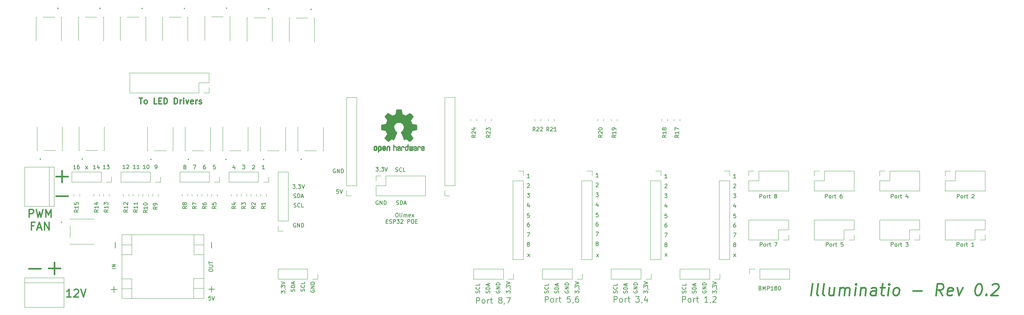
<source format=gbr>
%TF.GenerationSoftware,KiCad,Pcbnew,5.1.9-1.fc32*%
%TF.CreationDate,2021-03-28T01:57:51+02:00*%
%TF.ProjectId,lightController,6c696768-7443-46f6-9e74-726f6c6c6572,rev?*%
%TF.SameCoordinates,Original*%
%TF.FileFunction,Legend,Top*%
%TF.FilePolarity,Positive*%
%FSLAX46Y46*%
G04 Gerber Fmt 4.6, Leading zero omitted, Abs format (unit mm)*
G04 Created by KiCad (PCBNEW 5.1.9-1.fc32) date 2021-03-28 01:57:51*
%MOMM*%
%LPD*%
G01*
G04 APERTURE LIST*
%ADD10C,0.300000*%
%ADD11C,0.150000*%
%ADD12C,0.400000*%
%ADD13C,0.200000*%
%ADD14C,0.120000*%
%ADD15C,0.010000*%
%ADD16C,0.100000*%
G04 APERTURE END LIST*
D10*
X49370362Y-76351391D02*
X50227505Y-76351391D01*
X49798934Y-77851391D02*
X49798934Y-76351391D01*
X50941791Y-77851391D02*
X50798934Y-77779962D01*
X50727505Y-77708534D01*
X50656077Y-77565677D01*
X50656077Y-77137105D01*
X50727505Y-76994248D01*
X50798934Y-76922820D01*
X50941791Y-76851391D01*
X51156077Y-76851391D01*
X51298934Y-76922820D01*
X51370362Y-76994248D01*
X51441791Y-77137105D01*
X51441791Y-77565677D01*
X51370362Y-77708534D01*
X51298934Y-77779962D01*
X51156077Y-77851391D01*
X50941791Y-77851391D01*
X53941791Y-77851391D02*
X53227505Y-77851391D01*
X53227505Y-76351391D01*
X54441791Y-77065677D02*
X54941791Y-77065677D01*
X55156077Y-77851391D02*
X54441791Y-77851391D01*
X54441791Y-76351391D01*
X55156077Y-76351391D01*
X55798934Y-77851391D02*
X55798934Y-76351391D01*
X56156077Y-76351391D01*
X56370362Y-76422820D01*
X56513220Y-76565677D01*
X56584648Y-76708534D01*
X56656077Y-76994248D01*
X56656077Y-77208534D01*
X56584648Y-77494248D01*
X56513220Y-77637105D01*
X56370362Y-77779962D01*
X56156077Y-77851391D01*
X55798934Y-77851391D01*
X58441791Y-77851391D02*
X58441791Y-76351391D01*
X58798934Y-76351391D01*
X59013220Y-76422820D01*
X59156077Y-76565677D01*
X59227505Y-76708534D01*
X59298934Y-76994248D01*
X59298934Y-77208534D01*
X59227505Y-77494248D01*
X59156077Y-77637105D01*
X59013220Y-77779962D01*
X58798934Y-77851391D01*
X58441791Y-77851391D01*
X59941791Y-77851391D02*
X59941791Y-76851391D01*
X59941791Y-77137105D02*
X60013220Y-76994248D01*
X60084648Y-76922820D01*
X60227505Y-76851391D01*
X60370362Y-76851391D01*
X60870362Y-77851391D02*
X60870362Y-76851391D01*
X60870362Y-76351391D02*
X60798934Y-76422820D01*
X60870362Y-76494248D01*
X60941791Y-76422820D01*
X60870362Y-76351391D01*
X60870362Y-76494248D01*
X61441791Y-76851391D02*
X61798934Y-77851391D01*
X62156077Y-76851391D01*
X63298934Y-77779962D02*
X63156077Y-77851391D01*
X62870362Y-77851391D01*
X62727505Y-77779962D01*
X62656077Y-77637105D01*
X62656077Y-77065677D01*
X62727505Y-76922820D01*
X62870362Y-76851391D01*
X63156077Y-76851391D01*
X63298934Y-76922820D01*
X63370362Y-77065677D01*
X63370362Y-77208534D01*
X62656077Y-77351391D01*
X64013220Y-77851391D02*
X64013220Y-76851391D01*
X64013220Y-77137105D02*
X64084648Y-76994248D01*
X64156077Y-76922820D01*
X64298934Y-76851391D01*
X64441791Y-76851391D01*
X64870362Y-77779962D02*
X65013220Y-77851391D01*
X65298934Y-77851391D01*
X65441791Y-77779962D01*
X65513220Y-77637105D01*
X65513220Y-77565677D01*
X65441791Y-77422820D01*
X65298934Y-77351391D01*
X65084648Y-77351391D01*
X64941791Y-77279962D01*
X64870362Y-77137105D01*
X64870362Y-77065677D01*
X64941791Y-76922820D01*
X65084648Y-76851391D01*
X65298934Y-76851391D01*
X65441791Y-76922820D01*
D11*
X32956523Y-94686380D02*
X32385095Y-94686380D01*
X32670809Y-94686380D02*
X32670809Y-93686380D01*
X32575571Y-93829238D01*
X32480333Y-93924476D01*
X32385095Y-93972095D01*
X33813666Y-93686380D02*
X33623190Y-93686380D01*
X33527952Y-93734000D01*
X33480333Y-93781619D01*
X33385095Y-93924476D01*
X33337476Y-94114952D01*
X33337476Y-94495904D01*
X33385095Y-94591142D01*
X33432714Y-94638761D01*
X33527952Y-94686380D01*
X33718428Y-94686380D01*
X33813666Y-94638761D01*
X33861285Y-94591142D01*
X33908904Y-94495904D01*
X33908904Y-94257809D01*
X33861285Y-94162571D01*
X33813666Y-94114952D01*
X33718428Y-94067333D01*
X33527952Y-94067333D01*
X33432714Y-94114952D01*
X33385095Y-94162571D01*
X33337476Y-94257809D01*
X203231761Y-114307952D02*
X203136523Y-114260333D01*
X203088904Y-114212714D01*
X203041285Y-114117476D01*
X203041285Y-114069857D01*
X203088904Y-113974619D01*
X203136523Y-113927000D01*
X203231761Y-113879380D01*
X203422238Y-113879380D01*
X203517476Y-113927000D01*
X203565095Y-113974619D01*
X203612714Y-114069857D01*
X203612714Y-114117476D01*
X203565095Y-114212714D01*
X203517476Y-114260333D01*
X203422238Y-114307952D01*
X203231761Y-114307952D01*
X203136523Y-114355571D01*
X203088904Y-114403190D01*
X203041285Y-114498428D01*
X203041285Y-114688904D01*
X203088904Y-114784142D01*
X203136523Y-114831761D01*
X203231761Y-114879380D01*
X203422238Y-114879380D01*
X203517476Y-114831761D01*
X203565095Y-114784142D01*
X203612714Y-114688904D01*
X203612714Y-114498428D01*
X203565095Y-114403190D01*
X203517476Y-114355571D01*
X203422238Y-114307952D01*
X203517476Y-104052714D02*
X203517476Y-104719380D01*
X203279380Y-103671761D02*
X203041285Y-104386047D01*
X203660333Y-104386047D01*
X202993666Y-101179380D02*
X203612714Y-101179380D01*
X203279380Y-101560333D01*
X203422238Y-101560333D01*
X203517476Y-101607952D01*
X203565095Y-101655571D01*
X203612714Y-101750809D01*
X203612714Y-101988904D01*
X203565095Y-102084142D01*
X203517476Y-102131761D01*
X203422238Y-102179380D01*
X203136523Y-102179380D01*
X203041285Y-102131761D01*
X202993666Y-102084142D01*
X203517476Y-108799380D02*
X203327000Y-108799380D01*
X203231761Y-108847000D01*
X203184142Y-108894619D01*
X203088904Y-109037476D01*
X203041285Y-109227952D01*
X203041285Y-109608904D01*
X203088904Y-109704142D01*
X203136523Y-109751761D01*
X203231761Y-109799380D01*
X203422238Y-109799380D01*
X203517476Y-109751761D01*
X203565095Y-109704142D01*
X203612714Y-109608904D01*
X203612714Y-109370809D01*
X203565095Y-109275571D01*
X203517476Y-109227952D01*
X203422238Y-109180333D01*
X203231761Y-109180333D01*
X203136523Y-109227952D01*
X203088904Y-109275571D01*
X203041285Y-109370809D01*
X203041285Y-98734619D02*
X203088904Y-98687000D01*
X203184142Y-98639380D01*
X203422238Y-98639380D01*
X203517476Y-98687000D01*
X203565095Y-98734619D01*
X203612714Y-98829857D01*
X203612714Y-98925095D01*
X203565095Y-99067952D01*
X202993666Y-99639380D01*
X203612714Y-99639380D01*
X202993666Y-111339380D02*
X203660333Y-111339380D01*
X203231761Y-112339380D01*
X203565095Y-106386380D02*
X203088904Y-106386380D01*
X203041285Y-106862571D01*
X203088904Y-106814952D01*
X203184142Y-106767333D01*
X203422238Y-106767333D01*
X203517476Y-106814952D01*
X203565095Y-106862571D01*
X203612714Y-106957809D01*
X203612714Y-107195904D01*
X203565095Y-107291142D01*
X203517476Y-107338761D01*
X203422238Y-107386380D01*
X203184142Y-107386380D01*
X203088904Y-107338761D01*
X203041285Y-107291142D01*
X203612714Y-97099380D02*
X203041285Y-97099380D01*
X203327000Y-97099380D02*
X203327000Y-96099380D01*
X203231761Y-96242238D01*
X203136523Y-96337476D01*
X203041285Y-96385095D01*
X185451761Y-114307952D02*
X185356523Y-114260333D01*
X185308904Y-114212714D01*
X185261285Y-114117476D01*
X185261285Y-114069857D01*
X185308904Y-113974619D01*
X185356523Y-113927000D01*
X185451761Y-113879380D01*
X185642238Y-113879380D01*
X185737476Y-113927000D01*
X185785095Y-113974619D01*
X185832714Y-114069857D01*
X185832714Y-114117476D01*
X185785095Y-114212714D01*
X185737476Y-114260333D01*
X185642238Y-114307952D01*
X185451761Y-114307952D01*
X185356523Y-114355571D01*
X185308904Y-114403190D01*
X185261285Y-114498428D01*
X185261285Y-114688904D01*
X185308904Y-114784142D01*
X185356523Y-114831761D01*
X185451761Y-114879380D01*
X185642238Y-114879380D01*
X185737476Y-114831761D01*
X185785095Y-114784142D01*
X185832714Y-114688904D01*
X185832714Y-114498428D01*
X185785095Y-114403190D01*
X185737476Y-114355571D01*
X185642238Y-114307952D01*
X185737476Y-108799380D02*
X185547000Y-108799380D01*
X185451761Y-108847000D01*
X185404142Y-108894619D01*
X185308904Y-109037476D01*
X185261285Y-109227952D01*
X185261285Y-109608904D01*
X185308904Y-109704142D01*
X185356523Y-109751761D01*
X185451761Y-109799380D01*
X185642238Y-109799380D01*
X185737476Y-109751761D01*
X185785095Y-109704142D01*
X185832714Y-109608904D01*
X185832714Y-109370809D01*
X185785095Y-109275571D01*
X185737476Y-109227952D01*
X185642238Y-109180333D01*
X185451761Y-109180333D01*
X185356523Y-109227952D01*
X185308904Y-109275571D01*
X185261285Y-109370809D01*
X185737476Y-104052714D02*
X185737476Y-104719380D01*
X185499380Y-103671761D02*
X185261285Y-104386047D01*
X185880333Y-104386047D01*
X185785095Y-106386380D02*
X185308904Y-106386380D01*
X185261285Y-106862571D01*
X185308904Y-106814952D01*
X185404142Y-106767333D01*
X185642238Y-106767333D01*
X185737476Y-106814952D01*
X185785095Y-106862571D01*
X185832714Y-106957809D01*
X185832714Y-107195904D01*
X185785095Y-107291142D01*
X185737476Y-107338761D01*
X185642238Y-107386380D01*
X185404142Y-107386380D01*
X185308904Y-107338761D01*
X185261285Y-107291142D01*
X185832714Y-97099380D02*
X185261285Y-97099380D01*
X185547000Y-97099380D02*
X185547000Y-96099380D01*
X185451761Y-96242238D01*
X185356523Y-96337476D01*
X185261285Y-96385095D01*
X185213666Y-101179380D02*
X185832714Y-101179380D01*
X185499380Y-101560333D01*
X185642238Y-101560333D01*
X185737476Y-101607952D01*
X185785095Y-101655571D01*
X185832714Y-101750809D01*
X185832714Y-101988904D01*
X185785095Y-102084142D01*
X185737476Y-102131761D01*
X185642238Y-102179380D01*
X185356523Y-102179380D01*
X185261285Y-102131761D01*
X185213666Y-102084142D01*
X185261285Y-98734619D02*
X185308904Y-98687000D01*
X185404142Y-98639380D01*
X185642238Y-98639380D01*
X185737476Y-98687000D01*
X185785095Y-98734619D01*
X185832714Y-98829857D01*
X185832714Y-98925095D01*
X185785095Y-99067952D01*
X185213666Y-99639380D01*
X185832714Y-99639380D01*
X185213666Y-111339380D02*
X185880333Y-111339380D01*
X185451761Y-112339380D01*
X167433666Y-100925380D02*
X168052714Y-100925380D01*
X167719380Y-101306333D01*
X167862238Y-101306333D01*
X167957476Y-101353952D01*
X168005095Y-101401571D01*
X168052714Y-101496809D01*
X168052714Y-101734904D01*
X168005095Y-101830142D01*
X167957476Y-101877761D01*
X167862238Y-101925380D01*
X167576523Y-101925380D01*
X167481285Y-101877761D01*
X167433666Y-101830142D01*
X167957476Y-103798714D02*
X167957476Y-104465380D01*
X167719380Y-103417761D02*
X167481285Y-104132047D01*
X168100333Y-104132047D01*
X167957476Y-108545380D02*
X167767000Y-108545380D01*
X167671761Y-108593000D01*
X167624142Y-108640619D01*
X167528904Y-108783476D01*
X167481285Y-108973952D01*
X167481285Y-109354904D01*
X167528904Y-109450142D01*
X167576523Y-109497761D01*
X167671761Y-109545380D01*
X167862238Y-109545380D01*
X167957476Y-109497761D01*
X168005095Y-109450142D01*
X168052714Y-109354904D01*
X168052714Y-109116809D01*
X168005095Y-109021571D01*
X167957476Y-108973952D01*
X167862238Y-108926333D01*
X167671761Y-108926333D01*
X167576523Y-108973952D01*
X167528904Y-109021571D01*
X167481285Y-109116809D01*
X168005095Y-106132380D02*
X167528904Y-106132380D01*
X167481285Y-106608571D01*
X167528904Y-106560952D01*
X167624142Y-106513333D01*
X167862238Y-106513333D01*
X167957476Y-106560952D01*
X168005095Y-106608571D01*
X168052714Y-106703809D01*
X168052714Y-106941904D01*
X168005095Y-107037142D01*
X167957476Y-107084761D01*
X167862238Y-107132380D01*
X167624142Y-107132380D01*
X167528904Y-107084761D01*
X167481285Y-107037142D01*
X167433666Y-111085380D02*
X168100333Y-111085380D01*
X167671761Y-112085380D01*
X168052714Y-96845380D02*
X167481285Y-96845380D01*
X167767000Y-96845380D02*
X167767000Y-95845380D01*
X167671761Y-95988238D01*
X167576523Y-96083476D01*
X167481285Y-96131095D01*
X167481285Y-98480619D02*
X167528904Y-98433000D01*
X167624142Y-98385380D01*
X167862238Y-98385380D01*
X167957476Y-98433000D01*
X168005095Y-98480619D01*
X168052714Y-98575857D01*
X168052714Y-98671095D01*
X168005095Y-98813952D01*
X167433666Y-99385380D01*
X168052714Y-99385380D01*
X167671761Y-114053952D02*
X167576523Y-114006333D01*
X167528904Y-113958714D01*
X167481285Y-113863476D01*
X167481285Y-113815857D01*
X167528904Y-113720619D01*
X167576523Y-113673000D01*
X167671761Y-113625380D01*
X167862238Y-113625380D01*
X167957476Y-113673000D01*
X168005095Y-113720619D01*
X168052714Y-113815857D01*
X168052714Y-113863476D01*
X168005095Y-113958714D01*
X167957476Y-114006333D01*
X167862238Y-114053952D01*
X167671761Y-114053952D01*
X167576523Y-114101571D01*
X167528904Y-114149190D01*
X167481285Y-114244428D01*
X167481285Y-114434904D01*
X167528904Y-114530142D01*
X167576523Y-114577761D01*
X167671761Y-114625380D01*
X167862238Y-114625380D01*
X167957476Y-114577761D01*
X168005095Y-114530142D01*
X168052714Y-114434904D01*
X168052714Y-114244428D01*
X168005095Y-114149190D01*
X167957476Y-114101571D01*
X167862238Y-114053952D01*
X149891761Y-114180952D02*
X149796523Y-114133333D01*
X149748904Y-114085714D01*
X149701285Y-113990476D01*
X149701285Y-113942857D01*
X149748904Y-113847619D01*
X149796523Y-113800000D01*
X149891761Y-113752380D01*
X150082238Y-113752380D01*
X150177476Y-113800000D01*
X150225095Y-113847619D01*
X150272714Y-113942857D01*
X150272714Y-113990476D01*
X150225095Y-114085714D01*
X150177476Y-114133333D01*
X150082238Y-114180952D01*
X149891761Y-114180952D01*
X149796523Y-114228571D01*
X149748904Y-114276190D01*
X149701285Y-114371428D01*
X149701285Y-114561904D01*
X149748904Y-114657142D01*
X149796523Y-114704761D01*
X149891761Y-114752380D01*
X150082238Y-114752380D01*
X150177476Y-114704761D01*
X150225095Y-114657142D01*
X150272714Y-114561904D01*
X150272714Y-114371428D01*
X150225095Y-114276190D01*
X150177476Y-114228571D01*
X150082238Y-114180952D01*
X149653666Y-111212380D02*
X150320333Y-111212380D01*
X149891761Y-112212380D01*
X150177476Y-108672380D02*
X149987000Y-108672380D01*
X149891761Y-108720000D01*
X149844142Y-108767619D01*
X149748904Y-108910476D01*
X149701285Y-109100952D01*
X149701285Y-109481904D01*
X149748904Y-109577142D01*
X149796523Y-109624761D01*
X149891761Y-109672380D01*
X150082238Y-109672380D01*
X150177476Y-109624761D01*
X150225095Y-109577142D01*
X150272714Y-109481904D01*
X150272714Y-109243809D01*
X150225095Y-109148571D01*
X150177476Y-109100952D01*
X150082238Y-109053333D01*
X149891761Y-109053333D01*
X149796523Y-109100952D01*
X149748904Y-109148571D01*
X149701285Y-109243809D01*
X150225095Y-106259380D02*
X149748904Y-106259380D01*
X149701285Y-106735571D01*
X149748904Y-106687952D01*
X149844142Y-106640333D01*
X150082238Y-106640333D01*
X150177476Y-106687952D01*
X150225095Y-106735571D01*
X150272714Y-106830809D01*
X150272714Y-107068904D01*
X150225095Y-107164142D01*
X150177476Y-107211761D01*
X150082238Y-107259380D01*
X149844142Y-107259380D01*
X149748904Y-107211761D01*
X149701285Y-107164142D01*
X150177476Y-103925714D02*
X150177476Y-104592380D01*
X149939380Y-103544761D02*
X149701285Y-104259047D01*
X150320333Y-104259047D01*
X149653666Y-101052380D02*
X150272714Y-101052380D01*
X149939380Y-101433333D01*
X150082238Y-101433333D01*
X150177476Y-101480952D01*
X150225095Y-101528571D01*
X150272714Y-101623809D01*
X150272714Y-101861904D01*
X150225095Y-101957142D01*
X150177476Y-102004761D01*
X150082238Y-102052380D01*
X149796523Y-102052380D01*
X149701285Y-102004761D01*
X149653666Y-101957142D01*
X149701285Y-98607619D02*
X149748904Y-98560000D01*
X149844142Y-98512380D01*
X150082238Y-98512380D01*
X150177476Y-98560000D01*
X150225095Y-98607619D01*
X150272714Y-98702857D01*
X150272714Y-98798095D01*
X150225095Y-98940952D01*
X149653666Y-99512380D01*
X150272714Y-99512380D01*
X150272714Y-96972380D02*
X149701285Y-96972380D01*
X149987000Y-96972380D02*
X149987000Y-95972380D01*
X149891761Y-96115238D01*
X149796523Y-96210476D01*
X149701285Y-96258095D01*
X115649523Y-95349961D02*
X115792380Y-95397580D01*
X116030476Y-95397580D01*
X116125714Y-95349961D01*
X116173333Y-95302342D01*
X116220952Y-95207104D01*
X116220952Y-95111866D01*
X116173333Y-95016628D01*
X116125714Y-94969009D01*
X116030476Y-94921390D01*
X115840000Y-94873771D01*
X115744761Y-94826152D01*
X115697142Y-94778533D01*
X115649523Y-94683295D01*
X115649523Y-94588057D01*
X115697142Y-94492819D01*
X115744761Y-94445200D01*
X115840000Y-94397580D01*
X116078095Y-94397580D01*
X116220952Y-94445200D01*
X117220952Y-95302342D02*
X117173333Y-95349961D01*
X117030476Y-95397580D01*
X116935238Y-95397580D01*
X116792380Y-95349961D01*
X116697142Y-95254723D01*
X116649523Y-95159485D01*
X116601904Y-94969009D01*
X116601904Y-94826152D01*
X116649523Y-94635676D01*
X116697142Y-94540438D01*
X116792380Y-94445200D01*
X116935238Y-94397580D01*
X117030476Y-94397580D01*
X117173333Y-94445200D01*
X117220952Y-94492819D01*
X118125714Y-95397580D02*
X117649523Y-95397580D01*
X117649523Y-94397580D01*
X115879714Y-103909761D02*
X116022571Y-103957380D01*
X116260666Y-103957380D01*
X116355904Y-103909761D01*
X116403523Y-103862142D01*
X116451142Y-103766904D01*
X116451142Y-103671666D01*
X116403523Y-103576428D01*
X116355904Y-103528809D01*
X116260666Y-103481190D01*
X116070190Y-103433571D01*
X115974952Y-103385952D01*
X115927333Y-103338333D01*
X115879714Y-103243095D01*
X115879714Y-103147857D01*
X115927333Y-103052619D01*
X115974952Y-103005000D01*
X116070190Y-102957380D01*
X116308285Y-102957380D01*
X116451142Y-103005000D01*
X116879714Y-103957380D02*
X116879714Y-102957380D01*
X117117809Y-102957380D01*
X117260666Y-103005000D01*
X117355904Y-103100238D01*
X117403523Y-103195476D01*
X117451142Y-103385952D01*
X117451142Y-103528809D01*
X117403523Y-103719285D01*
X117355904Y-103814523D01*
X117260666Y-103909761D01*
X117117809Y-103957380D01*
X116879714Y-103957380D01*
X117832095Y-103671666D02*
X118308285Y-103671666D01*
X117736857Y-103957380D02*
X118070190Y-102957380D01*
X118403523Y-103957380D01*
X110537809Y-94270580D02*
X111156857Y-94270580D01*
X110823523Y-94651533D01*
X110966380Y-94651533D01*
X111061619Y-94699152D01*
X111109238Y-94746771D01*
X111156857Y-94842009D01*
X111156857Y-95080104D01*
X111109238Y-95175342D01*
X111061619Y-95222961D01*
X110966380Y-95270580D01*
X110680666Y-95270580D01*
X110585428Y-95222961D01*
X110537809Y-95175342D01*
X111633047Y-95222961D02*
X111633047Y-95270580D01*
X111585428Y-95365819D01*
X111537809Y-95413438D01*
X111966380Y-94270580D02*
X112585428Y-94270580D01*
X112252095Y-94651533D01*
X112394952Y-94651533D01*
X112490190Y-94699152D01*
X112537809Y-94746771D01*
X112585428Y-94842009D01*
X112585428Y-95080104D01*
X112537809Y-95175342D01*
X112490190Y-95222961D01*
X112394952Y-95270580D01*
X112109238Y-95270580D01*
X112014000Y-95222961D01*
X111966380Y-95175342D01*
X112871142Y-94270580D02*
X113204476Y-95270580D01*
X113537809Y-94270580D01*
X67830723Y-127722380D02*
X67354533Y-127722380D01*
X67306914Y-128198571D01*
X67354533Y-128150952D01*
X67449771Y-128103333D01*
X67687866Y-128103333D01*
X67783104Y-128150952D01*
X67830723Y-128198571D01*
X67878342Y-128293809D01*
X67878342Y-128531904D01*
X67830723Y-128627142D01*
X67783104Y-128674761D01*
X67687866Y-128722380D01*
X67449771Y-128722380D01*
X67354533Y-128674761D01*
X67306914Y-128627142D01*
X68164057Y-127722380D02*
X68497390Y-128722380D01*
X68830723Y-127722380D01*
X100901523Y-100061780D02*
X100425333Y-100061780D01*
X100377714Y-100537971D01*
X100425333Y-100490352D01*
X100520571Y-100442733D01*
X100758666Y-100442733D01*
X100853904Y-100490352D01*
X100901523Y-100537971D01*
X100949142Y-100633209D01*
X100949142Y-100871304D01*
X100901523Y-100966542D01*
X100853904Y-101014161D01*
X100758666Y-101061780D01*
X100520571Y-101061780D01*
X100425333Y-101014161D01*
X100377714Y-100966542D01*
X101234857Y-100061780D02*
X101568190Y-101061780D01*
X101901523Y-100061780D01*
X195030132Y-126301761D02*
X194982512Y-126396999D01*
X194982512Y-126539857D01*
X195030132Y-126682714D01*
X195125370Y-126777952D01*
X195220608Y-126825571D01*
X195411084Y-126873190D01*
X195553941Y-126873190D01*
X195744417Y-126825571D01*
X195839655Y-126777952D01*
X195934893Y-126682714D01*
X195982512Y-126539857D01*
X195982512Y-126444618D01*
X195934893Y-126301761D01*
X195887274Y-126254142D01*
X195553941Y-126254142D01*
X195553941Y-126444618D01*
X195982512Y-125825571D02*
X194982512Y-125825571D01*
X195982512Y-125254142D01*
X194982512Y-125254142D01*
X195982512Y-124777952D02*
X194982512Y-124777952D01*
X194982512Y-124539857D01*
X195030132Y-124396999D01*
X195125370Y-124301761D01*
X195220608Y-124254142D01*
X195411084Y-124206523D01*
X195553941Y-124206523D01*
X195744417Y-124254142D01*
X195839655Y-124301761D01*
X195934893Y-124396999D01*
X195982512Y-124539857D01*
X195982512Y-124777952D01*
X193310227Y-126873189D02*
X193357846Y-126730332D01*
X193357846Y-126492237D01*
X193310227Y-126396999D01*
X193262608Y-126349380D01*
X193167370Y-126301761D01*
X193072132Y-126301761D01*
X192976894Y-126349380D01*
X192929275Y-126396999D01*
X192881656Y-126492237D01*
X192834037Y-126682713D01*
X192786418Y-126777951D01*
X192738799Y-126825570D01*
X192643561Y-126873189D01*
X192548323Y-126873189D01*
X192453085Y-126825570D01*
X192405466Y-126777951D01*
X192357846Y-126682713D01*
X192357846Y-126444618D01*
X192405466Y-126301761D01*
X193357846Y-125873189D02*
X192357846Y-125873189D01*
X192357846Y-125635094D01*
X192405466Y-125492237D01*
X192500704Y-125396999D01*
X192595942Y-125349380D01*
X192786418Y-125301761D01*
X192929275Y-125301761D01*
X193119751Y-125349380D01*
X193214989Y-125396999D01*
X193310227Y-125492237D01*
X193357846Y-125635094D01*
X193357846Y-125873189D01*
X193072132Y-124920808D02*
X193072132Y-124444618D01*
X193357846Y-125016046D02*
X192357846Y-124682713D01*
X193357846Y-124349380D01*
X197607180Y-126920809D02*
X197607180Y-126301761D01*
X197988133Y-126635095D01*
X197988133Y-126492238D01*
X198035752Y-126396999D01*
X198083371Y-126349380D01*
X198178609Y-126301761D01*
X198416704Y-126301761D01*
X198511942Y-126349380D01*
X198559561Y-126396999D01*
X198607180Y-126492238D01*
X198607180Y-126777952D01*
X198559561Y-126873190D01*
X198511942Y-126920809D01*
X198559561Y-125825571D02*
X198607180Y-125825571D01*
X198702419Y-125873190D01*
X198750038Y-125920809D01*
X197607180Y-125492238D02*
X197607180Y-124873190D01*
X197988133Y-125206523D01*
X197988133Y-125063666D01*
X198035752Y-124968428D01*
X198083371Y-124920809D01*
X198178609Y-124873190D01*
X198416704Y-124873190D01*
X198511942Y-124920809D01*
X198559561Y-124968428D01*
X198607180Y-125063666D01*
X198607180Y-125349380D01*
X198559561Y-125444619D01*
X198511942Y-125492238D01*
X197607180Y-124587476D02*
X198607180Y-124254142D01*
X197607180Y-123920809D01*
X190685561Y-126873190D02*
X190733180Y-126730333D01*
X190733180Y-126492237D01*
X190685561Y-126396999D01*
X190637942Y-126349380D01*
X190542704Y-126301761D01*
X190447466Y-126301761D01*
X190352228Y-126349380D01*
X190304609Y-126396999D01*
X190256990Y-126492237D01*
X190209371Y-126682714D01*
X190161752Y-126777952D01*
X190114133Y-126825571D01*
X190018895Y-126873190D01*
X189923657Y-126873190D01*
X189828419Y-126825571D01*
X189780800Y-126777952D01*
X189733180Y-126682714D01*
X189733180Y-126444618D01*
X189780800Y-126301761D01*
X190637942Y-125301761D02*
X190685561Y-125349380D01*
X190733180Y-125492237D01*
X190733180Y-125587475D01*
X190685561Y-125730333D01*
X190590323Y-125825571D01*
X190495085Y-125873190D01*
X190304609Y-125920809D01*
X190161752Y-125920809D01*
X189971276Y-125873190D01*
X189876038Y-125825571D01*
X189780800Y-125730333D01*
X189733180Y-125587475D01*
X189733180Y-125492237D01*
X189780800Y-125349380D01*
X189828419Y-125301761D01*
X190733180Y-124396999D02*
X190733180Y-124873190D01*
X189733180Y-124873190D01*
X179827180Y-126920809D02*
X179827180Y-126301761D01*
X180208133Y-126635095D01*
X180208133Y-126492238D01*
X180255752Y-126396999D01*
X180303371Y-126349380D01*
X180398609Y-126301761D01*
X180636704Y-126301761D01*
X180731942Y-126349380D01*
X180779561Y-126396999D01*
X180827180Y-126492238D01*
X180827180Y-126777952D01*
X180779561Y-126873190D01*
X180731942Y-126920809D01*
X180779561Y-125825571D02*
X180827180Y-125825571D01*
X180922419Y-125873190D01*
X180970038Y-125920809D01*
X179827180Y-125492238D02*
X179827180Y-124873190D01*
X180208133Y-125206523D01*
X180208133Y-125063666D01*
X180255752Y-124968428D01*
X180303371Y-124920809D01*
X180398609Y-124873190D01*
X180636704Y-124873190D01*
X180731942Y-124920809D01*
X180779561Y-124968428D01*
X180827180Y-125063666D01*
X180827180Y-125349380D01*
X180779561Y-125444619D01*
X180731942Y-125492238D01*
X179827180Y-124587476D02*
X180827180Y-124254142D01*
X179827180Y-123920809D01*
X175530227Y-126873189D02*
X175577846Y-126730332D01*
X175577846Y-126492237D01*
X175530227Y-126396999D01*
X175482608Y-126349380D01*
X175387370Y-126301761D01*
X175292132Y-126301761D01*
X175196894Y-126349380D01*
X175149275Y-126396999D01*
X175101656Y-126492237D01*
X175054037Y-126682713D01*
X175006418Y-126777951D01*
X174958799Y-126825570D01*
X174863561Y-126873189D01*
X174768323Y-126873189D01*
X174673085Y-126825570D01*
X174625466Y-126777951D01*
X174577846Y-126682713D01*
X174577846Y-126444618D01*
X174625466Y-126301761D01*
X175577846Y-125873189D02*
X174577846Y-125873189D01*
X174577846Y-125635094D01*
X174625466Y-125492237D01*
X174720704Y-125396999D01*
X174815942Y-125349380D01*
X175006418Y-125301761D01*
X175149275Y-125301761D01*
X175339751Y-125349380D01*
X175434989Y-125396999D01*
X175530227Y-125492237D01*
X175577846Y-125635094D01*
X175577846Y-125873189D01*
X175292132Y-124920808D02*
X175292132Y-124444618D01*
X175577846Y-125016046D02*
X174577846Y-124682713D01*
X175577846Y-124349380D01*
X177250132Y-126301761D02*
X177202512Y-126396999D01*
X177202512Y-126539857D01*
X177250132Y-126682714D01*
X177345370Y-126777952D01*
X177440608Y-126825571D01*
X177631084Y-126873190D01*
X177773941Y-126873190D01*
X177964417Y-126825571D01*
X178059655Y-126777952D01*
X178154893Y-126682714D01*
X178202512Y-126539857D01*
X178202512Y-126444618D01*
X178154893Y-126301761D01*
X178107274Y-126254142D01*
X177773941Y-126254142D01*
X177773941Y-126444618D01*
X178202512Y-125825571D02*
X177202512Y-125825571D01*
X178202512Y-125254142D01*
X177202512Y-125254142D01*
X178202512Y-124777952D02*
X177202512Y-124777952D01*
X177202512Y-124539857D01*
X177250132Y-124396999D01*
X177345370Y-124301761D01*
X177440608Y-124254142D01*
X177631084Y-124206523D01*
X177773941Y-124206523D01*
X177964417Y-124254142D01*
X178059655Y-124301761D01*
X178154893Y-124396999D01*
X178202512Y-124539857D01*
X178202512Y-124777952D01*
X172905561Y-126873190D02*
X172953180Y-126730333D01*
X172953180Y-126492237D01*
X172905561Y-126396999D01*
X172857942Y-126349380D01*
X172762704Y-126301761D01*
X172667466Y-126301761D01*
X172572228Y-126349380D01*
X172524609Y-126396999D01*
X172476990Y-126492237D01*
X172429371Y-126682714D01*
X172381752Y-126777952D01*
X172334133Y-126825571D01*
X172238895Y-126873190D01*
X172143657Y-126873190D01*
X172048419Y-126825571D01*
X172000800Y-126777952D01*
X171953180Y-126682714D01*
X171953180Y-126444618D01*
X172000800Y-126301761D01*
X172857942Y-125301761D02*
X172905561Y-125349380D01*
X172953180Y-125492237D01*
X172953180Y-125587475D01*
X172905561Y-125730333D01*
X172810323Y-125825571D01*
X172715085Y-125873190D01*
X172524609Y-125920809D01*
X172381752Y-125920809D01*
X172191276Y-125873190D01*
X172096038Y-125825571D01*
X172000800Y-125730333D01*
X171953180Y-125587475D01*
X171953180Y-125492237D01*
X172000800Y-125349380D01*
X172048419Y-125301761D01*
X172953180Y-124396999D02*
X172953180Y-124873190D01*
X171953180Y-124873190D01*
X159470132Y-126301761D02*
X159422512Y-126396999D01*
X159422512Y-126539857D01*
X159470132Y-126682714D01*
X159565370Y-126777952D01*
X159660608Y-126825571D01*
X159851084Y-126873190D01*
X159993941Y-126873190D01*
X160184417Y-126825571D01*
X160279655Y-126777952D01*
X160374893Y-126682714D01*
X160422512Y-126539857D01*
X160422512Y-126444618D01*
X160374893Y-126301761D01*
X160327274Y-126254142D01*
X159993941Y-126254142D01*
X159993941Y-126444618D01*
X160422512Y-125825571D02*
X159422512Y-125825571D01*
X160422512Y-125254142D01*
X159422512Y-125254142D01*
X160422512Y-124777952D02*
X159422512Y-124777952D01*
X159422512Y-124539857D01*
X159470132Y-124396999D01*
X159565370Y-124301761D01*
X159660608Y-124254142D01*
X159851084Y-124206523D01*
X159993941Y-124206523D01*
X160184417Y-124254142D01*
X160279655Y-124301761D01*
X160374893Y-124396999D01*
X160422512Y-124539857D01*
X160422512Y-124777952D01*
X155125561Y-126873190D02*
X155173180Y-126730333D01*
X155173180Y-126492237D01*
X155125561Y-126396999D01*
X155077942Y-126349380D01*
X154982704Y-126301761D01*
X154887466Y-126301761D01*
X154792228Y-126349380D01*
X154744609Y-126396999D01*
X154696990Y-126492237D01*
X154649371Y-126682714D01*
X154601752Y-126777952D01*
X154554133Y-126825571D01*
X154458895Y-126873190D01*
X154363657Y-126873190D01*
X154268419Y-126825571D01*
X154220800Y-126777952D01*
X154173180Y-126682714D01*
X154173180Y-126444618D01*
X154220800Y-126301761D01*
X155077942Y-125301761D02*
X155125561Y-125349380D01*
X155173180Y-125492237D01*
X155173180Y-125587475D01*
X155125561Y-125730333D01*
X155030323Y-125825571D01*
X154935085Y-125873190D01*
X154744609Y-125920809D01*
X154601752Y-125920809D01*
X154411276Y-125873190D01*
X154316038Y-125825571D01*
X154220800Y-125730333D01*
X154173180Y-125587475D01*
X154173180Y-125492237D01*
X154220800Y-125349380D01*
X154268419Y-125301761D01*
X155173180Y-124396999D02*
X155173180Y-124873190D01*
X154173180Y-124873190D01*
X157750227Y-126873189D02*
X157797846Y-126730332D01*
X157797846Y-126492237D01*
X157750227Y-126396999D01*
X157702608Y-126349380D01*
X157607370Y-126301761D01*
X157512132Y-126301761D01*
X157416894Y-126349380D01*
X157369275Y-126396999D01*
X157321656Y-126492237D01*
X157274037Y-126682713D01*
X157226418Y-126777951D01*
X157178799Y-126825570D01*
X157083561Y-126873189D01*
X156988323Y-126873189D01*
X156893085Y-126825570D01*
X156845466Y-126777951D01*
X156797846Y-126682713D01*
X156797846Y-126444618D01*
X156845466Y-126301761D01*
X157797846Y-125873189D02*
X156797846Y-125873189D01*
X156797846Y-125635094D01*
X156845466Y-125492237D01*
X156940704Y-125396999D01*
X157035942Y-125349380D01*
X157226418Y-125301761D01*
X157369275Y-125301761D01*
X157559751Y-125349380D01*
X157654989Y-125396999D01*
X157750227Y-125492237D01*
X157797846Y-125635094D01*
X157797846Y-125873189D01*
X157512132Y-124920808D02*
X157512132Y-124444618D01*
X157797846Y-125016046D02*
X156797846Y-124682713D01*
X157797846Y-124349380D01*
X162047180Y-126920809D02*
X162047180Y-126301761D01*
X162428133Y-126635095D01*
X162428133Y-126492238D01*
X162475752Y-126396999D01*
X162523371Y-126349380D01*
X162618609Y-126301761D01*
X162856704Y-126301761D01*
X162951942Y-126349380D01*
X162999561Y-126396999D01*
X163047180Y-126492238D01*
X163047180Y-126777952D01*
X162999561Y-126873190D01*
X162951942Y-126920809D01*
X162999561Y-125825571D02*
X163047180Y-125825571D01*
X163142419Y-125873190D01*
X163190038Y-125920809D01*
X162047180Y-125492238D02*
X162047180Y-124873190D01*
X162428133Y-125206523D01*
X162428133Y-125063666D01*
X162475752Y-124968428D01*
X162523371Y-124920809D01*
X162618609Y-124873190D01*
X162856704Y-124873190D01*
X162951942Y-124920809D01*
X162999561Y-124968428D01*
X163047180Y-125063666D01*
X163047180Y-125349380D01*
X162999561Y-125444619D01*
X162951942Y-125492238D01*
X162047180Y-124587476D02*
X163047180Y-124254142D01*
X162047180Y-123920809D01*
X137345561Y-126873190D02*
X137393180Y-126730333D01*
X137393180Y-126492237D01*
X137345561Y-126396999D01*
X137297942Y-126349380D01*
X137202704Y-126301761D01*
X137107466Y-126301761D01*
X137012228Y-126349380D01*
X136964609Y-126396999D01*
X136916990Y-126492237D01*
X136869371Y-126682714D01*
X136821752Y-126777952D01*
X136774133Y-126825571D01*
X136678895Y-126873190D01*
X136583657Y-126873190D01*
X136488419Y-126825571D01*
X136440800Y-126777952D01*
X136393180Y-126682714D01*
X136393180Y-126444618D01*
X136440800Y-126301761D01*
X137297942Y-125301761D02*
X137345561Y-125349380D01*
X137393180Y-125492237D01*
X137393180Y-125587475D01*
X137345561Y-125730333D01*
X137250323Y-125825571D01*
X137155085Y-125873190D01*
X136964609Y-125920809D01*
X136821752Y-125920809D01*
X136631276Y-125873190D01*
X136536038Y-125825571D01*
X136440800Y-125730333D01*
X136393180Y-125587475D01*
X136393180Y-125492237D01*
X136440800Y-125349380D01*
X136488419Y-125301761D01*
X137393180Y-124396999D02*
X137393180Y-124873190D01*
X136393180Y-124873190D01*
X144267180Y-126920809D02*
X144267180Y-126301761D01*
X144648133Y-126635095D01*
X144648133Y-126492238D01*
X144695752Y-126396999D01*
X144743371Y-126349380D01*
X144838609Y-126301761D01*
X145076704Y-126301761D01*
X145171942Y-126349380D01*
X145219561Y-126396999D01*
X145267180Y-126492238D01*
X145267180Y-126777952D01*
X145219561Y-126873190D01*
X145171942Y-126920809D01*
X145219561Y-125825571D02*
X145267180Y-125825571D01*
X145362419Y-125873190D01*
X145410038Y-125920809D01*
X144267180Y-125492238D02*
X144267180Y-124873190D01*
X144648133Y-125206523D01*
X144648133Y-125063666D01*
X144695752Y-124968428D01*
X144743371Y-124920809D01*
X144838609Y-124873190D01*
X145076704Y-124873190D01*
X145171942Y-124920809D01*
X145219561Y-124968428D01*
X145267180Y-125063666D01*
X145267180Y-125349380D01*
X145219561Y-125444619D01*
X145171942Y-125492238D01*
X144267180Y-124587476D02*
X145267180Y-124254142D01*
X144267180Y-123920809D01*
X139970227Y-126873189D02*
X140017846Y-126730332D01*
X140017846Y-126492237D01*
X139970227Y-126396999D01*
X139922608Y-126349380D01*
X139827370Y-126301761D01*
X139732132Y-126301761D01*
X139636894Y-126349380D01*
X139589275Y-126396999D01*
X139541656Y-126492237D01*
X139494037Y-126682713D01*
X139446418Y-126777951D01*
X139398799Y-126825570D01*
X139303561Y-126873189D01*
X139208323Y-126873189D01*
X139113085Y-126825570D01*
X139065466Y-126777951D01*
X139017846Y-126682713D01*
X139017846Y-126444618D01*
X139065466Y-126301761D01*
X140017846Y-125873189D02*
X139017846Y-125873189D01*
X139017846Y-125635094D01*
X139065466Y-125492237D01*
X139160704Y-125396999D01*
X139255942Y-125349380D01*
X139446418Y-125301761D01*
X139589275Y-125301761D01*
X139779751Y-125349380D01*
X139874989Y-125396999D01*
X139970227Y-125492237D01*
X140017846Y-125635094D01*
X140017846Y-125873189D01*
X139732132Y-124920808D02*
X139732132Y-124444618D01*
X140017846Y-125016046D02*
X139017846Y-124682713D01*
X140017846Y-124349380D01*
X141690132Y-126301761D02*
X141642512Y-126396999D01*
X141642512Y-126539857D01*
X141690132Y-126682714D01*
X141785370Y-126777952D01*
X141880608Y-126825571D01*
X142071084Y-126873190D01*
X142213941Y-126873190D01*
X142404417Y-126825571D01*
X142499655Y-126777952D01*
X142594893Y-126682714D01*
X142642512Y-126539857D01*
X142642512Y-126444618D01*
X142594893Y-126301761D01*
X142547274Y-126254142D01*
X142213941Y-126254142D01*
X142213941Y-126444618D01*
X142642512Y-125825571D02*
X141642512Y-125825571D01*
X142642512Y-125254142D01*
X141642512Y-125254142D01*
X142642512Y-124777952D02*
X141642512Y-124777952D01*
X141642512Y-124539857D01*
X141690132Y-124396999D01*
X141785370Y-124301761D01*
X141880608Y-124254142D01*
X142071084Y-124206523D01*
X142213941Y-124206523D01*
X142404417Y-124254142D01*
X142499655Y-124301761D01*
X142594893Y-124396999D01*
X142642512Y-124539857D01*
X142642512Y-124777952D01*
X86066380Y-126920428D02*
X86066380Y-126301380D01*
X86447333Y-126634714D01*
X86447333Y-126491857D01*
X86494952Y-126396618D01*
X86542571Y-126348999D01*
X86637809Y-126301380D01*
X86875904Y-126301380D01*
X86971142Y-126348999D01*
X87018761Y-126396618D01*
X87066380Y-126491857D01*
X87066380Y-126777571D01*
X87018761Y-126872809D01*
X86971142Y-126920428D01*
X87018761Y-125825190D02*
X87066380Y-125825190D01*
X87161619Y-125872809D01*
X87209238Y-125920428D01*
X86066380Y-125491857D02*
X86066380Y-124872809D01*
X86447333Y-125206142D01*
X86447333Y-125063285D01*
X86494952Y-124968047D01*
X86542571Y-124920428D01*
X86637809Y-124872809D01*
X86875904Y-124872809D01*
X86971142Y-124920428D01*
X87018761Y-124968047D01*
X87066380Y-125063285D01*
X87066380Y-125348999D01*
X87018761Y-125444238D01*
X86971142Y-125491857D01*
X86066380Y-124587095D02*
X87066380Y-124253761D01*
X86066380Y-123920428D01*
X89558761Y-126444237D02*
X89606380Y-126301380D01*
X89606380Y-126063285D01*
X89558761Y-125968047D01*
X89511142Y-125920428D01*
X89415904Y-125872809D01*
X89320666Y-125872809D01*
X89225428Y-125920428D01*
X89177809Y-125968047D01*
X89130190Y-126063285D01*
X89082571Y-126253761D01*
X89034952Y-126348999D01*
X88987333Y-126396618D01*
X88892095Y-126444237D01*
X88796857Y-126444237D01*
X88701619Y-126396618D01*
X88654000Y-126348999D01*
X88606380Y-126253761D01*
X88606380Y-126015666D01*
X88654000Y-125872809D01*
X89606380Y-125444237D02*
X88606380Y-125444237D01*
X88606380Y-125206142D01*
X88654000Y-125063285D01*
X88749238Y-124968047D01*
X88844476Y-124920428D01*
X89034952Y-124872809D01*
X89177809Y-124872809D01*
X89368285Y-124920428D01*
X89463523Y-124968047D01*
X89558761Y-125063285D01*
X89606380Y-125206142D01*
X89606380Y-125444237D01*
X89320666Y-124491856D02*
X89320666Y-124015666D01*
X89606380Y-124587094D02*
X88606380Y-124253761D01*
X89606380Y-123920428D01*
X92098761Y-126396619D02*
X92146380Y-126253762D01*
X92146380Y-126015666D01*
X92098761Y-125920428D01*
X92051142Y-125872809D01*
X91955904Y-125825190D01*
X91860666Y-125825190D01*
X91765428Y-125872809D01*
X91717809Y-125920428D01*
X91670190Y-126015666D01*
X91622571Y-126206143D01*
X91574952Y-126301381D01*
X91527333Y-126349000D01*
X91432095Y-126396619D01*
X91336857Y-126396619D01*
X91241619Y-126349000D01*
X91194000Y-126301381D01*
X91146380Y-126206143D01*
X91146380Y-125968047D01*
X91194000Y-125825190D01*
X92051142Y-124825190D02*
X92098761Y-124872809D01*
X92146380Y-125015666D01*
X92146380Y-125110904D01*
X92098761Y-125253762D01*
X92003523Y-125349000D01*
X91908285Y-125396619D01*
X91717809Y-125444238D01*
X91574952Y-125444238D01*
X91384476Y-125396619D01*
X91289238Y-125349000D01*
X91194000Y-125253762D01*
X91146380Y-125110904D01*
X91146380Y-125015666D01*
X91194000Y-124872809D01*
X91241619Y-124825190D01*
X92146380Y-123920428D02*
X92146380Y-124396619D01*
X91146380Y-124396619D01*
X93734000Y-126110904D02*
X93686380Y-126206142D01*
X93686380Y-126349000D01*
X93734000Y-126491857D01*
X93829238Y-126587095D01*
X93924476Y-126634714D01*
X94114952Y-126682333D01*
X94257809Y-126682333D01*
X94448285Y-126634714D01*
X94543523Y-126587095D01*
X94638761Y-126491857D01*
X94686380Y-126349000D01*
X94686380Y-126253761D01*
X94638761Y-126110904D01*
X94591142Y-126063285D01*
X94257809Y-126063285D01*
X94257809Y-126253761D01*
X94686380Y-125634714D02*
X93686380Y-125634714D01*
X94686380Y-125063285D01*
X93686380Y-125063285D01*
X94686380Y-124587095D02*
X93686380Y-124587095D01*
X93686380Y-124349000D01*
X93734000Y-124206142D01*
X93829238Y-124110904D01*
X93924476Y-124063285D01*
X94114952Y-124015666D01*
X94257809Y-124015666D01*
X94448285Y-124063285D01*
X94543523Y-124110904D01*
X94638761Y-124206142D01*
X94686380Y-124349000D01*
X94686380Y-124587095D01*
X111125095Y-103005000D02*
X111029857Y-102957380D01*
X110887000Y-102957380D01*
X110744142Y-103005000D01*
X110648904Y-103100238D01*
X110601285Y-103195476D01*
X110553666Y-103385952D01*
X110553666Y-103528809D01*
X110601285Y-103719285D01*
X110648904Y-103814523D01*
X110744142Y-103909761D01*
X110887000Y-103957380D01*
X110982238Y-103957380D01*
X111125095Y-103909761D01*
X111172714Y-103862142D01*
X111172714Y-103528809D01*
X110982238Y-103528809D01*
X111601285Y-103957380D02*
X111601285Y-102957380D01*
X112172714Y-103957380D01*
X112172714Y-102957380D01*
X112648904Y-103957380D02*
X112648904Y-102957380D01*
X112887000Y-102957380D01*
X113029857Y-103005000D01*
X113125095Y-103100238D01*
X113172714Y-103195476D01*
X113220333Y-103385952D01*
X113220333Y-103528809D01*
X113172714Y-103719285D01*
X113125095Y-103814523D01*
X113029857Y-103909761D01*
X112887000Y-103957380D01*
X112648904Y-103957380D01*
X100076095Y-94750000D02*
X99980857Y-94702380D01*
X99838000Y-94702380D01*
X99695142Y-94750000D01*
X99599904Y-94845238D01*
X99552285Y-94940476D01*
X99504666Y-95130952D01*
X99504666Y-95273809D01*
X99552285Y-95464285D01*
X99599904Y-95559523D01*
X99695142Y-95654761D01*
X99838000Y-95702380D01*
X99933238Y-95702380D01*
X100076095Y-95654761D01*
X100123714Y-95607142D01*
X100123714Y-95273809D01*
X99933238Y-95273809D01*
X100552285Y-95702380D02*
X100552285Y-94702380D01*
X101123714Y-95702380D01*
X101123714Y-94702380D01*
X101599904Y-95702380D02*
X101599904Y-94702380D01*
X101838000Y-94702380D01*
X101980857Y-94750000D01*
X102076095Y-94845238D01*
X102123714Y-94940476D01*
X102171333Y-95130952D01*
X102171333Y-95273809D01*
X102123714Y-95464285D01*
X102076095Y-95559523D01*
X101980857Y-95654761D01*
X101838000Y-95702380D01*
X101599904Y-95702380D01*
X89789095Y-108847000D02*
X89693857Y-108799380D01*
X89551000Y-108799380D01*
X89408142Y-108847000D01*
X89312904Y-108942238D01*
X89265285Y-109037476D01*
X89217666Y-109227952D01*
X89217666Y-109370809D01*
X89265285Y-109561285D01*
X89312904Y-109656523D01*
X89408142Y-109751761D01*
X89551000Y-109799380D01*
X89646238Y-109799380D01*
X89789095Y-109751761D01*
X89836714Y-109704142D01*
X89836714Y-109370809D01*
X89646238Y-109370809D01*
X90265285Y-109799380D02*
X90265285Y-108799380D01*
X90836714Y-109799380D01*
X90836714Y-108799380D01*
X91312904Y-109799380D02*
X91312904Y-108799380D01*
X91551000Y-108799380D01*
X91693857Y-108847000D01*
X91789095Y-108942238D01*
X91836714Y-109037476D01*
X91884333Y-109227952D01*
X91884333Y-109370809D01*
X91836714Y-109561285D01*
X91789095Y-109656523D01*
X91693857Y-109751761D01*
X91551000Y-109799380D01*
X91312904Y-109799380D01*
X89360523Y-104544761D02*
X89503380Y-104592380D01*
X89741476Y-104592380D01*
X89836714Y-104544761D01*
X89884333Y-104497142D01*
X89931952Y-104401904D01*
X89931952Y-104306666D01*
X89884333Y-104211428D01*
X89836714Y-104163809D01*
X89741476Y-104116190D01*
X89551000Y-104068571D01*
X89455761Y-104020952D01*
X89408142Y-103973333D01*
X89360523Y-103878095D01*
X89360523Y-103782857D01*
X89408142Y-103687619D01*
X89455761Y-103640000D01*
X89551000Y-103592380D01*
X89789095Y-103592380D01*
X89931952Y-103640000D01*
X90931952Y-104497142D02*
X90884333Y-104544761D01*
X90741476Y-104592380D01*
X90646238Y-104592380D01*
X90503380Y-104544761D01*
X90408142Y-104449523D01*
X90360523Y-104354285D01*
X90312904Y-104163809D01*
X90312904Y-104020952D01*
X90360523Y-103830476D01*
X90408142Y-103735238D01*
X90503380Y-103640000D01*
X90646238Y-103592380D01*
X90741476Y-103592380D01*
X90884333Y-103640000D01*
X90931952Y-103687619D01*
X91836714Y-104592380D02*
X91360523Y-104592380D01*
X91360523Y-103592380D01*
X89336714Y-102131761D02*
X89479571Y-102179380D01*
X89717666Y-102179380D01*
X89812904Y-102131761D01*
X89860523Y-102084142D01*
X89908142Y-101988904D01*
X89908142Y-101893666D01*
X89860523Y-101798428D01*
X89812904Y-101750809D01*
X89717666Y-101703190D01*
X89527190Y-101655571D01*
X89431952Y-101607952D01*
X89384333Y-101560333D01*
X89336714Y-101465095D01*
X89336714Y-101369857D01*
X89384333Y-101274619D01*
X89431952Y-101227000D01*
X89527190Y-101179380D01*
X89765285Y-101179380D01*
X89908142Y-101227000D01*
X90336714Y-102179380D02*
X90336714Y-101179380D01*
X90574809Y-101179380D01*
X90717666Y-101227000D01*
X90812904Y-101322238D01*
X90860523Y-101417476D01*
X90908142Y-101607952D01*
X90908142Y-101750809D01*
X90860523Y-101941285D01*
X90812904Y-102036523D01*
X90717666Y-102131761D01*
X90574809Y-102179380D01*
X90336714Y-102179380D01*
X91289095Y-101893666D02*
X91765285Y-101893666D01*
X91193857Y-102179380D02*
X91527190Y-101179380D01*
X91860523Y-102179380D01*
X89074809Y-98766380D02*
X89693857Y-98766380D01*
X89360523Y-99147333D01*
X89503380Y-99147333D01*
X89598619Y-99194952D01*
X89646238Y-99242571D01*
X89693857Y-99337809D01*
X89693857Y-99575904D01*
X89646238Y-99671142D01*
X89598619Y-99718761D01*
X89503380Y-99766380D01*
X89217666Y-99766380D01*
X89122428Y-99718761D01*
X89074809Y-99671142D01*
X90170047Y-99718761D02*
X90170047Y-99766380D01*
X90122428Y-99861619D01*
X90074809Y-99909238D01*
X90503380Y-98766380D02*
X91122428Y-98766380D01*
X90789095Y-99147333D01*
X90931952Y-99147333D01*
X91027190Y-99194952D01*
X91074809Y-99242571D01*
X91122428Y-99337809D01*
X91122428Y-99575904D01*
X91074809Y-99671142D01*
X91027190Y-99718761D01*
X90931952Y-99766380D01*
X90646238Y-99766380D01*
X90551000Y-99718761D01*
X90503380Y-99671142D01*
X91408142Y-98766380D02*
X91741476Y-99766380D01*
X92074809Y-98766380D01*
D10*
X20939476Y-107230161D02*
X20939476Y-105230161D01*
X21701380Y-105230161D01*
X21891857Y-105325400D01*
X21987095Y-105420638D01*
X22082333Y-105611114D01*
X22082333Y-105896828D01*
X21987095Y-106087304D01*
X21891857Y-106182542D01*
X21701380Y-106277780D01*
X20939476Y-106277780D01*
X22749000Y-105230161D02*
X23225190Y-107230161D01*
X23606142Y-105801590D01*
X23987095Y-107230161D01*
X24463285Y-105230161D01*
X25225190Y-107230161D02*
X25225190Y-105230161D01*
X25891857Y-106658733D01*
X26558523Y-105230161D01*
X26558523Y-107230161D01*
X22129952Y-109482542D02*
X21463285Y-109482542D01*
X21463285Y-110530161D02*
X21463285Y-108530161D01*
X22415666Y-108530161D01*
X23082333Y-109958733D02*
X24034714Y-109958733D01*
X22891857Y-110530161D02*
X23558523Y-108530161D01*
X24225190Y-110530161D01*
X24891857Y-110530161D02*
X24891857Y-108530161D01*
X26034714Y-110530161D01*
X26034714Y-108530161D01*
D12*
X27830970Y-101740934D02*
X30878589Y-101740934D01*
X20815490Y-120501374D02*
X23863109Y-120501374D01*
D10*
X31781904Y-127904761D02*
X30639047Y-127904761D01*
X31210476Y-127904761D02*
X31210476Y-125904761D01*
X31020000Y-126190476D01*
X30829523Y-126380952D01*
X30639047Y-126476190D01*
X32543809Y-126095238D02*
X32639047Y-126000000D01*
X32829523Y-125904761D01*
X33305714Y-125904761D01*
X33496190Y-126000000D01*
X33591428Y-126095238D01*
X33686666Y-126285714D01*
X33686666Y-126476190D01*
X33591428Y-126761904D01*
X32448571Y-127904761D01*
X33686666Y-127904761D01*
X34258095Y-125904761D02*
X34924761Y-127904761D01*
X35591428Y-125904761D01*
D12*
X25941210Y-120473434D02*
X28988829Y-120473434D01*
X27465020Y-121997243D02*
X27465020Y-118949624D01*
X27830970Y-96701574D02*
X30878589Y-96701574D01*
X29354780Y-98225383D02*
X29354780Y-95177764D01*
X223028678Y-127468142D02*
X223403678Y-124468142D01*
X224885821Y-127468142D02*
X224617964Y-127325285D01*
X224510821Y-127039571D01*
X224832250Y-124468142D01*
X226457250Y-127468142D02*
X226189392Y-127325285D01*
X226082250Y-127039571D01*
X226403678Y-124468142D01*
X229135821Y-125468142D02*
X228885821Y-127468142D01*
X227850107Y-125468142D02*
X227653678Y-127039571D01*
X227760821Y-127325285D01*
X228028678Y-127468142D01*
X228457250Y-127468142D01*
X228760821Y-127325285D01*
X228921535Y-127182428D01*
X230314392Y-127468142D02*
X230564392Y-125468142D01*
X230528678Y-125753857D02*
X230689392Y-125611000D01*
X230992964Y-125468142D01*
X231421535Y-125468142D01*
X231689392Y-125611000D01*
X231796535Y-125896714D01*
X231600107Y-127468142D01*
X231796535Y-125896714D02*
X231975107Y-125611000D01*
X232278678Y-125468142D01*
X232707250Y-125468142D01*
X232975107Y-125611000D01*
X233082250Y-125896714D01*
X232885821Y-127468142D01*
X234314392Y-127468142D02*
X234564392Y-125468142D01*
X234689392Y-124468142D02*
X234528678Y-124611000D01*
X234653678Y-124753857D01*
X234814392Y-124611000D01*
X234689392Y-124468142D01*
X234653678Y-124753857D01*
X235992964Y-125468142D02*
X235742964Y-127468142D01*
X235957250Y-125753857D02*
X236117964Y-125611000D01*
X236421535Y-125468142D01*
X236850107Y-125468142D01*
X237117964Y-125611000D01*
X237225107Y-125896714D01*
X237028678Y-127468142D01*
X239742964Y-127468142D02*
X239939392Y-125896714D01*
X239832250Y-125611000D01*
X239564392Y-125468142D01*
X238992964Y-125468142D01*
X238689392Y-125611000D01*
X239760821Y-127325285D02*
X239457250Y-127468142D01*
X238742964Y-127468142D01*
X238475107Y-127325285D01*
X238367964Y-127039571D01*
X238403678Y-126753857D01*
X238582250Y-126468142D01*
X238885821Y-126325285D01*
X239600107Y-126325285D01*
X239903678Y-126182428D01*
X240992964Y-125468142D02*
X242135821Y-125468142D01*
X241546535Y-124468142D02*
X241225107Y-127039571D01*
X241332250Y-127325285D01*
X241600107Y-127468142D01*
X241885821Y-127468142D01*
X242885821Y-127468142D02*
X243135821Y-125468142D01*
X243260821Y-124468142D02*
X243100107Y-124611000D01*
X243225107Y-124753857D01*
X243385821Y-124611000D01*
X243260821Y-124468142D01*
X243225107Y-124753857D01*
X244742964Y-127468142D02*
X244475107Y-127325285D01*
X244350107Y-127182428D01*
X244242964Y-126896714D01*
X244350107Y-126039571D01*
X244528678Y-125753857D01*
X244689392Y-125611000D01*
X244992964Y-125468142D01*
X245421535Y-125468142D01*
X245689392Y-125611000D01*
X245814392Y-125753857D01*
X245921535Y-126039571D01*
X245814392Y-126896714D01*
X245635821Y-127182428D01*
X245475107Y-127325285D01*
X245171535Y-127468142D01*
X244742964Y-127468142D01*
X249457250Y-126325285D02*
X251742964Y-126325285D01*
X257028678Y-127468142D02*
X256207250Y-126039571D01*
X255314392Y-127468142D02*
X255689392Y-124468142D01*
X256832250Y-124468142D01*
X257100107Y-124611000D01*
X257225107Y-124753857D01*
X257332250Y-125039571D01*
X257278678Y-125468142D01*
X257100107Y-125753857D01*
X256939392Y-125896714D01*
X256635821Y-126039571D01*
X255492964Y-126039571D01*
X259475107Y-127325285D02*
X259171535Y-127468142D01*
X258600107Y-127468142D01*
X258332250Y-127325285D01*
X258225107Y-127039571D01*
X258367964Y-125896714D01*
X258546535Y-125611000D01*
X258850107Y-125468142D01*
X259421535Y-125468142D01*
X259689392Y-125611000D01*
X259796535Y-125896714D01*
X259760821Y-126182428D01*
X258296535Y-126468142D01*
X260850107Y-125468142D02*
X261314392Y-127468142D01*
X262278678Y-125468142D01*
X266403678Y-124468142D02*
X266689392Y-124468142D01*
X266957250Y-124611000D01*
X267082250Y-124753857D01*
X267189392Y-125039571D01*
X267260821Y-125611000D01*
X267171535Y-126325285D01*
X266957250Y-126896714D01*
X266778678Y-127182428D01*
X266617964Y-127325285D01*
X266314392Y-127468142D01*
X266028678Y-127468142D01*
X265760821Y-127325285D01*
X265635821Y-127182428D01*
X265528678Y-126896714D01*
X265457250Y-126325285D01*
X265546535Y-125611000D01*
X265760821Y-125039571D01*
X265939392Y-124753857D01*
X266100107Y-124611000D01*
X266403678Y-124468142D01*
X268350107Y-127182428D02*
X268475107Y-127325285D01*
X268314392Y-127468142D01*
X268189392Y-127325285D01*
X268350107Y-127182428D01*
X268314392Y-127468142D01*
X269939392Y-124753857D02*
X270100107Y-124611000D01*
X270403678Y-124468142D01*
X271117964Y-124468142D01*
X271385821Y-124611000D01*
X271510821Y-124753857D01*
X271617964Y-125039571D01*
X271582250Y-125325285D01*
X271385821Y-125753857D01*
X269457250Y-127468142D01*
X271314392Y-127468142D01*
D11*
X203065095Y-117393980D02*
X203588904Y-116727314D01*
X203065095Y-116727314D02*
X203588904Y-117393980D01*
X167606695Y-117520980D02*
X168130504Y-116854314D01*
X167606695Y-116854314D02*
X168130504Y-117520980D01*
D13*
X189836171Y-129227971D02*
X189836171Y-127727971D01*
X190407600Y-127727971D01*
X190550457Y-127799400D01*
X190621885Y-127870828D01*
X190693314Y-128013685D01*
X190693314Y-128227971D01*
X190621885Y-128370828D01*
X190550457Y-128442257D01*
X190407600Y-128513685D01*
X189836171Y-128513685D01*
X191550457Y-129227971D02*
X191407600Y-129156542D01*
X191336171Y-129085114D01*
X191264742Y-128942257D01*
X191264742Y-128513685D01*
X191336171Y-128370828D01*
X191407600Y-128299400D01*
X191550457Y-128227971D01*
X191764742Y-128227971D01*
X191907600Y-128299400D01*
X191979028Y-128370828D01*
X192050457Y-128513685D01*
X192050457Y-128942257D01*
X191979028Y-129085114D01*
X191907600Y-129156542D01*
X191764742Y-129227971D01*
X191550457Y-129227971D01*
X192693314Y-129227971D02*
X192693314Y-128227971D01*
X192693314Y-128513685D02*
X192764742Y-128370828D01*
X192836171Y-128299400D01*
X192979028Y-128227971D01*
X193121885Y-128227971D01*
X193407600Y-128227971D02*
X193979028Y-128227971D01*
X193621885Y-127727971D02*
X193621885Y-129013685D01*
X193693314Y-129156542D01*
X193836171Y-129227971D01*
X193979028Y-129227971D01*
X196407600Y-129227971D02*
X195550457Y-129227971D01*
X195979028Y-129227971D02*
X195979028Y-127727971D01*
X195836171Y-127942257D01*
X195693314Y-128085114D01*
X195550457Y-128156542D01*
X197121885Y-129156542D02*
X197121885Y-129227971D01*
X197050457Y-129370828D01*
X196979028Y-129442257D01*
X197693314Y-127870828D02*
X197764742Y-127799400D01*
X197907600Y-127727971D01*
X198264742Y-127727971D01*
X198407600Y-127799400D01*
X198479028Y-127870828D01*
X198550457Y-128013685D01*
X198550457Y-128156542D01*
X198479028Y-128370828D01*
X197621885Y-129227971D01*
X198550457Y-129227971D01*
D11*
X149801295Y-117368580D02*
X150325104Y-116701914D01*
X149801295Y-116701914D02*
X150325104Y-117368580D01*
X185310495Y-117292380D02*
X185834304Y-116625714D01*
X185310495Y-116625714D02*
X185834304Y-117292380D01*
D13*
X154301571Y-129278771D02*
X154301571Y-127778771D01*
X154873000Y-127778771D01*
X155015857Y-127850200D01*
X155087285Y-127921628D01*
X155158714Y-128064485D01*
X155158714Y-128278771D01*
X155087285Y-128421628D01*
X155015857Y-128493057D01*
X154873000Y-128564485D01*
X154301571Y-128564485D01*
X156015857Y-129278771D02*
X155873000Y-129207342D01*
X155801571Y-129135914D01*
X155730142Y-128993057D01*
X155730142Y-128564485D01*
X155801571Y-128421628D01*
X155873000Y-128350200D01*
X156015857Y-128278771D01*
X156230142Y-128278771D01*
X156373000Y-128350200D01*
X156444428Y-128421628D01*
X156515857Y-128564485D01*
X156515857Y-128993057D01*
X156444428Y-129135914D01*
X156373000Y-129207342D01*
X156230142Y-129278771D01*
X156015857Y-129278771D01*
X157158714Y-129278771D02*
X157158714Y-128278771D01*
X157158714Y-128564485D02*
X157230142Y-128421628D01*
X157301571Y-128350200D01*
X157444428Y-128278771D01*
X157587285Y-128278771D01*
X157873000Y-128278771D02*
X158444428Y-128278771D01*
X158087285Y-127778771D02*
X158087285Y-129064485D01*
X158158714Y-129207342D01*
X158301571Y-129278771D01*
X158444428Y-129278771D01*
X160801571Y-127778771D02*
X160087285Y-127778771D01*
X160015857Y-128493057D01*
X160087285Y-128421628D01*
X160230142Y-128350200D01*
X160587285Y-128350200D01*
X160730142Y-128421628D01*
X160801571Y-128493057D01*
X160873000Y-128635914D01*
X160873000Y-128993057D01*
X160801571Y-129135914D01*
X160730142Y-129207342D01*
X160587285Y-129278771D01*
X160230142Y-129278771D01*
X160087285Y-129207342D01*
X160015857Y-129135914D01*
X161587285Y-129207342D02*
X161587285Y-129278771D01*
X161515857Y-129421628D01*
X161444428Y-129493057D01*
X162873000Y-127778771D02*
X162587285Y-127778771D01*
X162444428Y-127850200D01*
X162373000Y-127921628D01*
X162230142Y-128135914D01*
X162158714Y-128421628D01*
X162158714Y-128993057D01*
X162230142Y-129135914D01*
X162301571Y-129207342D01*
X162444428Y-129278771D01*
X162730142Y-129278771D01*
X162873000Y-129207342D01*
X162944428Y-129135914D01*
X163015857Y-128993057D01*
X163015857Y-128635914D01*
X162944428Y-128493057D01*
X162873000Y-128421628D01*
X162730142Y-128350200D01*
X162444428Y-128350200D01*
X162301571Y-128421628D01*
X162230142Y-128493057D01*
X162158714Y-128635914D01*
X136572371Y-129532771D02*
X136572371Y-128032771D01*
X137143800Y-128032771D01*
X137286657Y-128104200D01*
X137358085Y-128175628D01*
X137429514Y-128318485D01*
X137429514Y-128532771D01*
X137358085Y-128675628D01*
X137286657Y-128747057D01*
X137143800Y-128818485D01*
X136572371Y-128818485D01*
X138286657Y-129532771D02*
X138143800Y-129461342D01*
X138072371Y-129389914D01*
X138000942Y-129247057D01*
X138000942Y-128818485D01*
X138072371Y-128675628D01*
X138143800Y-128604200D01*
X138286657Y-128532771D01*
X138500942Y-128532771D01*
X138643800Y-128604200D01*
X138715228Y-128675628D01*
X138786657Y-128818485D01*
X138786657Y-129247057D01*
X138715228Y-129389914D01*
X138643800Y-129461342D01*
X138500942Y-129532771D01*
X138286657Y-129532771D01*
X139429514Y-129532771D02*
X139429514Y-128532771D01*
X139429514Y-128818485D02*
X139500942Y-128675628D01*
X139572371Y-128604200D01*
X139715228Y-128532771D01*
X139858085Y-128532771D01*
X140143800Y-128532771D02*
X140715228Y-128532771D01*
X140358085Y-128032771D02*
X140358085Y-129318485D01*
X140429514Y-129461342D01*
X140572371Y-129532771D01*
X140715228Y-129532771D01*
X142572371Y-128675628D02*
X142429514Y-128604200D01*
X142358085Y-128532771D01*
X142286657Y-128389914D01*
X142286657Y-128318485D01*
X142358085Y-128175628D01*
X142429514Y-128104200D01*
X142572371Y-128032771D01*
X142858085Y-128032771D01*
X143000942Y-128104200D01*
X143072371Y-128175628D01*
X143143800Y-128318485D01*
X143143800Y-128389914D01*
X143072371Y-128532771D01*
X143000942Y-128604200D01*
X142858085Y-128675628D01*
X142572371Y-128675628D01*
X142429514Y-128747057D01*
X142358085Y-128818485D01*
X142286657Y-128961342D01*
X142286657Y-129247057D01*
X142358085Y-129389914D01*
X142429514Y-129461342D01*
X142572371Y-129532771D01*
X142858085Y-129532771D01*
X143000942Y-129461342D01*
X143072371Y-129389914D01*
X143143800Y-129247057D01*
X143143800Y-128961342D01*
X143072371Y-128818485D01*
X143000942Y-128747057D01*
X142858085Y-128675628D01*
X143858085Y-129461342D02*
X143858085Y-129532771D01*
X143786657Y-129675628D01*
X143715228Y-129747057D01*
X144358085Y-128032771D02*
X145358085Y-128032771D01*
X144715228Y-129532771D01*
X172106971Y-129227971D02*
X172106971Y-127727971D01*
X172678400Y-127727971D01*
X172821257Y-127799400D01*
X172892685Y-127870828D01*
X172964114Y-128013685D01*
X172964114Y-128227971D01*
X172892685Y-128370828D01*
X172821257Y-128442257D01*
X172678400Y-128513685D01*
X172106971Y-128513685D01*
X173821257Y-129227971D02*
X173678400Y-129156542D01*
X173606971Y-129085114D01*
X173535542Y-128942257D01*
X173535542Y-128513685D01*
X173606971Y-128370828D01*
X173678400Y-128299400D01*
X173821257Y-128227971D01*
X174035542Y-128227971D01*
X174178400Y-128299400D01*
X174249828Y-128370828D01*
X174321257Y-128513685D01*
X174321257Y-128942257D01*
X174249828Y-129085114D01*
X174178400Y-129156542D01*
X174035542Y-129227971D01*
X173821257Y-129227971D01*
X174964114Y-129227971D02*
X174964114Y-128227971D01*
X174964114Y-128513685D02*
X175035542Y-128370828D01*
X175106971Y-128299400D01*
X175249828Y-128227971D01*
X175392685Y-128227971D01*
X175678400Y-128227971D02*
X176249828Y-128227971D01*
X175892685Y-127727971D02*
X175892685Y-129013685D01*
X175964114Y-129156542D01*
X176106971Y-129227971D01*
X176249828Y-129227971D01*
X177749828Y-127727971D02*
X178678400Y-127727971D01*
X178178400Y-128299400D01*
X178392685Y-128299400D01*
X178535542Y-128370828D01*
X178606971Y-128442257D01*
X178678400Y-128585114D01*
X178678400Y-128942257D01*
X178606971Y-129085114D01*
X178535542Y-129156542D01*
X178392685Y-129227971D01*
X177964114Y-129227971D01*
X177821257Y-129156542D01*
X177749828Y-129085114D01*
X179392685Y-129156542D02*
X179392685Y-129227971D01*
X179321257Y-129370828D01*
X179249828Y-129442257D01*
X180678400Y-128227971D02*
X180678400Y-129227971D01*
X180321257Y-127656542D02*
X179964114Y-128727971D01*
X180892685Y-128727971D01*
D11*
X115887666Y-106170980D02*
X116078142Y-106170980D01*
X116173380Y-106218600D01*
X116268619Y-106313838D01*
X116316238Y-106504314D01*
X116316238Y-106837647D01*
X116268619Y-107028123D01*
X116173380Y-107123361D01*
X116078142Y-107170980D01*
X115887666Y-107170980D01*
X115792428Y-107123361D01*
X115697190Y-107028123D01*
X115649571Y-106837647D01*
X115649571Y-106504314D01*
X115697190Y-106313838D01*
X115792428Y-106218600D01*
X115887666Y-106170980D01*
X116887666Y-107170980D02*
X116792428Y-107123361D01*
X116744809Y-107028123D01*
X116744809Y-106170980D01*
X117268619Y-107170980D02*
X117268619Y-106504314D01*
X117268619Y-106170980D02*
X117221000Y-106218600D01*
X117268619Y-106266219D01*
X117316238Y-106218600D01*
X117268619Y-106170980D01*
X117268619Y-106266219D01*
X117744809Y-107170980D02*
X117744809Y-106504314D01*
X117744809Y-106599552D02*
X117792428Y-106551933D01*
X117887666Y-106504314D01*
X118030523Y-106504314D01*
X118125761Y-106551933D01*
X118173380Y-106647171D01*
X118173380Y-107170980D01*
X118173380Y-106647171D02*
X118221000Y-106551933D01*
X118316238Y-106504314D01*
X118459095Y-106504314D01*
X118554333Y-106551933D01*
X118601952Y-106647171D01*
X118601952Y-107170980D01*
X119459095Y-107123361D02*
X119363857Y-107170980D01*
X119173380Y-107170980D01*
X119078142Y-107123361D01*
X119030523Y-107028123D01*
X119030523Y-106647171D01*
X119078142Y-106551933D01*
X119173380Y-106504314D01*
X119363857Y-106504314D01*
X119459095Y-106551933D01*
X119506714Y-106647171D01*
X119506714Y-106742409D01*
X119030523Y-106837647D01*
X119840047Y-107170980D02*
X120363857Y-106504314D01*
X119840047Y-106504314D02*
X120363857Y-107170980D01*
X113221000Y-108297171D02*
X113554333Y-108297171D01*
X113697190Y-108820980D02*
X113221000Y-108820980D01*
X113221000Y-107820980D01*
X113697190Y-107820980D01*
X114078142Y-108773361D02*
X114221000Y-108820980D01*
X114459095Y-108820980D01*
X114554333Y-108773361D01*
X114601952Y-108725742D01*
X114649571Y-108630504D01*
X114649571Y-108535266D01*
X114601952Y-108440028D01*
X114554333Y-108392409D01*
X114459095Y-108344790D01*
X114268619Y-108297171D01*
X114173380Y-108249552D01*
X114125761Y-108201933D01*
X114078142Y-108106695D01*
X114078142Y-108011457D01*
X114125761Y-107916219D01*
X114173380Y-107868600D01*
X114268619Y-107820980D01*
X114506714Y-107820980D01*
X114649571Y-107868600D01*
X115078142Y-108820980D02*
X115078142Y-107820980D01*
X115459095Y-107820980D01*
X115554333Y-107868600D01*
X115601952Y-107916219D01*
X115649571Y-108011457D01*
X115649571Y-108154314D01*
X115601952Y-108249552D01*
X115554333Y-108297171D01*
X115459095Y-108344790D01*
X115078142Y-108344790D01*
X115982904Y-107820980D02*
X116601952Y-107820980D01*
X116268619Y-108201933D01*
X116411476Y-108201933D01*
X116506714Y-108249552D01*
X116554333Y-108297171D01*
X116601952Y-108392409D01*
X116601952Y-108630504D01*
X116554333Y-108725742D01*
X116506714Y-108773361D01*
X116411476Y-108820980D01*
X116125761Y-108820980D01*
X116030523Y-108773361D01*
X115982904Y-108725742D01*
X116982904Y-107916219D02*
X117030523Y-107868600D01*
X117125761Y-107820980D01*
X117363857Y-107820980D01*
X117459095Y-107868600D01*
X117506714Y-107916219D01*
X117554333Y-108011457D01*
X117554333Y-108106695D01*
X117506714Y-108249552D01*
X116935285Y-108820980D01*
X117554333Y-108820980D01*
X118744809Y-108820980D02*
X118744809Y-107820980D01*
X119125761Y-107820980D01*
X119221000Y-107868600D01*
X119268619Y-107916219D01*
X119316238Y-108011457D01*
X119316238Y-108154314D01*
X119268619Y-108249552D01*
X119221000Y-108297171D01*
X119125761Y-108344790D01*
X118744809Y-108344790D01*
X119935285Y-107820980D02*
X120125761Y-107820980D01*
X120221000Y-107868600D01*
X120316238Y-107963838D01*
X120363857Y-108154314D01*
X120363857Y-108487647D01*
X120316238Y-108678123D01*
X120221000Y-108773361D01*
X120125761Y-108820980D01*
X119935285Y-108820980D01*
X119840047Y-108773361D01*
X119744809Y-108678123D01*
X119697190Y-108487647D01*
X119697190Y-108154314D01*
X119744809Y-107963838D01*
X119840047Y-107868600D01*
X119935285Y-107820980D01*
X120792428Y-108297171D02*
X121125761Y-108297171D01*
X121268619Y-108820980D02*
X120792428Y-108820980D01*
X120792428Y-107820980D01*
X121268619Y-107820980D01*
X209821733Y-102280980D02*
X209821733Y-101280980D01*
X210202685Y-101280980D01*
X210297923Y-101328600D01*
X210345542Y-101376219D01*
X210393161Y-101471457D01*
X210393161Y-101614314D01*
X210345542Y-101709552D01*
X210297923Y-101757171D01*
X210202685Y-101804790D01*
X209821733Y-101804790D01*
X210964590Y-102280980D02*
X210869352Y-102233361D01*
X210821733Y-102185742D01*
X210774114Y-102090504D01*
X210774114Y-101804790D01*
X210821733Y-101709552D01*
X210869352Y-101661933D01*
X210964590Y-101614314D01*
X211107447Y-101614314D01*
X211202685Y-101661933D01*
X211250304Y-101709552D01*
X211297923Y-101804790D01*
X211297923Y-102090504D01*
X211250304Y-102185742D01*
X211202685Y-102233361D01*
X211107447Y-102280980D01*
X210964590Y-102280980D01*
X211726495Y-102280980D02*
X211726495Y-101614314D01*
X211726495Y-101804790D02*
X211774114Y-101709552D01*
X211821733Y-101661933D01*
X211916971Y-101614314D01*
X212012209Y-101614314D01*
X212202685Y-101614314D02*
X212583638Y-101614314D01*
X212345542Y-101280980D02*
X212345542Y-102138123D01*
X212393161Y-102233361D01*
X212488400Y-102280980D01*
X212583638Y-102280980D01*
X213821733Y-101709552D02*
X213726495Y-101661933D01*
X213678876Y-101614314D01*
X213631257Y-101519076D01*
X213631257Y-101471457D01*
X213678876Y-101376219D01*
X213726495Y-101328600D01*
X213821733Y-101280980D01*
X214012209Y-101280980D01*
X214107447Y-101328600D01*
X214155066Y-101376219D01*
X214202685Y-101471457D01*
X214202685Y-101519076D01*
X214155066Y-101614314D01*
X214107447Y-101661933D01*
X214012209Y-101709552D01*
X213821733Y-101709552D01*
X213726495Y-101757171D01*
X213678876Y-101804790D01*
X213631257Y-101900028D01*
X213631257Y-102090504D01*
X213678876Y-102185742D01*
X213726495Y-102233361D01*
X213821733Y-102280980D01*
X214012209Y-102280980D01*
X214107447Y-102233361D01*
X214155066Y-102185742D01*
X214202685Y-102090504D01*
X214202685Y-101900028D01*
X214155066Y-101804790D01*
X214107447Y-101757171D01*
X214012209Y-101709552D01*
X209897933Y-114777780D02*
X209897933Y-113777780D01*
X210278885Y-113777780D01*
X210374123Y-113825400D01*
X210421742Y-113873019D01*
X210469361Y-113968257D01*
X210469361Y-114111114D01*
X210421742Y-114206352D01*
X210374123Y-114253971D01*
X210278885Y-114301590D01*
X209897933Y-114301590D01*
X211040790Y-114777780D02*
X210945552Y-114730161D01*
X210897933Y-114682542D01*
X210850314Y-114587304D01*
X210850314Y-114301590D01*
X210897933Y-114206352D01*
X210945552Y-114158733D01*
X211040790Y-114111114D01*
X211183647Y-114111114D01*
X211278885Y-114158733D01*
X211326504Y-114206352D01*
X211374123Y-114301590D01*
X211374123Y-114587304D01*
X211326504Y-114682542D01*
X211278885Y-114730161D01*
X211183647Y-114777780D01*
X211040790Y-114777780D01*
X211802695Y-114777780D02*
X211802695Y-114111114D01*
X211802695Y-114301590D02*
X211850314Y-114206352D01*
X211897933Y-114158733D01*
X211993171Y-114111114D01*
X212088409Y-114111114D01*
X212278885Y-114111114D02*
X212659838Y-114111114D01*
X212421742Y-113777780D02*
X212421742Y-114634923D01*
X212469361Y-114730161D01*
X212564600Y-114777780D01*
X212659838Y-114777780D01*
X213659838Y-113777780D02*
X214326504Y-113777780D01*
X213897933Y-114777780D01*
X226763533Y-102280980D02*
X226763533Y-101280980D01*
X227144485Y-101280980D01*
X227239723Y-101328600D01*
X227287342Y-101376219D01*
X227334961Y-101471457D01*
X227334961Y-101614314D01*
X227287342Y-101709552D01*
X227239723Y-101757171D01*
X227144485Y-101804790D01*
X226763533Y-101804790D01*
X227906390Y-102280980D02*
X227811152Y-102233361D01*
X227763533Y-102185742D01*
X227715914Y-102090504D01*
X227715914Y-101804790D01*
X227763533Y-101709552D01*
X227811152Y-101661933D01*
X227906390Y-101614314D01*
X228049247Y-101614314D01*
X228144485Y-101661933D01*
X228192104Y-101709552D01*
X228239723Y-101804790D01*
X228239723Y-102090504D01*
X228192104Y-102185742D01*
X228144485Y-102233361D01*
X228049247Y-102280980D01*
X227906390Y-102280980D01*
X228668295Y-102280980D02*
X228668295Y-101614314D01*
X228668295Y-101804790D02*
X228715914Y-101709552D01*
X228763533Y-101661933D01*
X228858771Y-101614314D01*
X228954009Y-101614314D01*
X229144485Y-101614314D02*
X229525438Y-101614314D01*
X229287342Y-101280980D02*
X229287342Y-102138123D01*
X229334961Y-102233361D01*
X229430200Y-102280980D01*
X229525438Y-102280980D01*
X231049247Y-101280980D02*
X230858771Y-101280980D01*
X230763533Y-101328600D01*
X230715914Y-101376219D01*
X230620676Y-101519076D01*
X230573057Y-101709552D01*
X230573057Y-102090504D01*
X230620676Y-102185742D01*
X230668295Y-102233361D01*
X230763533Y-102280980D01*
X230954009Y-102280980D01*
X231049247Y-102233361D01*
X231096866Y-102185742D01*
X231144485Y-102090504D01*
X231144485Y-101852409D01*
X231096866Y-101757171D01*
X231049247Y-101709552D01*
X230954009Y-101661933D01*
X230763533Y-101661933D01*
X230668295Y-101709552D01*
X230620676Y-101757171D01*
X230573057Y-101852409D01*
X226966733Y-114777780D02*
X226966733Y-113777780D01*
X227347685Y-113777780D01*
X227442923Y-113825400D01*
X227490542Y-113873019D01*
X227538161Y-113968257D01*
X227538161Y-114111114D01*
X227490542Y-114206352D01*
X227442923Y-114253971D01*
X227347685Y-114301590D01*
X226966733Y-114301590D01*
X228109590Y-114777780D02*
X228014352Y-114730161D01*
X227966733Y-114682542D01*
X227919114Y-114587304D01*
X227919114Y-114301590D01*
X227966733Y-114206352D01*
X228014352Y-114158733D01*
X228109590Y-114111114D01*
X228252447Y-114111114D01*
X228347685Y-114158733D01*
X228395304Y-114206352D01*
X228442923Y-114301590D01*
X228442923Y-114587304D01*
X228395304Y-114682542D01*
X228347685Y-114730161D01*
X228252447Y-114777780D01*
X228109590Y-114777780D01*
X228871495Y-114777780D02*
X228871495Y-114111114D01*
X228871495Y-114301590D02*
X228919114Y-114206352D01*
X228966733Y-114158733D01*
X229061971Y-114111114D01*
X229157209Y-114111114D01*
X229347685Y-114111114D02*
X229728638Y-114111114D01*
X229490542Y-113777780D02*
X229490542Y-114634923D01*
X229538161Y-114730161D01*
X229633400Y-114777780D01*
X229728638Y-114777780D01*
X231300066Y-113777780D02*
X230823876Y-113777780D01*
X230776257Y-114253971D01*
X230823876Y-114206352D01*
X230919114Y-114158733D01*
X231157209Y-114158733D01*
X231252447Y-114206352D01*
X231300066Y-114253971D01*
X231347685Y-114349209D01*
X231347685Y-114587304D01*
X231300066Y-114682542D01*
X231252447Y-114730161D01*
X231157209Y-114777780D01*
X230919114Y-114777780D01*
X230823876Y-114730161D01*
X230776257Y-114682542D01*
X243781533Y-102280980D02*
X243781533Y-101280980D01*
X244162485Y-101280980D01*
X244257723Y-101328600D01*
X244305342Y-101376219D01*
X244352961Y-101471457D01*
X244352961Y-101614314D01*
X244305342Y-101709552D01*
X244257723Y-101757171D01*
X244162485Y-101804790D01*
X243781533Y-101804790D01*
X244924390Y-102280980D02*
X244829152Y-102233361D01*
X244781533Y-102185742D01*
X244733914Y-102090504D01*
X244733914Y-101804790D01*
X244781533Y-101709552D01*
X244829152Y-101661933D01*
X244924390Y-101614314D01*
X245067247Y-101614314D01*
X245162485Y-101661933D01*
X245210104Y-101709552D01*
X245257723Y-101804790D01*
X245257723Y-102090504D01*
X245210104Y-102185742D01*
X245162485Y-102233361D01*
X245067247Y-102280980D01*
X244924390Y-102280980D01*
X245686295Y-102280980D02*
X245686295Y-101614314D01*
X245686295Y-101804790D02*
X245733914Y-101709552D01*
X245781533Y-101661933D01*
X245876771Y-101614314D01*
X245972009Y-101614314D01*
X246162485Y-101614314D02*
X246543438Y-101614314D01*
X246305342Y-101280980D02*
X246305342Y-102138123D01*
X246352961Y-102233361D01*
X246448200Y-102280980D01*
X246543438Y-102280980D01*
X248067247Y-101614314D02*
X248067247Y-102280980D01*
X247829152Y-101233361D02*
X247591057Y-101947647D01*
X248210104Y-101947647D01*
X243781533Y-114777780D02*
X243781533Y-113777780D01*
X244162485Y-113777780D01*
X244257723Y-113825400D01*
X244305342Y-113873019D01*
X244352961Y-113968257D01*
X244352961Y-114111114D01*
X244305342Y-114206352D01*
X244257723Y-114253971D01*
X244162485Y-114301590D01*
X243781533Y-114301590D01*
X244924390Y-114777780D02*
X244829152Y-114730161D01*
X244781533Y-114682542D01*
X244733914Y-114587304D01*
X244733914Y-114301590D01*
X244781533Y-114206352D01*
X244829152Y-114158733D01*
X244924390Y-114111114D01*
X245067247Y-114111114D01*
X245162485Y-114158733D01*
X245210104Y-114206352D01*
X245257723Y-114301590D01*
X245257723Y-114587304D01*
X245210104Y-114682542D01*
X245162485Y-114730161D01*
X245067247Y-114777780D01*
X244924390Y-114777780D01*
X245686295Y-114777780D02*
X245686295Y-114111114D01*
X245686295Y-114301590D02*
X245733914Y-114206352D01*
X245781533Y-114158733D01*
X245876771Y-114111114D01*
X245972009Y-114111114D01*
X246162485Y-114111114D02*
X246543438Y-114111114D01*
X246305342Y-113777780D02*
X246305342Y-114634923D01*
X246352961Y-114730161D01*
X246448200Y-114777780D01*
X246543438Y-114777780D01*
X247543438Y-113777780D02*
X248162485Y-113777780D01*
X247829152Y-114158733D01*
X247972009Y-114158733D01*
X248067247Y-114206352D01*
X248114866Y-114253971D01*
X248162485Y-114349209D01*
X248162485Y-114587304D01*
X248114866Y-114682542D01*
X248067247Y-114730161D01*
X247972009Y-114777780D01*
X247686295Y-114777780D01*
X247591057Y-114730161D01*
X247543438Y-114682542D01*
X260850333Y-102280980D02*
X260850333Y-101280980D01*
X261231285Y-101280980D01*
X261326523Y-101328600D01*
X261374142Y-101376219D01*
X261421761Y-101471457D01*
X261421761Y-101614314D01*
X261374142Y-101709552D01*
X261326523Y-101757171D01*
X261231285Y-101804790D01*
X260850333Y-101804790D01*
X261993190Y-102280980D02*
X261897952Y-102233361D01*
X261850333Y-102185742D01*
X261802714Y-102090504D01*
X261802714Y-101804790D01*
X261850333Y-101709552D01*
X261897952Y-101661933D01*
X261993190Y-101614314D01*
X262136047Y-101614314D01*
X262231285Y-101661933D01*
X262278904Y-101709552D01*
X262326523Y-101804790D01*
X262326523Y-102090504D01*
X262278904Y-102185742D01*
X262231285Y-102233361D01*
X262136047Y-102280980D01*
X261993190Y-102280980D01*
X262755095Y-102280980D02*
X262755095Y-101614314D01*
X262755095Y-101804790D02*
X262802714Y-101709552D01*
X262850333Y-101661933D01*
X262945571Y-101614314D01*
X263040809Y-101614314D01*
X263231285Y-101614314D02*
X263612238Y-101614314D01*
X263374142Y-101280980D02*
X263374142Y-102138123D01*
X263421761Y-102233361D01*
X263517000Y-102280980D01*
X263612238Y-102280980D01*
X264659857Y-101376219D02*
X264707476Y-101328600D01*
X264802714Y-101280980D01*
X265040809Y-101280980D01*
X265136047Y-101328600D01*
X265183666Y-101376219D01*
X265231285Y-101471457D01*
X265231285Y-101566695D01*
X265183666Y-101709552D01*
X264612238Y-102280980D01*
X265231285Y-102280980D01*
X260799533Y-114777780D02*
X260799533Y-113777780D01*
X261180485Y-113777780D01*
X261275723Y-113825400D01*
X261323342Y-113873019D01*
X261370961Y-113968257D01*
X261370961Y-114111114D01*
X261323342Y-114206352D01*
X261275723Y-114253971D01*
X261180485Y-114301590D01*
X260799533Y-114301590D01*
X261942390Y-114777780D02*
X261847152Y-114730161D01*
X261799533Y-114682542D01*
X261751914Y-114587304D01*
X261751914Y-114301590D01*
X261799533Y-114206352D01*
X261847152Y-114158733D01*
X261942390Y-114111114D01*
X262085247Y-114111114D01*
X262180485Y-114158733D01*
X262228104Y-114206352D01*
X262275723Y-114301590D01*
X262275723Y-114587304D01*
X262228104Y-114682542D01*
X262180485Y-114730161D01*
X262085247Y-114777780D01*
X261942390Y-114777780D01*
X262704295Y-114777780D02*
X262704295Y-114111114D01*
X262704295Y-114301590D02*
X262751914Y-114206352D01*
X262799533Y-114158733D01*
X262894771Y-114111114D01*
X262990009Y-114111114D01*
X263180485Y-114111114D02*
X263561438Y-114111114D01*
X263323342Y-113777780D02*
X263323342Y-114634923D01*
X263370961Y-114730161D01*
X263466200Y-114777780D01*
X263561438Y-114777780D01*
X265180485Y-114777780D02*
X264609057Y-114777780D01*
X264894771Y-114777780D02*
X264894771Y-113777780D01*
X264799533Y-113920638D01*
X264704295Y-114015876D01*
X264609057Y-114063495D01*
X45729523Y-94660980D02*
X45158095Y-94660980D01*
X45443809Y-94660980D02*
X45443809Y-93660980D01*
X45348571Y-93803838D01*
X45253333Y-93899076D01*
X45158095Y-93946695D01*
X46110476Y-93756219D02*
X46158095Y-93708600D01*
X46253333Y-93660980D01*
X46491428Y-93660980D01*
X46586666Y-93708600D01*
X46634285Y-93756219D01*
X46681904Y-93851457D01*
X46681904Y-93946695D01*
X46634285Y-94089552D01*
X46062857Y-94660980D01*
X46681904Y-94660980D01*
X48415323Y-94660980D02*
X47843895Y-94660980D01*
X48129609Y-94660980D02*
X48129609Y-93660980D01*
X48034371Y-93803838D01*
X47939133Y-93899076D01*
X47843895Y-93946695D01*
X49367704Y-94660980D02*
X48796276Y-94660980D01*
X49081990Y-94660980D02*
X49081990Y-93660980D01*
X48986752Y-93803838D01*
X48891514Y-93899076D01*
X48796276Y-93946695D01*
X50955323Y-94660980D02*
X50383895Y-94660980D01*
X50669609Y-94660980D02*
X50669609Y-93660980D01*
X50574371Y-93803838D01*
X50479133Y-93899076D01*
X50383895Y-93946695D01*
X51574371Y-93660980D02*
X51669609Y-93660980D01*
X51764847Y-93708600D01*
X51812466Y-93756219D01*
X51860085Y-93851457D01*
X51907704Y-94041933D01*
X51907704Y-94280028D01*
X51860085Y-94470504D01*
X51812466Y-94565742D01*
X51764847Y-94613361D01*
X51669609Y-94660980D01*
X51574371Y-94660980D01*
X51479133Y-94613361D01*
X51431514Y-94565742D01*
X51383895Y-94470504D01*
X51336276Y-94280028D01*
X51336276Y-94041933D01*
X51383895Y-93851457D01*
X51431514Y-93756219D01*
X51479133Y-93708600D01*
X51574371Y-93660980D01*
X61058161Y-94165752D02*
X60962923Y-94118133D01*
X60915304Y-94070514D01*
X60867685Y-93975276D01*
X60867685Y-93927657D01*
X60915304Y-93832419D01*
X60962923Y-93784800D01*
X61058161Y-93737180D01*
X61248638Y-93737180D01*
X61343876Y-93784800D01*
X61391495Y-93832419D01*
X61439114Y-93927657D01*
X61439114Y-93975276D01*
X61391495Y-94070514D01*
X61343876Y-94118133D01*
X61248638Y-94165752D01*
X61058161Y-94165752D01*
X60962923Y-94213371D01*
X60915304Y-94260990D01*
X60867685Y-94356228D01*
X60867685Y-94546704D01*
X60915304Y-94641942D01*
X60962923Y-94689561D01*
X61058161Y-94737180D01*
X61248638Y-94737180D01*
X61343876Y-94689561D01*
X61391495Y-94641942D01*
X61439114Y-94546704D01*
X61439114Y-94356228D01*
X61391495Y-94260990D01*
X61343876Y-94213371D01*
X61248638Y-94165752D01*
X63360066Y-93737180D02*
X64026733Y-93737180D01*
X63598161Y-94737180D01*
X66423876Y-93737180D02*
X66233400Y-93737180D01*
X66138161Y-93784800D01*
X66090542Y-93832419D01*
X65995304Y-93975276D01*
X65947685Y-94165752D01*
X65947685Y-94546704D01*
X65995304Y-94641942D01*
X66042923Y-94689561D01*
X66138161Y-94737180D01*
X66328638Y-94737180D01*
X66423876Y-94689561D01*
X66471495Y-94641942D01*
X66519114Y-94546704D01*
X66519114Y-94308609D01*
X66471495Y-94213371D01*
X66423876Y-94165752D01*
X66328638Y-94118133D01*
X66138161Y-94118133D01*
X66042923Y-94165752D01*
X65995304Y-94213371D01*
X65947685Y-94308609D01*
X74043876Y-94070514D02*
X74043876Y-94737180D01*
X73805780Y-93689561D02*
X73567685Y-94403847D01*
X74186733Y-94403847D01*
X76060066Y-93737180D02*
X76679114Y-93737180D01*
X76345780Y-94118133D01*
X76488638Y-94118133D01*
X76583876Y-94165752D01*
X76631495Y-94213371D01*
X76679114Y-94308609D01*
X76679114Y-94546704D01*
X76631495Y-94641942D01*
X76583876Y-94689561D01*
X76488638Y-94737180D01*
X76202923Y-94737180D01*
X76107685Y-94689561D01*
X76060066Y-94641942D01*
X78647685Y-93832419D02*
X78695304Y-93784800D01*
X78790542Y-93737180D01*
X79028638Y-93737180D01*
X79123876Y-93784800D01*
X79171495Y-93832419D01*
X79219114Y-93927657D01*
X79219114Y-94022895D01*
X79171495Y-94165752D01*
X78600066Y-94737180D01*
X79219114Y-94737180D01*
X38109523Y-94686380D02*
X37538095Y-94686380D01*
X37823809Y-94686380D02*
X37823809Y-93686380D01*
X37728571Y-93829238D01*
X37633333Y-93924476D01*
X37538095Y-93972095D01*
X38966666Y-94019714D02*
X38966666Y-94686380D01*
X38728571Y-93638761D02*
X38490476Y-94353047D01*
X39109523Y-94353047D01*
X35498095Y-94686380D02*
X36021904Y-94019714D01*
X35498095Y-94019714D02*
X36021904Y-94686380D01*
X40649523Y-94686380D02*
X40078095Y-94686380D01*
X40363809Y-94686380D02*
X40363809Y-93686380D01*
X40268571Y-93829238D01*
X40173333Y-93924476D01*
X40078095Y-93972095D01*
X40982857Y-93686380D02*
X41601904Y-93686380D01*
X41268571Y-94067333D01*
X41411428Y-94067333D01*
X41506666Y-94114952D01*
X41554285Y-94162571D01*
X41601904Y-94257809D01*
X41601904Y-94495904D01*
X41554285Y-94591142D01*
X41506666Y-94638761D01*
X41411428Y-94686380D01*
X41125714Y-94686380D01*
X41030476Y-94638761D01*
X40982857Y-94591142D01*
X53495323Y-94660980D02*
X53685800Y-94660980D01*
X53781038Y-94613361D01*
X53828657Y-94565742D01*
X53923895Y-94422885D01*
X53971514Y-94232409D01*
X53971514Y-93851457D01*
X53923895Y-93756219D01*
X53876276Y-93708600D01*
X53781038Y-93660980D01*
X53590561Y-93660980D01*
X53495323Y-93708600D01*
X53447704Y-93756219D01*
X53400085Y-93851457D01*
X53400085Y-94089552D01*
X53447704Y-94184790D01*
X53495323Y-94232409D01*
X53590561Y-94280028D01*
X53781038Y-94280028D01*
X53876276Y-94232409D01*
X53923895Y-94184790D01*
X53971514Y-94089552D01*
X69011495Y-93737180D02*
X68535304Y-93737180D01*
X68487685Y-94213371D01*
X68535304Y-94165752D01*
X68630542Y-94118133D01*
X68868638Y-94118133D01*
X68963876Y-94165752D01*
X69011495Y-94213371D01*
X69059114Y-94308609D01*
X69059114Y-94546704D01*
X69011495Y-94641942D01*
X68963876Y-94689561D01*
X68868638Y-94737180D01*
X68630542Y-94737180D01*
X68535304Y-94689561D01*
X68487685Y-94641942D01*
X81759114Y-94737180D02*
X81187685Y-94737180D01*
X81473400Y-94737180D02*
X81473400Y-93737180D01*
X81378161Y-93880038D01*
X81282923Y-93975276D01*
X81187685Y-94022895D01*
D14*
%TO.C,J27*%
X47400000Y-125730000D02*
X44860000Y-125730000D01*
X47400000Y-128270000D02*
X47400000Y-123190000D01*
X47400000Y-123190000D02*
X44860000Y-123190000D01*
X47400000Y-114400000D02*
X44860000Y-114400000D01*
X47400000Y-116940000D02*
X47400000Y-111770000D01*
X47400000Y-116940000D02*
X44860000Y-116940000D01*
X63500000Y-116940000D02*
X63500000Y-111770000D01*
X66040000Y-116940000D02*
X63500000Y-116940000D01*
X66040000Y-114400000D02*
X63500000Y-114400000D01*
X66040000Y-128270000D02*
X44860000Y-128270000D01*
X44860000Y-128270000D02*
X44860000Y-111770000D01*
X66040000Y-111770000D02*
X44860000Y-111770000D01*
X66040000Y-128270000D02*
X66040000Y-111770000D01*
X66040000Y-125630000D02*
X63400000Y-125630000D01*
X63400000Y-128270000D02*
X63400000Y-123090000D01*
X66040000Y-123090000D02*
X63400000Y-123090000D01*
D15*
%TO.C,REF\u002A\u002A*%
G36*
X111686780Y-88720763D02*
G01*
X111798330Y-88776382D01*
X111896788Y-88878791D01*
X111923903Y-88916724D01*
X111953442Y-88966360D01*
X111972608Y-89020272D01*
X111983573Y-89092224D01*
X111988509Y-89195982D01*
X111989593Y-89332961D01*
X111984698Y-89520675D01*
X111967684Y-89661618D01*
X111935057Y-89766768D01*
X111883322Y-89847103D01*
X111808984Y-89913601D01*
X111803522Y-89917538D01*
X111730260Y-89957813D01*
X111642040Y-89977740D01*
X111529842Y-89982653D01*
X111347447Y-89982653D01*
X111347371Y-90159717D01*
X111345673Y-90258330D01*
X111335330Y-90316174D01*
X111308302Y-90350866D01*
X111256548Y-90380024D01*
X111244119Y-90385981D01*
X111185957Y-90413899D01*
X111140924Y-90431532D01*
X111107439Y-90433054D01*
X111083918Y-90412641D01*
X111068780Y-90364467D01*
X111060443Y-90282706D01*
X111057324Y-90161532D01*
X111057840Y-89995120D01*
X111060409Y-89777645D01*
X111061212Y-89712596D01*
X111064102Y-89488362D01*
X111066692Y-89341681D01*
X111347294Y-89341681D01*
X111348871Y-89466186D01*
X111355880Y-89547647D01*
X111371738Y-89601375D01*
X111399861Y-89642683D01*
X111418955Y-89662831D01*
X111497015Y-89721781D01*
X111566127Y-89726580D01*
X111637440Y-89677898D01*
X111639248Y-89676101D01*
X111668263Y-89638478D01*
X111685913Y-89587344D01*
X111694816Y-89508598D01*
X111697589Y-89388136D01*
X111697639Y-89361448D01*
X111690938Y-89195443D01*
X111669128Y-89080365D01*
X111629645Y-89010114D01*
X111569924Y-88978589D01*
X111535408Y-88975412D01*
X111453491Y-88990320D01*
X111397301Y-89039408D01*
X111363478Y-89129222D01*
X111348660Y-89266305D01*
X111347294Y-89341681D01*
X111066692Y-89341681D01*
X111067167Y-89314812D01*
X111071127Y-89184242D01*
X111076706Y-89088947D01*
X111084626Y-89021224D01*
X111095611Y-88973367D01*
X111110381Y-88937673D01*
X111129662Y-88906438D01*
X111137929Y-88894684D01*
X111247592Y-88783657D01*
X111386245Y-88720707D01*
X111546634Y-88703157D01*
X111686780Y-88720763D01*
G37*
X111686780Y-88720763D02*
X111798330Y-88776382D01*
X111896788Y-88878791D01*
X111923903Y-88916724D01*
X111953442Y-88966360D01*
X111972608Y-89020272D01*
X111983573Y-89092224D01*
X111988509Y-89195982D01*
X111989593Y-89332961D01*
X111984698Y-89520675D01*
X111967684Y-89661618D01*
X111935057Y-89766768D01*
X111883322Y-89847103D01*
X111808984Y-89913601D01*
X111803522Y-89917538D01*
X111730260Y-89957813D01*
X111642040Y-89977740D01*
X111529842Y-89982653D01*
X111347447Y-89982653D01*
X111347371Y-90159717D01*
X111345673Y-90258330D01*
X111335330Y-90316174D01*
X111308302Y-90350866D01*
X111256548Y-90380024D01*
X111244119Y-90385981D01*
X111185957Y-90413899D01*
X111140924Y-90431532D01*
X111107439Y-90433054D01*
X111083918Y-90412641D01*
X111068780Y-90364467D01*
X111060443Y-90282706D01*
X111057324Y-90161532D01*
X111057840Y-89995120D01*
X111060409Y-89777645D01*
X111061212Y-89712596D01*
X111064102Y-89488362D01*
X111066692Y-89341681D01*
X111347294Y-89341681D01*
X111348871Y-89466186D01*
X111355880Y-89547647D01*
X111371738Y-89601375D01*
X111399861Y-89642683D01*
X111418955Y-89662831D01*
X111497015Y-89721781D01*
X111566127Y-89726580D01*
X111637440Y-89677898D01*
X111639248Y-89676101D01*
X111668263Y-89638478D01*
X111685913Y-89587344D01*
X111694816Y-89508598D01*
X111697589Y-89388136D01*
X111697639Y-89361448D01*
X111690938Y-89195443D01*
X111669128Y-89080365D01*
X111629645Y-89010114D01*
X111569924Y-88978589D01*
X111535408Y-88975412D01*
X111453491Y-88990320D01*
X111397301Y-89039408D01*
X111363478Y-89129222D01*
X111348660Y-89266305D01*
X111347294Y-89341681D01*
X111066692Y-89341681D01*
X111067167Y-89314812D01*
X111071127Y-89184242D01*
X111076706Y-89088947D01*
X111084626Y-89021224D01*
X111095611Y-88973367D01*
X111110381Y-88937673D01*
X111129662Y-88906438D01*
X111137929Y-88894684D01*
X111247592Y-88783657D01*
X111386245Y-88720707D01*
X111546634Y-88703157D01*
X111686780Y-88720763D01*
G36*
X113932309Y-88736579D02*
G01*
X114026003Y-88790774D01*
X114091144Y-88844567D01*
X114138787Y-88900926D01*
X114171608Y-88969847D01*
X114192286Y-89061328D01*
X114203500Y-89185366D01*
X114207929Y-89351958D01*
X114208443Y-89471711D01*
X114208443Y-89912519D01*
X114084363Y-89968143D01*
X113960282Y-90023767D01*
X113945685Y-89540955D01*
X113939653Y-89360639D01*
X113933325Y-89229761D01*
X113925486Y-89139371D01*
X113914917Y-89080524D01*
X113900403Y-89044273D01*
X113880728Y-89021670D01*
X113874415Y-89016777D01*
X113778768Y-88978566D01*
X113682087Y-88993687D01*
X113624535Y-89033803D01*
X113601125Y-89062230D01*
X113584919Y-89099532D01*
X113574621Y-89156083D01*
X113568929Y-89242254D01*
X113566544Y-89368418D01*
X113566144Y-89499902D01*
X113566066Y-89664859D01*
X113563241Y-89781621D01*
X113553787Y-89860370D01*
X113533820Y-89911291D01*
X113499456Y-89944566D01*
X113446812Y-89970380D01*
X113376497Y-89997204D01*
X113299700Y-90026402D01*
X113308842Y-89508206D01*
X113312523Y-89321399D01*
X113316830Y-89183350D01*
X113323003Y-89084428D01*
X113332282Y-89015005D01*
X113345907Y-88965450D01*
X113365119Y-88926133D01*
X113388282Y-88891444D01*
X113500032Y-88780630D01*
X113636393Y-88716549D01*
X113784705Y-88701199D01*
X113932309Y-88736579D01*
G37*
X113932309Y-88736579D02*
X114026003Y-88790774D01*
X114091144Y-88844567D01*
X114138787Y-88900926D01*
X114171608Y-88969847D01*
X114192286Y-89061328D01*
X114203500Y-89185366D01*
X114207929Y-89351958D01*
X114208443Y-89471711D01*
X114208443Y-89912519D01*
X114084363Y-89968143D01*
X113960282Y-90023767D01*
X113945685Y-89540955D01*
X113939653Y-89360639D01*
X113933325Y-89229761D01*
X113925486Y-89139371D01*
X113914917Y-89080524D01*
X113900403Y-89044273D01*
X113880728Y-89021670D01*
X113874415Y-89016777D01*
X113778768Y-88978566D01*
X113682087Y-88993687D01*
X113624535Y-89033803D01*
X113601125Y-89062230D01*
X113584919Y-89099532D01*
X113574621Y-89156083D01*
X113568929Y-89242254D01*
X113566544Y-89368418D01*
X113566144Y-89499902D01*
X113566066Y-89664859D01*
X113563241Y-89781621D01*
X113553787Y-89860370D01*
X113533820Y-89911291D01*
X113499456Y-89944566D01*
X113446812Y-89970380D01*
X113376497Y-89997204D01*
X113299700Y-90026402D01*
X113308842Y-89508206D01*
X113312523Y-89321399D01*
X113316830Y-89183350D01*
X113323003Y-89084428D01*
X113332282Y-89015005D01*
X113345907Y-88965450D01*
X113365119Y-88926133D01*
X113388282Y-88891444D01*
X113500032Y-88780630D01*
X113636393Y-88716549D01*
X113784705Y-88701199D01*
X113932309Y-88736579D01*
G36*
X110563101Y-88724875D02*
G01*
X110699941Y-88796828D01*
X110800931Y-88912626D01*
X110836805Y-88987073D01*
X110864719Y-89098852D01*
X110879009Y-89240087D01*
X110880364Y-89394231D01*
X110869475Y-89544739D01*
X110847033Y-89675065D01*
X110813730Y-89768663D01*
X110803495Y-89784782D01*
X110682262Y-89905109D01*
X110538267Y-89977177D01*
X110382019Y-89998268D01*
X110224028Y-89965662D01*
X110180060Y-89946113D01*
X110094436Y-89885872D01*
X110019288Y-89805995D01*
X110012186Y-89795864D01*
X109983319Y-89747041D01*
X109964237Y-89694850D01*
X109952964Y-89626145D01*
X109947525Y-89527778D01*
X109945942Y-89386604D01*
X109945915Y-89354952D01*
X109945987Y-89344879D01*
X110237869Y-89344879D01*
X110239567Y-89478116D01*
X110246252Y-89566534D01*
X110260305Y-89623645D01*
X110284109Y-89662962D01*
X110296259Y-89676101D01*
X110366116Y-89726032D01*
X110433939Y-89723755D01*
X110502515Y-89680444D01*
X110543415Y-89634206D01*
X110567638Y-89566717D01*
X110581241Y-89460293D01*
X110582174Y-89447880D01*
X110584496Y-89255007D01*
X110560230Y-89111760D01*
X110509704Y-89019020D01*
X110433248Y-88977667D01*
X110405956Y-88975412D01*
X110334291Y-88986753D01*
X110285270Y-89026044D01*
X110255298Y-89101186D01*
X110240779Y-89220082D01*
X110237869Y-89344879D01*
X109945987Y-89344879D01*
X109947002Y-89204519D01*
X109951568Y-89099409D01*
X109961568Y-89026574D01*
X109978959Y-88972968D01*
X110005696Y-88925541D01*
X110011604Y-88916724D01*
X110110912Y-88797867D01*
X110219122Y-88728868D01*
X110350861Y-88701479D01*
X110395597Y-88700141D01*
X110563101Y-88724875D01*
G37*
X110563101Y-88724875D02*
X110699941Y-88796828D01*
X110800931Y-88912626D01*
X110836805Y-88987073D01*
X110864719Y-89098852D01*
X110879009Y-89240087D01*
X110880364Y-89394231D01*
X110869475Y-89544739D01*
X110847033Y-89675065D01*
X110813730Y-89768663D01*
X110803495Y-89784782D01*
X110682262Y-89905109D01*
X110538267Y-89977177D01*
X110382019Y-89998268D01*
X110224028Y-89965662D01*
X110180060Y-89946113D01*
X110094436Y-89885872D01*
X110019288Y-89805995D01*
X110012186Y-89795864D01*
X109983319Y-89747041D01*
X109964237Y-89694850D01*
X109952964Y-89626145D01*
X109947525Y-89527778D01*
X109945942Y-89386604D01*
X109945915Y-89354952D01*
X109945987Y-89344879D01*
X110237869Y-89344879D01*
X110239567Y-89478116D01*
X110246252Y-89566534D01*
X110260305Y-89623645D01*
X110284109Y-89662962D01*
X110296259Y-89676101D01*
X110366116Y-89726032D01*
X110433939Y-89723755D01*
X110502515Y-89680444D01*
X110543415Y-89634206D01*
X110567638Y-89566717D01*
X110581241Y-89460293D01*
X110582174Y-89447880D01*
X110584496Y-89255007D01*
X110560230Y-89111760D01*
X110509704Y-89019020D01*
X110433248Y-88977667D01*
X110405956Y-88975412D01*
X110334291Y-88986753D01*
X110285270Y-89026044D01*
X110255298Y-89101186D01*
X110240779Y-89220082D01*
X110237869Y-89344879D01*
X109945987Y-89344879D01*
X109947002Y-89204519D01*
X109951568Y-89099409D01*
X109961568Y-89026574D01*
X109978959Y-88972968D01*
X110005696Y-88925541D01*
X110011604Y-88916724D01*
X110110912Y-88797867D01*
X110219122Y-88728868D01*
X110350861Y-88701479D01*
X110395597Y-88700141D01*
X110563101Y-88724875D01*
G36*
X112830432Y-88743536D02*
G01*
X112945538Y-88820971D01*
X113034491Y-88932809D01*
X113087629Y-89075125D01*
X113098377Y-89179875D01*
X113097156Y-89223586D01*
X113086936Y-89257054D01*
X113058841Y-89287039D01*
X113003996Y-89320300D01*
X112913525Y-89363598D01*
X112778552Y-89423693D01*
X112777869Y-89423994D01*
X112653631Y-89480897D01*
X112551753Y-89531425D01*
X112482647Y-89570140D01*
X112456726Y-89591600D01*
X112456719Y-89591773D01*
X112479565Y-89638504D01*
X112532989Y-89690014D01*
X112594322Y-89727121D01*
X112625395Y-89734492D01*
X112710169Y-89708998D01*
X112783173Y-89645151D01*
X112818793Y-89574954D01*
X112853060Y-89523203D01*
X112920183Y-89464269D01*
X112999088Y-89413356D01*
X113068701Y-89385669D01*
X113083257Y-89384147D01*
X113099643Y-89409181D01*
X113100630Y-89473171D01*
X113088588Y-89559453D01*
X113065887Y-89651361D01*
X113034894Y-89732229D01*
X113033328Y-89735369D01*
X112940061Y-89865594D01*
X112819184Y-89954171D01*
X112681907Y-89997646D01*
X112539440Y-89992566D01*
X112402992Y-89935476D01*
X112396925Y-89931462D01*
X112289590Y-89834186D01*
X112219012Y-89707269D01*
X112179954Y-89540386D01*
X112174712Y-89493499D01*
X112165428Y-89272189D01*
X112176558Y-89168984D01*
X112456719Y-89168984D01*
X112460359Y-89233363D01*
X112480269Y-89252151D01*
X112529906Y-89238095D01*
X112608147Y-89204869D01*
X112695606Y-89163219D01*
X112697779Y-89162116D01*
X112771910Y-89123125D01*
X112801661Y-89097104D01*
X112794325Y-89069825D01*
X112763433Y-89033981D01*
X112684840Y-88982111D01*
X112600203Y-88978299D01*
X112524283Y-89016049D01*
X112471845Y-89088861D01*
X112456719Y-89168984D01*
X112176558Y-89168984D01*
X112184524Y-89095121D01*
X112233514Y-88954689D01*
X112301716Y-88856307D01*
X112424815Y-88756890D01*
X112560408Y-88707571D01*
X112698835Y-88704428D01*
X112830432Y-88743536D01*
G37*
X112830432Y-88743536D02*
X112945538Y-88820971D01*
X113034491Y-88932809D01*
X113087629Y-89075125D01*
X113098377Y-89179875D01*
X113097156Y-89223586D01*
X113086936Y-89257054D01*
X113058841Y-89287039D01*
X113003996Y-89320300D01*
X112913525Y-89363598D01*
X112778552Y-89423693D01*
X112777869Y-89423994D01*
X112653631Y-89480897D01*
X112551753Y-89531425D01*
X112482647Y-89570140D01*
X112456726Y-89591600D01*
X112456719Y-89591773D01*
X112479565Y-89638504D01*
X112532989Y-89690014D01*
X112594322Y-89727121D01*
X112625395Y-89734492D01*
X112710169Y-89708998D01*
X112783173Y-89645151D01*
X112818793Y-89574954D01*
X112853060Y-89523203D01*
X112920183Y-89464269D01*
X112999088Y-89413356D01*
X113068701Y-89385669D01*
X113083257Y-89384147D01*
X113099643Y-89409181D01*
X113100630Y-89473171D01*
X113088588Y-89559453D01*
X113065887Y-89651361D01*
X113034894Y-89732229D01*
X113033328Y-89735369D01*
X112940061Y-89865594D01*
X112819184Y-89954171D01*
X112681907Y-89997646D01*
X112539440Y-89992566D01*
X112402992Y-89935476D01*
X112396925Y-89931462D01*
X112289590Y-89834186D01*
X112219012Y-89707269D01*
X112179954Y-89540386D01*
X112174712Y-89493499D01*
X112165428Y-89272189D01*
X112176558Y-89168984D01*
X112456719Y-89168984D01*
X112460359Y-89233363D01*
X112480269Y-89252151D01*
X112529906Y-89238095D01*
X112608147Y-89204869D01*
X112695606Y-89163219D01*
X112697779Y-89162116D01*
X112771910Y-89123125D01*
X112801661Y-89097104D01*
X112794325Y-89069825D01*
X112763433Y-89033981D01*
X112684840Y-88982111D01*
X112600203Y-88978299D01*
X112524283Y-89016049D01*
X112471845Y-89088861D01*
X112456719Y-89168984D01*
X112176558Y-89168984D01*
X112184524Y-89095121D01*
X112233514Y-88954689D01*
X112301716Y-88856307D01*
X112424815Y-88756890D01*
X112560408Y-88707571D01*
X112698835Y-88704428D01*
X112830432Y-88743536D01*
G36*
X115259478Y-88582717D02*
G01*
X115268034Y-88702048D01*
X115277861Y-88772366D01*
X115291479Y-88803039D01*
X115311407Y-88803431D01*
X115317869Y-88799770D01*
X115403820Y-88773258D01*
X115515625Y-88774806D01*
X115629294Y-88802059D01*
X115700390Y-88837315D01*
X115773285Y-88893638D01*
X115826573Y-88957379D01*
X115863155Y-89038370D01*
X115885930Y-89146446D01*
X115897799Y-89291440D01*
X115901662Y-89483186D01*
X115901731Y-89519969D01*
X115901777Y-89933148D01*
X115809834Y-89965199D01*
X115744532Y-89987004D01*
X115708704Y-89997157D01*
X115707650Y-89997251D01*
X115704122Y-89969720D01*
X115701119Y-89893783D01*
X115698870Y-89779425D01*
X115697604Y-89636629D01*
X115697409Y-89549811D01*
X115697003Y-89378633D01*
X115694912Y-89255948D01*
X115689827Y-89171860D01*
X115680440Y-89116474D01*
X115665441Y-89079892D01*
X115643522Y-89052219D01*
X115629837Y-89038892D01*
X115535829Y-88985188D01*
X115433244Y-88981167D01*
X115340170Y-89026585D01*
X115322958Y-89042983D01*
X115297712Y-89073817D01*
X115280200Y-89110391D01*
X115269022Y-89163275D01*
X115262776Y-89243037D01*
X115260062Y-89360245D01*
X115259478Y-89521851D01*
X115259478Y-89933148D01*
X115167535Y-89965199D01*
X115102233Y-89987004D01*
X115066405Y-89997157D01*
X115065351Y-89997251D01*
X115062655Y-89969308D01*
X115060225Y-89890490D01*
X115058158Y-89768313D01*
X115056551Y-89610292D01*
X115055503Y-89423943D01*
X115055111Y-89216780D01*
X115055110Y-89207566D01*
X115055110Y-88417880D01*
X115149995Y-88377857D01*
X115244880Y-88337833D01*
X115259478Y-88582717D01*
G37*
X115259478Y-88582717D02*
X115268034Y-88702048D01*
X115277861Y-88772366D01*
X115291479Y-88803039D01*
X115311407Y-88803431D01*
X115317869Y-88799770D01*
X115403820Y-88773258D01*
X115515625Y-88774806D01*
X115629294Y-88802059D01*
X115700390Y-88837315D01*
X115773285Y-88893638D01*
X115826573Y-88957379D01*
X115863155Y-89038370D01*
X115885930Y-89146446D01*
X115897799Y-89291440D01*
X115901662Y-89483186D01*
X115901731Y-89519969D01*
X115901777Y-89933148D01*
X115809834Y-89965199D01*
X115744532Y-89987004D01*
X115708704Y-89997157D01*
X115707650Y-89997251D01*
X115704122Y-89969720D01*
X115701119Y-89893783D01*
X115698870Y-89779425D01*
X115697604Y-89636629D01*
X115697409Y-89549811D01*
X115697003Y-89378633D01*
X115694912Y-89255948D01*
X115689827Y-89171860D01*
X115680440Y-89116474D01*
X115665441Y-89079892D01*
X115643522Y-89052219D01*
X115629837Y-89038892D01*
X115535829Y-88985188D01*
X115433244Y-88981167D01*
X115340170Y-89026585D01*
X115322958Y-89042983D01*
X115297712Y-89073817D01*
X115280200Y-89110391D01*
X115269022Y-89163275D01*
X115262776Y-89243037D01*
X115260062Y-89360245D01*
X115259478Y-89521851D01*
X115259478Y-89933148D01*
X115167535Y-89965199D01*
X115102233Y-89987004D01*
X115066405Y-89997157D01*
X115065351Y-89997251D01*
X115062655Y-89969308D01*
X115060225Y-89890490D01*
X115058158Y-89768313D01*
X115056551Y-89610292D01*
X115055503Y-89423943D01*
X115055111Y-89216780D01*
X115055110Y-89207566D01*
X115055110Y-88417880D01*
X115149995Y-88377857D01*
X115244880Y-88337833D01*
X115259478Y-88582717D01*
G36*
X116594824Y-88783220D02*
G01*
X116709223Y-88825702D01*
X116710532Y-88826518D01*
X116781283Y-88878590D01*
X116833516Y-88939444D01*
X116870251Y-89018747D01*
X116894514Y-89126169D01*
X116909325Y-89271377D01*
X116917709Y-89464039D01*
X116918444Y-89491488D01*
X116929000Y-89905381D01*
X116840171Y-89951316D01*
X116775898Y-89982358D01*
X116737090Y-89997066D01*
X116735295Y-89997251D01*
X116728580Y-89970110D01*
X116723245Y-89896901D01*
X116719963Y-89789941D01*
X116719248Y-89703329D01*
X116719231Y-89563022D01*
X116712817Y-89474911D01*
X116690460Y-89432885D01*
X116642612Y-89430835D01*
X116559729Y-89462650D01*
X116434593Y-89521132D01*
X116342577Y-89569705D01*
X116295251Y-89611846D01*
X116281338Y-89657776D01*
X116281317Y-89660049D01*
X116304275Y-89739171D01*
X116372250Y-89781915D01*
X116476278Y-89788106D01*
X116551210Y-89787032D01*
X116590719Y-89808613D01*
X116615358Y-89860451D01*
X116629539Y-89926492D01*
X116609103Y-89963964D01*
X116601408Y-89969327D01*
X116528963Y-89990866D01*
X116427513Y-89993915D01*
X116323037Y-89979638D01*
X116249005Y-89953548D01*
X116146652Y-89866645D01*
X116088471Y-89745676D01*
X116076949Y-89651168D01*
X116085742Y-89565922D01*
X116117560Y-89496336D01*
X116180564Y-89434532D01*
X116282911Y-89372632D01*
X116432762Y-89302757D01*
X116441892Y-89298808D01*
X116576877Y-89236448D01*
X116660174Y-89185306D01*
X116695877Y-89139348D01*
X116688083Y-89092543D01*
X116640887Y-89038858D01*
X116626774Y-89026504D01*
X116532239Y-88978601D01*
X116434286Y-88980618D01*
X116348977Y-89027584D01*
X116292376Y-89114529D01*
X116287117Y-89131594D01*
X116235903Y-89214364D01*
X116170917Y-89254232D01*
X116076949Y-89293742D01*
X116076949Y-89191518D01*
X116105533Y-89042932D01*
X116190375Y-88906644D01*
X116234525Y-88861051D01*
X116334885Y-88802534D01*
X116462515Y-88776044D01*
X116594824Y-88783220D01*
G37*
X116594824Y-88783220D02*
X116709223Y-88825702D01*
X116710532Y-88826518D01*
X116781283Y-88878590D01*
X116833516Y-88939444D01*
X116870251Y-89018747D01*
X116894514Y-89126169D01*
X116909325Y-89271377D01*
X116917709Y-89464039D01*
X116918444Y-89491488D01*
X116929000Y-89905381D01*
X116840171Y-89951316D01*
X116775898Y-89982358D01*
X116737090Y-89997066D01*
X116735295Y-89997251D01*
X116728580Y-89970110D01*
X116723245Y-89896901D01*
X116719963Y-89789941D01*
X116719248Y-89703329D01*
X116719231Y-89563022D01*
X116712817Y-89474911D01*
X116690460Y-89432885D01*
X116642612Y-89430835D01*
X116559729Y-89462650D01*
X116434593Y-89521132D01*
X116342577Y-89569705D01*
X116295251Y-89611846D01*
X116281338Y-89657776D01*
X116281317Y-89660049D01*
X116304275Y-89739171D01*
X116372250Y-89781915D01*
X116476278Y-89788106D01*
X116551210Y-89787032D01*
X116590719Y-89808613D01*
X116615358Y-89860451D01*
X116629539Y-89926492D01*
X116609103Y-89963964D01*
X116601408Y-89969327D01*
X116528963Y-89990866D01*
X116427513Y-89993915D01*
X116323037Y-89979638D01*
X116249005Y-89953548D01*
X116146652Y-89866645D01*
X116088471Y-89745676D01*
X116076949Y-89651168D01*
X116085742Y-89565922D01*
X116117560Y-89496336D01*
X116180564Y-89434532D01*
X116282911Y-89372632D01*
X116432762Y-89302757D01*
X116441892Y-89298808D01*
X116576877Y-89236448D01*
X116660174Y-89185306D01*
X116695877Y-89139348D01*
X116688083Y-89092543D01*
X116640887Y-89038858D01*
X116626774Y-89026504D01*
X116532239Y-88978601D01*
X116434286Y-88980618D01*
X116348977Y-89027584D01*
X116292376Y-89114529D01*
X116287117Y-89131594D01*
X116235903Y-89214364D01*
X116170917Y-89254232D01*
X116076949Y-89293742D01*
X116076949Y-89191518D01*
X116105533Y-89042932D01*
X116190375Y-88906644D01*
X116234525Y-88861051D01*
X116334885Y-88802534D01*
X116462515Y-88776044D01*
X116594824Y-88783220D01*
G36*
X117580823Y-88780780D02*
G01*
X117713445Y-88829719D01*
X117820890Y-88916279D01*
X117862912Y-88977212D01*
X117908723Y-89089021D01*
X117907771Y-89169866D01*
X117859688Y-89224238D01*
X117841897Y-89233484D01*
X117765084Y-89262310D01*
X117725856Y-89254925D01*
X117712569Y-89206518D01*
X117711892Y-89179780D01*
X117687566Y-89081408D01*
X117624161Y-89012594D01*
X117536034Y-88979358D01*
X117437543Y-88987721D01*
X117357482Y-89031156D01*
X117330441Y-89055932D01*
X117311274Y-89085989D01*
X117298326Y-89131425D01*
X117289944Y-89202336D01*
X117284473Y-89308820D01*
X117280258Y-89460972D01*
X117279167Y-89509147D01*
X117275187Y-89673955D01*
X117270661Y-89789948D01*
X117263875Y-89866693D01*
X117253111Y-89913753D01*
X117236653Y-89940695D01*
X117212786Y-89957083D01*
X117197506Y-89964323D01*
X117132613Y-89989080D01*
X117094414Y-89997251D01*
X117081792Y-89969963D01*
X117074088Y-89887463D01*
X117071260Y-89748801D01*
X117073266Y-89553022D01*
X117073891Y-89522825D01*
X117078301Y-89344209D01*
X117083515Y-89213783D01*
X117090935Y-89121352D01*
X117101962Y-89056718D01*
X117117997Y-89009685D01*
X117140441Y-88970056D01*
X117152182Y-88953075D01*
X117219499Y-88877940D01*
X117294790Y-88819498D01*
X117304008Y-88814396D01*
X117439013Y-88774120D01*
X117580823Y-88780780D01*
G37*
X117580823Y-88780780D02*
X117713445Y-88829719D01*
X117820890Y-88916279D01*
X117862912Y-88977212D01*
X117908723Y-89089021D01*
X117907771Y-89169866D01*
X117859688Y-89224238D01*
X117841897Y-89233484D01*
X117765084Y-89262310D01*
X117725856Y-89254925D01*
X117712569Y-89206518D01*
X117711892Y-89179780D01*
X117687566Y-89081408D01*
X117624161Y-89012594D01*
X117536034Y-88979358D01*
X117437543Y-88987721D01*
X117357482Y-89031156D01*
X117330441Y-89055932D01*
X117311274Y-89085989D01*
X117298326Y-89131425D01*
X117289944Y-89202336D01*
X117284473Y-89308820D01*
X117280258Y-89460972D01*
X117279167Y-89509147D01*
X117275187Y-89673955D01*
X117270661Y-89789948D01*
X117263875Y-89866693D01*
X117253111Y-89913753D01*
X117236653Y-89940695D01*
X117212786Y-89957083D01*
X117197506Y-89964323D01*
X117132613Y-89989080D01*
X117094414Y-89997251D01*
X117081792Y-89969963D01*
X117074088Y-89887463D01*
X117071260Y-89748801D01*
X117073266Y-89553022D01*
X117073891Y-89522825D01*
X117078301Y-89344209D01*
X117083515Y-89213783D01*
X117090935Y-89121352D01*
X117101962Y-89056718D01*
X117117997Y-89009685D01*
X117140441Y-88970056D01*
X117152182Y-88953075D01*
X117219499Y-88877940D01*
X117294790Y-88819498D01*
X117304008Y-88814396D01*
X117439013Y-88774120D01*
X117580823Y-88780780D01*
G36*
X118908794Y-89013315D02*
G01*
X118908423Y-89231521D01*
X118906988Y-89399379D01*
X118903882Y-89524930D01*
X118898502Y-89616215D01*
X118890242Y-89681275D01*
X118878496Y-89728151D01*
X118862661Y-89764884D01*
X118850670Y-89785851D01*
X118751370Y-89899554D01*
X118625468Y-89970825D01*
X118486171Y-89996398D01*
X118346685Y-89973010D01*
X118263623Y-89930979D01*
X118176425Y-89858271D01*
X118116997Y-89769472D01*
X118081141Y-89653180D01*
X118064661Y-89497995D01*
X118062327Y-89384147D01*
X118062641Y-89375966D01*
X118266604Y-89375966D01*
X118267850Y-89506517D01*
X118273558Y-89592940D01*
X118286684Y-89649478D01*
X118310186Y-89690374D01*
X118338266Y-89721222D01*
X118432568Y-89780765D01*
X118533820Y-89785852D01*
X118629516Y-89736139D01*
X118636964Y-89729403D01*
X118668754Y-89694362D01*
X118688688Y-89652671D01*
X118699480Y-89590622D01*
X118703845Y-89494504D01*
X118704535Y-89388239D01*
X118703039Y-89254740D01*
X118696844Y-89165682D01*
X118683394Y-89107153D01*
X118660131Y-89065242D01*
X118641055Y-89042983D01*
X118552443Y-88986845D01*
X118450388Y-88980095D01*
X118352975Y-89022974D01*
X118334176Y-89038892D01*
X118302173Y-89074242D01*
X118282198Y-89116362D01*
X118271473Y-89179111D01*
X118267219Y-89276347D01*
X118266604Y-89375966D01*
X118062641Y-89375966D01*
X118069384Y-89200807D01*
X118093352Y-89063055D01*
X118138428Y-88959492D01*
X118208808Y-88878716D01*
X118263623Y-88837315D01*
X118363256Y-88792588D01*
X118478735Y-88771827D01*
X118586079Y-88777385D01*
X118646144Y-88799803D01*
X118669715Y-88806183D01*
X118685357Y-88782395D01*
X118696275Y-88718648D01*
X118704535Y-88621547D01*
X118713579Y-88513401D01*
X118726141Y-88448335D01*
X118748999Y-88411128D01*
X118788931Y-88386559D01*
X118814018Y-88375679D01*
X118908903Y-88335932D01*
X118908794Y-89013315D01*
G37*
X118908794Y-89013315D02*
X118908423Y-89231521D01*
X118906988Y-89399379D01*
X118903882Y-89524930D01*
X118898502Y-89616215D01*
X118890242Y-89681275D01*
X118878496Y-89728151D01*
X118862661Y-89764884D01*
X118850670Y-89785851D01*
X118751370Y-89899554D01*
X118625468Y-89970825D01*
X118486171Y-89996398D01*
X118346685Y-89973010D01*
X118263623Y-89930979D01*
X118176425Y-89858271D01*
X118116997Y-89769472D01*
X118081141Y-89653180D01*
X118064661Y-89497995D01*
X118062327Y-89384147D01*
X118062641Y-89375966D01*
X118266604Y-89375966D01*
X118267850Y-89506517D01*
X118273558Y-89592940D01*
X118286684Y-89649478D01*
X118310186Y-89690374D01*
X118338266Y-89721222D01*
X118432568Y-89780765D01*
X118533820Y-89785852D01*
X118629516Y-89736139D01*
X118636964Y-89729403D01*
X118668754Y-89694362D01*
X118688688Y-89652671D01*
X118699480Y-89590622D01*
X118703845Y-89494504D01*
X118704535Y-89388239D01*
X118703039Y-89254740D01*
X118696844Y-89165682D01*
X118683394Y-89107153D01*
X118660131Y-89065242D01*
X118641055Y-89042983D01*
X118552443Y-88986845D01*
X118450388Y-88980095D01*
X118352975Y-89022974D01*
X118334176Y-89038892D01*
X118302173Y-89074242D01*
X118282198Y-89116362D01*
X118271473Y-89179111D01*
X118267219Y-89276347D01*
X118266604Y-89375966D01*
X118062641Y-89375966D01*
X118069384Y-89200807D01*
X118093352Y-89063055D01*
X118138428Y-88959492D01*
X118208808Y-88878716D01*
X118263623Y-88837315D01*
X118363256Y-88792588D01*
X118478735Y-88771827D01*
X118586079Y-88777385D01*
X118646144Y-88799803D01*
X118669715Y-88806183D01*
X118685357Y-88782395D01*
X118696275Y-88718648D01*
X118704535Y-88621547D01*
X118713579Y-88513401D01*
X118726141Y-88448335D01*
X118748999Y-88411128D01*
X118788931Y-88386559D01*
X118814018Y-88375679D01*
X118908903Y-88335932D01*
X118908794Y-89013315D01*
G36*
X120095004Y-88798700D02*
G01*
X120099459Y-88875513D01*
X120102951Y-88992251D01*
X120105195Y-89139681D01*
X120105915Y-89294315D01*
X120105915Y-89817587D01*
X120013525Y-89909977D01*
X119949858Y-89966907D01*
X119893969Y-89989967D01*
X119817582Y-89988507D01*
X119787260Y-89984794D01*
X119692490Y-89973986D01*
X119614102Y-89967793D01*
X119594995Y-89967221D01*
X119530579Y-89970962D01*
X119438451Y-89980354D01*
X119402730Y-89984794D01*
X119314994Y-89991661D01*
X119256033Y-89976745D01*
X119197570Y-89930695D01*
X119176465Y-89909977D01*
X119084075Y-89817587D01*
X119084075Y-88838807D01*
X119158438Y-88804926D01*
X119222470Y-88779830D01*
X119259932Y-88771044D01*
X119269537Y-88798810D01*
X119278515Y-88876390D01*
X119286266Y-88995208D01*
X119292194Y-89146688D01*
X119295053Y-89274665D01*
X119303041Y-89778285D01*
X119372728Y-89788138D01*
X119436109Y-89781249D01*
X119467166Y-89758943D01*
X119475847Y-89717239D01*
X119483258Y-89628404D01*
X119488811Y-89503694D01*
X119491916Y-89354367D01*
X119492364Y-89277521D01*
X119492811Y-88835147D01*
X119584754Y-88803095D01*
X119649829Y-88781303D01*
X119685227Y-88771141D01*
X119686248Y-88771044D01*
X119689800Y-88798669D01*
X119693703Y-88875271D01*
X119697631Y-88991439D01*
X119701256Y-89137764D01*
X119703788Y-89274665D01*
X119711777Y-89778285D01*
X119886949Y-89778285D01*
X119894987Y-89318825D01*
X119903026Y-88859365D01*
X119988423Y-88815204D01*
X120051473Y-88784879D01*
X120088790Y-88771118D01*
X120089867Y-88771044D01*
X120095004Y-88798700D01*
G37*
X120095004Y-88798700D02*
X120099459Y-88875513D01*
X120102951Y-88992251D01*
X120105195Y-89139681D01*
X120105915Y-89294315D01*
X120105915Y-89817587D01*
X120013525Y-89909977D01*
X119949858Y-89966907D01*
X119893969Y-89989967D01*
X119817582Y-89988507D01*
X119787260Y-89984794D01*
X119692490Y-89973986D01*
X119614102Y-89967793D01*
X119594995Y-89967221D01*
X119530579Y-89970962D01*
X119438451Y-89980354D01*
X119402730Y-89984794D01*
X119314994Y-89991661D01*
X119256033Y-89976745D01*
X119197570Y-89930695D01*
X119176465Y-89909977D01*
X119084075Y-89817587D01*
X119084075Y-88838807D01*
X119158438Y-88804926D01*
X119222470Y-88779830D01*
X119259932Y-88771044D01*
X119269537Y-88798810D01*
X119278515Y-88876390D01*
X119286266Y-88995208D01*
X119292194Y-89146688D01*
X119295053Y-89274665D01*
X119303041Y-89778285D01*
X119372728Y-89788138D01*
X119436109Y-89781249D01*
X119467166Y-89758943D01*
X119475847Y-89717239D01*
X119483258Y-89628404D01*
X119488811Y-89503694D01*
X119491916Y-89354367D01*
X119492364Y-89277521D01*
X119492811Y-88835147D01*
X119584754Y-88803095D01*
X119649829Y-88781303D01*
X119685227Y-88771141D01*
X119686248Y-88771044D01*
X119689800Y-88798669D01*
X119693703Y-88875271D01*
X119697631Y-88991439D01*
X119701256Y-89137764D01*
X119703788Y-89274665D01*
X119711777Y-89778285D01*
X119886949Y-89778285D01*
X119894987Y-89318825D01*
X119903026Y-88859365D01*
X119988423Y-88815204D01*
X120051473Y-88784879D01*
X120088790Y-88771118D01*
X120089867Y-88771044D01*
X120095004Y-88798700D01*
G36*
X120829286Y-88794016D02*
G01*
X120913349Y-88832253D01*
X120979330Y-88878586D01*
X121027674Y-88930392D01*
X121061052Y-88997223D01*
X121082133Y-89088629D01*
X121093587Y-89214161D01*
X121098083Y-89383368D01*
X121098558Y-89494793D01*
X121098558Y-89929487D01*
X121024196Y-89963369D01*
X120965626Y-89988132D01*
X120936610Y-89997251D01*
X120931059Y-89970117D01*
X120926655Y-89896954D01*
X120923958Y-89790123D01*
X120923386Y-89705297D01*
X120920926Y-89582747D01*
X120914292Y-89485528D01*
X120904606Y-89425994D01*
X120896912Y-89413343D01*
X120845191Y-89426262D01*
X120763997Y-89459399D01*
X120669982Y-89504321D01*
X120579797Y-89552595D01*
X120510095Y-89595788D01*
X120477528Y-89625468D01*
X120477399Y-89625789D01*
X120480200Y-89680717D01*
X120505319Y-89733152D01*
X120549421Y-89775741D01*
X120613789Y-89789986D01*
X120668801Y-89788326D01*
X120746715Y-89787105D01*
X120787612Y-89805358D01*
X120812175Y-89853586D01*
X120815272Y-89862680D01*
X120825920Y-89931458D01*
X120797445Y-89973220D01*
X120723224Y-89993123D01*
X120643048Y-89996804D01*
X120498770Y-89969518D01*
X120424083Y-89930550D01*
X120331843Y-89839008D01*
X120282923Y-89726642D01*
X120278534Y-89607911D01*
X120319881Y-89497271D01*
X120382077Y-89427940D01*
X120444174Y-89389125D01*
X120541775Y-89339985D01*
X120655512Y-89290152D01*
X120674470Y-89282537D01*
X120799401Y-89227405D01*
X120871419Y-89178814D01*
X120894580Y-89130507D01*
X120872944Y-89076230D01*
X120835800Y-89033803D01*
X120748007Y-88981562D01*
X120651410Y-88977644D01*
X120562824Y-89017901D01*
X120499066Y-89098186D01*
X120490697Y-89118900D01*
X120441976Y-89195085D01*
X120370845Y-89251645D01*
X120281087Y-89298061D01*
X120281087Y-89166444D01*
X120286370Y-89086028D01*
X120309022Y-89022646D01*
X120359247Y-88955023D01*
X120407462Y-88902936D01*
X120482434Y-88829182D01*
X120540686Y-88789562D01*
X120603252Y-88773670D01*
X120674073Y-88771044D01*
X120829286Y-88794016D01*
G37*
X120829286Y-88794016D02*
X120913349Y-88832253D01*
X120979330Y-88878586D01*
X121027674Y-88930392D01*
X121061052Y-88997223D01*
X121082133Y-89088629D01*
X121093587Y-89214161D01*
X121098083Y-89383368D01*
X121098558Y-89494793D01*
X121098558Y-89929487D01*
X121024196Y-89963369D01*
X120965626Y-89988132D01*
X120936610Y-89997251D01*
X120931059Y-89970117D01*
X120926655Y-89896954D01*
X120923958Y-89790123D01*
X120923386Y-89705297D01*
X120920926Y-89582747D01*
X120914292Y-89485528D01*
X120904606Y-89425994D01*
X120896912Y-89413343D01*
X120845191Y-89426262D01*
X120763997Y-89459399D01*
X120669982Y-89504321D01*
X120579797Y-89552595D01*
X120510095Y-89595788D01*
X120477528Y-89625468D01*
X120477399Y-89625789D01*
X120480200Y-89680717D01*
X120505319Y-89733152D01*
X120549421Y-89775741D01*
X120613789Y-89789986D01*
X120668801Y-89788326D01*
X120746715Y-89787105D01*
X120787612Y-89805358D01*
X120812175Y-89853586D01*
X120815272Y-89862680D01*
X120825920Y-89931458D01*
X120797445Y-89973220D01*
X120723224Y-89993123D01*
X120643048Y-89996804D01*
X120498770Y-89969518D01*
X120424083Y-89930550D01*
X120331843Y-89839008D01*
X120282923Y-89726642D01*
X120278534Y-89607911D01*
X120319881Y-89497271D01*
X120382077Y-89427940D01*
X120444174Y-89389125D01*
X120541775Y-89339985D01*
X120655512Y-89290152D01*
X120674470Y-89282537D01*
X120799401Y-89227405D01*
X120871419Y-89178814D01*
X120894580Y-89130507D01*
X120872944Y-89076230D01*
X120835800Y-89033803D01*
X120748007Y-88981562D01*
X120651410Y-88977644D01*
X120562824Y-89017901D01*
X120499066Y-89098186D01*
X120490697Y-89118900D01*
X120441976Y-89195085D01*
X120370845Y-89251645D01*
X120281087Y-89298061D01*
X120281087Y-89166444D01*
X120286370Y-89086028D01*
X120309022Y-89022646D01*
X120359247Y-88955023D01*
X120407462Y-88902936D01*
X120482434Y-88829182D01*
X120540686Y-88789562D01*
X120603252Y-88773670D01*
X120674073Y-88771044D01*
X120829286Y-88794016D01*
G36*
X121850570Y-88798878D02*
G01*
X121885465Y-88814129D01*
X121968757Y-88880095D01*
X122039983Y-88975478D01*
X122084033Y-89077266D01*
X122091202Y-89127447D01*
X122067165Y-89197507D01*
X122014441Y-89234577D01*
X121957911Y-89257024D01*
X121932026Y-89261160D01*
X121919422Y-89231143D01*
X121894534Y-89165821D01*
X121883615Y-89136305D01*
X121822388Y-89034208D01*
X121733741Y-88983283D01*
X121620073Y-88984849D01*
X121611654Y-88986854D01*
X121550968Y-89015627D01*
X121506354Y-89071719D01*
X121475882Y-89162023D01*
X121457624Y-89293431D01*
X121449651Y-89472834D01*
X121448903Y-89568293D01*
X121448532Y-89718773D01*
X121446103Y-89821355D01*
X121439640Y-89886532D01*
X121427168Y-89924798D01*
X121406713Y-89946645D01*
X121376299Y-89962567D01*
X121374541Y-89963369D01*
X121315971Y-89988132D01*
X121286955Y-89997251D01*
X121282496Y-89969682D01*
X121278679Y-89893480D01*
X121275779Y-89778401D01*
X121274071Y-89634201D01*
X121273731Y-89528674D01*
X121275468Y-89324473D01*
X121282262Y-89169557D01*
X121296487Y-89054884D01*
X121320518Y-88971411D01*
X121356728Y-88910096D01*
X121407492Y-88861894D01*
X121457619Y-88828253D01*
X121578155Y-88783479D01*
X121718437Y-88773381D01*
X121850570Y-88798878D01*
G37*
X121850570Y-88798878D02*
X121885465Y-88814129D01*
X121968757Y-88880095D01*
X122039983Y-88975478D01*
X122084033Y-89077266D01*
X122091202Y-89127447D01*
X122067165Y-89197507D01*
X122014441Y-89234577D01*
X121957911Y-89257024D01*
X121932026Y-89261160D01*
X121919422Y-89231143D01*
X121894534Y-89165821D01*
X121883615Y-89136305D01*
X121822388Y-89034208D01*
X121733741Y-88983283D01*
X121620073Y-88984849D01*
X121611654Y-88986854D01*
X121550968Y-89015627D01*
X121506354Y-89071719D01*
X121475882Y-89162023D01*
X121457624Y-89293431D01*
X121449651Y-89472834D01*
X121448903Y-89568293D01*
X121448532Y-89718773D01*
X121446103Y-89821355D01*
X121439640Y-89886532D01*
X121427168Y-89924798D01*
X121406713Y-89946645D01*
X121376299Y-89962567D01*
X121374541Y-89963369D01*
X121315971Y-89988132D01*
X121286955Y-89997251D01*
X121282496Y-89969682D01*
X121278679Y-89893480D01*
X121275779Y-89778401D01*
X121274071Y-89634201D01*
X121273731Y-89528674D01*
X121275468Y-89324473D01*
X121282262Y-89169557D01*
X121296487Y-89054884D01*
X121320518Y-88971411D01*
X121356728Y-88910096D01*
X121407492Y-88861894D01*
X121457619Y-88828253D01*
X121578155Y-88783479D01*
X121718437Y-88773381D01*
X121850570Y-88798878D01*
G36*
X122858319Y-88815400D02*
G01*
X122973830Y-88890894D01*
X123029544Y-88958477D01*
X123073684Y-89081115D01*
X123077189Y-89178158D01*
X123069248Y-89307916D01*
X122769995Y-89438899D01*
X122624491Y-89505818D01*
X122529417Y-89559650D01*
X122479981Y-89606276D01*
X122471391Y-89651580D01*
X122498852Y-89701442D01*
X122529133Y-89734492D01*
X122617243Y-89787493D01*
X122713076Y-89791207D01*
X122801092Y-89749901D01*
X122865749Y-89667843D01*
X122877313Y-89638868D01*
X122932705Y-89548369D01*
X122996433Y-89509800D01*
X123083846Y-89476806D01*
X123083846Y-89601894D01*
X123076118Y-89687016D01*
X123045846Y-89758798D01*
X122982398Y-89841216D01*
X122972968Y-89851926D01*
X122902393Y-89925251D01*
X122841727Y-89964602D01*
X122765830Y-89982705D01*
X122702910Y-89988634D01*
X122590367Y-89990111D01*
X122510250Y-89971395D01*
X122460270Y-89943607D01*
X122381718Y-89882501D01*
X122327343Y-89816414D01*
X122292932Y-89733301D01*
X122274268Y-89621114D01*
X122267136Y-89467806D01*
X122266567Y-89389996D01*
X122268502Y-89296713D01*
X122444779Y-89296713D01*
X122446824Y-89346756D01*
X122451919Y-89354952D01*
X122485546Y-89343818D01*
X122557910Y-89314353D01*
X122654627Y-89272461D01*
X122674853Y-89263457D01*
X122797083Y-89201302D01*
X122864427Y-89146675D01*
X122879228Y-89095509D01*
X122843827Y-89043736D01*
X122814591Y-89020860D01*
X122709096Y-88975110D01*
X122610356Y-88982668D01*
X122527692Y-89038511D01*
X122470428Y-89137613D01*
X122452068Y-89216274D01*
X122444779Y-89296713D01*
X122268502Y-89296713D01*
X122270339Y-89208211D01*
X122284239Y-89073713D01*
X122311774Y-88975776D01*
X122356452Y-88903671D01*
X122421781Y-88846673D01*
X122450263Y-88828253D01*
X122579643Y-88780282D01*
X122721292Y-88777263D01*
X122858319Y-88815400D01*
G37*
X122858319Y-88815400D02*
X122973830Y-88890894D01*
X123029544Y-88958477D01*
X123073684Y-89081115D01*
X123077189Y-89178158D01*
X123069248Y-89307916D01*
X122769995Y-89438899D01*
X122624491Y-89505818D01*
X122529417Y-89559650D01*
X122479981Y-89606276D01*
X122471391Y-89651580D01*
X122498852Y-89701442D01*
X122529133Y-89734492D01*
X122617243Y-89787493D01*
X122713076Y-89791207D01*
X122801092Y-89749901D01*
X122865749Y-89667843D01*
X122877313Y-89638868D01*
X122932705Y-89548369D01*
X122996433Y-89509800D01*
X123083846Y-89476806D01*
X123083846Y-89601894D01*
X123076118Y-89687016D01*
X123045846Y-89758798D01*
X122982398Y-89841216D01*
X122972968Y-89851926D01*
X122902393Y-89925251D01*
X122841727Y-89964602D01*
X122765830Y-89982705D01*
X122702910Y-89988634D01*
X122590367Y-89990111D01*
X122510250Y-89971395D01*
X122460270Y-89943607D01*
X122381718Y-89882501D01*
X122327343Y-89816414D01*
X122292932Y-89733301D01*
X122274268Y-89621114D01*
X122267136Y-89467806D01*
X122266567Y-89389996D01*
X122268502Y-89296713D01*
X122444779Y-89296713D01*
X122446824Y-89346756D01*
X122451919Y-89354952D01*
X122485546Y-89343818D01*
X122557910Y-89314353D01*
X122654627Y-89272461D01*
X122674853Y-89263457D01*
X122797083Y-89201302D01*
X122864427Y-89146675D01*
X122879228Y-89095509D01*
X122843827Y-89043736D01*
X122814591Y-89020860D01*
X122709096Y-88975110D01*
X122610356Y-88982668D01*
X122527692Y-89038511D01*
X122470428Y-89137613D01*
X122452068Y-89216274D01*
X122444779Y-89296713D01*
X122268502Y-89296713D01*
X122270339Y-89208211D01*
X122284239Y-89073713D01*
X122311774Y-88975776D01*
X122356452Y-88903671D01*
X122421781Y-88846673D01*
X122450263Y-88828253D01*
X122579643Y-88780282D01*
X122721292Y-88777263D01*
X122858319Y-88815400D01*
G36*
X116723894Y-79311858D02*
G01*
X116881886Y-79312723D01*
X116996227Y-79315065D01*
X117074287Y-79319622D01*
X117123434Y-79327130D01*
X117151039Y-79338326D01*
X117164472Y-79353948D01*
X117171101Y-79374733D01*
X117171745Y-79377423D01*
X117181815Y-79425973D01*
X117200455Y-79521765D01*
X117225725Y-79654603D01*
X117255687Y-79814291D01*
X117288402Y-79990634D01*
X117289544Y-79996827D01*
X117322313Y-80169642D01*
X117352973Y-80322329D01*
X117379544Y-80445731D01*
X117400047Y-80530691D01*
X117412506Y-80568050D01*
X117413100Y-80568712D01*
X117449799Y-80586955D01*
X117525466Y-80617357D01*
X117623758Y-80653353D01*
X117624305Y-80653545D01*
X117748113Y-80700082D01*
X117894076Y-80759364D01*
X118031661Y-80818969D01*
X118038173Y-80821916D01*
X118262270Y-80923625D01*
X118758499Y-80584757D01*
X118910726Y-80481452D01*
X119048621Y-80389097D01*
X119164195Y-80312944D01*
X119249459Y-80258245D01*
X119296424Y-80230253D01*
X119300884Y-80228177D01*
X119335014Y-80237420D01*
X119398761Y-80282016D01*
X119494611Y-80364069D01*
X119625049Y-80485681D01*
X119758208Y-80615065D01*
X119886574Y-80742562D01*
X120001461Y-80858906D01*
X120095953Y-80956912D01*
X120163133Y-81029396D01*
X120196086Y-81069173D01*
X120197312Y-81071221D01*
X120200954Y-81098516D01*
X120187230Y-81143094D01*
X120152749Y-81210972D01*
X120094119Y-81308171D01*
X120007950Y-81440711D01*
X119893080Y-81611336D01*
X119791134Y-81761515D01*
X119700003Y-81896210D01*
X119624953Y-82007600D01*
X119571249Y-82087865D01*
X119544160Y-82129185D01*
X119542454Y-82131990D01*
X119545762Y-82171581D01*
X119570833Y-82248529D01*
X119612678Y-82348292D01*
X119627592Y-82380151D01*
X119692666Y-82522086D01*
X119762092Y-82683133D01*
X119818489Y-82822481D01*
X119859127Y-82925904D01*
X119891406Y-83004502D01*
X119910058Y-83045580D01*
X119912377Y-83048745D01*
X119946683Y-83053988D01*
X120027549Y-83068354D01*
X120144223Y-83089797D01*
X120285955Y-83116273D01*
X120441990Y-83145737D01*
X120601578Y-83176143D01*
X120753965Y-83205448D01*
X120888401Y-83231605D01*
X120994132Y-83252570D01*
X121060406Y-83266299D01*
X121076662Y-83270180D01*
X121093453Y-83279760D01*
X121106129Y-83301396D01*
X121115258Y-83342391D01*
X121121411Y-83410049D01*
X121125160Y-83511672D01*
X121127072Y-83654563D01*
X121127720Y-83846025D01*
X121127754Y-83924505D01*
X121127754Y-84562766D01*
X120974478Y-84593020D01*
X120889202Y-84609424D01*
X120761950Y-84633369D01*
X120608195Y-84661967D01*
X120443414Y-84692327D01*
X120397869Y-84700666D01*
X120245812Y-84730230D01*
X120113348Y-84759302D01*
X120011594Y-84785189D01*
X119951668Y-84805197D01*
X119941685Y-84811161D01*
X119917173Y-84853394D01*
X119882028Y-84935230D01*
X119843053Y-85040543D01*
X119835322Y-85063228D01*
X119784240Y-85203878D01*
X119720834Y-85362574D01*
X119658784Y-85505085D01*
X119658478Y-85505746D01*
X119555147Y-85729300D01*
X120234841Y-86729092D01*
X119798501Y-87166160D01*
X119666529Y-87296241D01*
X119546159Y-87410908D01*
X119444153Y-87504041D01*
X119367271Y-87569518D01*
X119322273Y-87601217D01*
X119315818Y-87603228D01*
X119277920Y-87587389D01*
X119200588Y-87543356D01*
X119092269Y-87476350D01*
X118961412Y-87391594D01*
X118819932Y-87296676D01*
X118676341Y-87199858D01*
X118548315Y-87115611D01*
X118443985Y-87049118D01*
X118371480Y-87005562D01*
X118339038Y-86990124D01*
X118299456Y-87003188D01*
X118224399Y-87037610D01*
X118129348Y-87086240D01*
X118119272Y-87091645D01*
X117991271Y-87155840D01*
X117903498Y-87187323D01*
X117848908Y-87187658D01*
X117820455Y-87158408D01*
X117820290Y-87157998D01*
X117806068Y-87123358D01*
X117772149Y-87041129D01*
X117721164Y-86917674D01*
X117655742Y-86759358D01*
X117578514Y-86572546D01*
X117492109Y-86363602D01*
X117408431Y-86161306D01*
X117316468Y-85938060D01*
X117232030Y-85731252D01*
X117157649Y-85547222D01*
X117095854Y-85392311D01*
X117049177Y-85272856D01*
X117020148Y-85195199D01*
X117011202Y-85166216D01*
X117033636Y-85132970D01*
X117092319Y-85079983D01*
X117170569Y-85021564D01*
X117393414Y-84836812D01*
X117567598Y-84625042D01*
X117691034Y-84390716D01*
X117761634Y-84138294D01*
X117777311Y-83872237D01*
X117765916Y-83749435D01*
X117703830Y-83494653D01*
X117596903Y-83269661D01*
X117451769Y-83076677D01*
X117275058Y-82917921D01*
X117073402Y-82795610D01*
X116853434Y-82711965D01*
X116621786Y-82669204D01*
X116385089Y-82669547D01*
X116149975Y-82715212D01*
X115923076Y-82808419D01*
X115711024Y-82951387D01*
X115622516Y-83032243D01*
X115452769Y-83239867D01*
X115334579Y-83466755D01*
X115267158Y-83706293D01*
X115249720Y-83951867D01*
X115281478Y-84196863D01*
X115361645Y-84434668D01*
X115489435Y-84658667D01*
X115664060Y-84862247D01*
X115859192Y-85021564D01*
X115940471Y-85082462D01*
X115997889Y-85134875D01*
X116018558Y-85166266D01*
X116007736Y-85200499D01*
X115976957Y-85282279D01*
X115928754Y-85405267D01*
X115865658Y-85563123D01*
X115790202Y-85749509D01*
X115704918Y-85958086D01*
X115621099Y-86161356D01*
X115528625Y-86384793D01*
X115442969Y-86591844D01*
X115366762Y-86776146D01*
X115302633Y-86931335D01*
X115253212Y-87051048D01*
X115221128Y-87128921D01*
X115209239Y-87157998D01*
X115181154Y-87187537D01*
X115126829Y-87187451D01*
X115039275Y-87156186D01*
X114911499Y-87092189D01*
X114910488Y-87091645D01*
X114814282Y-87041981D01*
X114736511Y-87005805D01*
X114692657Y-86990268D01*
X114690722Y-86990124D01*
X114657709Y-87005884D01*
X114584826Y-87049710D01*
X114480202Y-87116417D01*
X114351970Y-87200824D01*
X114209828Y-87296676D01*
X114065113Y-87393727D01*
X113934684Y-87478130D01*
X113826990Y-87544661D01*
X113750478Y-87588098D01*
X113713942Y-87603228D01*
X113680298Y-87583342D01*
X113612656Y-87527763D01*
X113517773Y-87442614D01*
X113402410Y-87334013D01*
X113273325Y-87208081D01*
X113231109Y-87166009D01*
X112794619Y-86728791D01*
X113126857Y-86241200D01*
X113227826Y-86091465D01*
X113316442Y-85957080D01*
X113387734Y-85845829D01*
X113436730Y-85765499D01*
X113458458Y-85723874D01*
X113459095Y-85720913D01*
X113447640Y-85681678D01*
X113416829Y-85602755D01*
X113371996Y-85497369D01*
X113340527Y-85426814D01*
X113281688Y-85291736D01*
X113226276Y-85155269D01*
X113183316Y-85039963D01*
X113171646Y-85004837D01*
X113138491Y-84911034D01*
X113106081Y-84838554D01*
X113088279Y-84811161D01*
X113048994Y-84794396D01*
X112963254Y-84770630D01*
X112842183Y-84742557D01*
X112696907Y-84712869D01*
X112631892Y-84700666D01*
X112466793Y-84670328D01*
X112308432Y-84640953D01*
X112172284Y-84615429D01*
X112073823Y-84596645D01*
X112055282Y-84593020D01*
X111902007Y-84562766D01*
X111902007Y-83924505D01*
X111902351Y-83714630D01*
X111903764Y-83555840D01*
X111906816Y-83440833D01*
X111912077Y-83362306D01*
X111920117Y-83312956D01*
X111931507Y-83285479D01*
X111946817Y-83272573D01*
X111953098Y-83270180D01*
X111990984Y-83261693D01*
X112074685Y-83244760D01*
X112193447Y-83221426D01*
X112336519Y-83193735D01*
X112493148Y-83163733D01*
X112652583Y-83133464D01*
X112804071Y-83104975D01*
X112936861Y-83080309D01*
X113040199Y-83061511D01*
X113103335Y-83050627D01*
X113117383Y-83048745D01*
X113130110Y-83023564D01*
X113158280Y-82956482D01*
X113196628Y-82860193D01*
X113211271Y-82822481D01*
X113270332Y-82676781D01*
X113339880Y-82515811D01*
X113402168Y-82380151D01*
X113448001Y-82276421D01*
X113478493Y-82191186D01*
X113488672Y-82138986D01*
X113487049Y-82131990D01*
X113465537Y-82098962D01*
X113416415Y-82025503D01*
X113344957Y-81919437D01*
X113256435Y-81788586D01*
X113156121Y-81640772D01*
X113136286Y-81611594D01*
X113019892Y-81438723D01*
X112934332Y-81307086D01*
X112876196Y-81210621D01*
X112842072Y-81143268D01*
X112828549Y-81098966D01*
X112832216Y-81071654D01*
X112832310Y-81071480D01*
X112861173Y-81035606D01*
X112925013Y-80966251D01*
X113016911Y-80870605D01*
X113129947Y-80755859D01*
X113257201Y-80629201D01*
X113271552Y-80615065D01*
X113431923Y-80459763D01*
X113555685Y-80345730D01*
X113645325Y-80270862D01*
X113703328Y-80233056D01*
X113728876Y-80228177D01*
X113766162Y-80249463D01*
X113843537Y-80298633D01*
X113953013Y-80370435D01*
X114086600Y-80459615D01*
X114236310Y-80560923D01*
X114271262Y-80584757D01*
X114767490Y-80923625D01*
X114991587Y-80821916D01*
X115127869Y-80762643D01*
X115274156Y-80703030D01*
X115399915Y-80655500D01*
X115405455Y-80653545D01*
X115503823Y-80617537D01*
X115579651Y-80587089D01*
X115616598Y-80568765D01*
X115616660Y-80568712D01*
X115628384Y-80535589D01*
X115648312Y-80454127D01*
X115674467Y-80333485D01*
X115704870Y-80182819D01*
X115737543Y-80011288D01*
X115740216Y-79996827D01*
X115772990Y-79820095D01*
X115803078Y-79659670D01*
X115828541Y-79525748D01*
X115847439Y-79428523D01*
X115857833Y-79378192D01*
X115858015Y-79377423D01*
X115864341Y-79356013D01*
X115876641Y-79339848D01*
X115902286Y-79328191D01*
X115948645Y-79320305D01*
X116023088Y-79315453D01*
X116132985Y-79312899D01*
X116285705Y-79311905D01*
X116488618Y-79311734D01*
X116514880Y-79311734D01*
X116723894Y-79311858D01*
G37*
X116723894Y-79311858D02*
X116881886Y-79312723D01*
X116996227Y-79315065D01*
X117074287Y-79319622D01*
X117123434Y-79327130D01*
X117151039Y-79338326D01*
X117164472Y-79353948D01*
X117171101Y-79374733D01*
X117171745Y-79377423D01*
X117181815Y-79425973D01*
X117200455Y-79521765D01*
X117225725Y-79654603D01*
X117255687Y-79814291D01*
X117288402Y-79990634D01*
X117289544Y-79996827D01*
X117322313Y-80169642D01*
X117352973Y-80322329D01*
X117379544Y-80445731D01*
X117400047Y-80530691D01*
X117412506Y-80568050D01*
X117413100Y-80568712D01*
X117449799Y-80586955D01*
X117525466Y-80617357D01*
X117623758Y-80653353D01*
X117624305Y-80653545D01*
X117748113Y-80700082D01*
X117894076Y-80759364D01*
X118031661Y-80818969D01*
X118038173Y-80821916D01*
X118262270Y-80923625D01*
X118758499Y-80584757D01*
X118910726Y-80481452D01*
X119048621Y-80389097D01*
X119164195Y-80312944D01*
X119249459Y-80258245D01*
X119296424Y-80230253D01*
X119300884Y-80228177D01*
X119335014Y-80237420D01*
X119398761Y-80282016D01*
X119494611Y-80364069D01*
X119625049Y-80485681D01*
X119758208Y-80615065D01*
X119886574Y-80742562D01*
X120001461Y-80858906D01*
X120095953Y-80956912D01*
X120163133Y-81029396D01*
X120196086Y-81069173D01*
X120197312Y-81071221D01*
X120200954Y-81098516D01*
X120187230Y-81143094D01*
X120152749Y-81210972D01*
X120094119Y-81308171D01*
X120007950Y-81440711D01*
X119893080Y-81611336D01*
X119791134Y-81761515D01*
X119700003Y-81896210D01*
X119624953Y-82007600D01*
X119571249Y-82087865D01*
X119544160Y-82129185D01*
X119542454Y-82131990D01*
X119545762Y-82171581D01*
X119570833Y-82248529D01*
X119612678Y-82348292D01*
X119627592Y-82380151D01*
X119692666Y-82522086D01*
X119762092Y-82683133D01*
X119818489Y-82822481D01*
X119859127Y-82925904D01*
X119891406Y-83004502D01*
X119910058Y-83045580D01*
X119912377Y-83048745D01*
X119946683Y-83053988D01*
X120027549Y-83068354D01*
X120144223Y-83089797D01*
X120285955Y-83116273D01*
X120441990Y-83145737D01*
X120601578Y-83176143D01*
X120753965Y-83205448D01*
X120888401Y-83231605D01*
X120994132Y-83252570D01*
X121060406Y-83266299D01*
X121076662Y-83270180D01*
X121093453Y-83279760D01*
X121106129Y-83301396D01*
X121115258Y-83342391D01*
X121121411Y-83410049D01*
X121125160Y-83511672D01*
X121127072Y-83654563D01*
X121127720Y-83846025D01*
X121127754Y-83924505D01*
X121127754Y-84562766D01*
X120974478Y-84593020D01*
X120889202Y-84609424D01*
X120761950Y-84633369D01*
X120608195Y-84661967D01*
X120443414Y-84692327D01*
X120397869Y-84700666D01*
X120245812Y-84730230D01*
X120113348Y-84759302D01*
X120011594Y-84785189D01*
X119951668Y-84805197D01*
X119941685Y-84811161D01*
X119917173Y-84853394D01*
X119882028Y-84935230D01*
X119843053Y-85040543D01*
X119835322Y-85063228D01*
X119784240Y-85203878D01*
X119720834Y-85362574D01*
X119658784Y-85505085D01*
X119658478Y-85505746D01*
X119555147Y-85729300D01*
X120234841Y-86729092D01*
X119798501Y-87166160D01*
X119666529Y-87296241D01*
X119546159Y-87410908D01*
X119444153Y-87504041D01*
X119367271Y-87569518D01*
X119322273Y-87601217D01*
X119315818Y-87603228D01*
X119277920Y-87587389D01*
X119200588Y-87543356D01*
X119092269Y-87476350D01*
X118961412Y-87391594D01*
X118819932Y-87296676D01*
X118676341Y-87199858D01*
X118548315Y-87115611D01*
X118443985Y-87049118D01*
X118371480Y-87005562D01*
X118339038Y-86990124D01*
X118299456Y-87003188D01*
X118224399Y-87037610D01*
X118129348Y-87086240D01*
X118119272Y-87091645D01*
X117991271Y-87155840D01*
X117903498Y-87187323D01*
X117848908Y-87187658D01*
X117820455Y-87158408D01*
X117820290Y-87157998D01*
X117806068Y-87123358D01*
X117772149Y-87041129D01*
X117721164Y-86917674D01*
X117655742Y-86759358D01*
X117578514Y-86572546D01*
X117492109Y-86363602D01*
X117408431Y-86161306D01*
X117316468Y-85938060D01*
X117232030Y-85731252D01*
X117157649Y-85547222D01*
X117095854Y-85392311D01*
X117049177Y-85272856D01*
X117020148Y-85195199D01*
X117011202Y-85166216D01*
X117033636Y-85132970D01*
X117092319Y-85079983D01*
X117170569Y-85021564D01*
X117393414Y-84836812D01*
X117567598Y-84625042D01*
X117691034Y-84390716D01*
X117761634Y-84138294D01*
X117777311Y-83872237D01*
X117765916Y-83749435D01*
X117703830Y-83494653D01*
X117596903Y-83269661D01*
X117451769Y-83076677D01*
X117275058Y-82917921D01*
X117073402Y-82795610D01*
X116853434Y-82711965D01*
X116621786Y-82669204D01*
X116385089Y-82669547D01*
X116149975Y-82715212D01*
X115923076Y-82808419D01*
X115711024Y-82951387D01*
X115622516Y-83032243D01*
X115452769Y-83239867D01*
X115334579Y-83466755D01*
X115267158Y-83706293D01*
X115249720Y-83951867D01*
X115281478Y-84196863D01*
X115361645Y-84434668D01*
X115489435Y-84658667D01*
X115664060Y-84862247D01*
X115859192Y-85021564D01*
X115940471Y-85082462D01*
X115997889Y-85134875D01*
X116018558Y-85166266D01*
X116007736Y-85200499D01*
X115976957Y-85282279D01*
X115928754Y-85405267D01*
X115865658Y-85563123D01*
X115790202Y-85749509D01*
X115704918Y-85958086D01*
X115621099Y-86161356D01*
X115528625Y-86384793D01*
X115442969Y-86591844D01*
X115366762Y-86776146D01*
X115302633Y-86931335D01*
X115253212Y-87051048D01*
X115221128Y-87128921D01*
X115209239Y-87157998D01*
X115181154Y-87187537D01*
X115126829Y-87187451D01*
X115039275Y-87156186D01*
X114911499Y-87092189D01*
X114910488Y-87091645D01*
X114814282Y-87041981D01*
X114736511Y-87005805D01*
X114692657Y-86990268D01*
X114690722Y-86990124D01*
X114657709Y-87005884D01*
X114584826Y-87049710D01*
X114480202Y-87116417D01*
X114351970Y-87200824D01*
X114209828Y-87296676D01*
X114065113Y-87393727D01*
X113934684Y-87478130D01*
X113826990Y-87544661D01*
X113750478Y-87588098D01*
X113713942Y-87603228D01*
X113680298Y-87583342D01*
X113612656Y-87527763D01*
X113517773Y-87442614D01*
X113402410Y-87334013D01*
X113273325Y-87208081D01*
X113231109Y-87166009D01*
X112794619Y-86728791D01*
X113126857Y-86241200D01*
X113227826Y-86091465D01*
X113316442Y-85957080D01*
X113387734Y-85845829D01*
X113436730Y-85765499D01*
X113458458Y-85723874D01*
X113459095Y-85720913D01*
X113447640Y-85681678D01*
X113416829Y-85602755D01*
X113371996Y-85497369D01*
X113340527Y-85426814D01*
X113281688Y-85291736D01*
X113226276Y-85155269D01*
X113183316Y-85039963D01*
X113171646Y-85004837D01*
X113138491Y-84911034D01*
X113106081Y-84838554D01*
X113088279Y-84811161D01*
X113048994Y-84794396D01*
X112963254Y-84770630D01*
X112842183Y-84742557D01*
X112696907Y-84712869D01*
X112631892Y-84700666D01*
X112466793Y-84670328D01*
X112308432Y-84640953D01*
X112172284Y-84615429D01*
X112073823Y-84596645D01*
X112055282Y-84593020D01*
X111902007Y-84562766D01*
X111902007Y-83924505D01*
X111902351Y-83714630D01*
X111903764Y-83555840D01*
X111906816Y-83440833D01*
X111912077Y-83362306D01*
X111920117Y-83312956D01*
X111931507Y-83285479D01*
X111946817Y-83272573D01*
X111953098Y-83270180D01*
X111990984Y-83261693D01*
X112074685Y-83244760D01*
X112193447Y-83221426D01*
X112336519Y-83193735D01*
X112493148Y-83163733D01*
X112652583Y-83133464D01*
X112804071Y-83104975D01*
X112936861Y-83080309D01*
X113040199Y-83061511D01*
X113103335Y-83050627D01*
X113117383Y-83048745D01*
X113130110Y-83023564D01*
X113158280Y-82956482D01*
X113196628Y-82860193D01*
X113211271Y-82822481D01*
X113270332Y-82676781D01*
X113339880Y-82515811D01*
X113402168Y-82380151D01*
X113448001Y-82276421D01*
X113478493Y-82191186D01*
X113488672Y-82138986D01*
X113487049Y-82131990D01*
X113465537Y-82098962D01*
X113416415Y-82025503D01*
X113344957Y-81919437D01*
X113256435Y-81788586D01*
X113156121Y-81640772D01*
X113136286Y-81611594D01*
X113019892Y-81438723D01*
X112934332Y-81307086D01*
X112876196Y-81210621D01*
X112842072Y-81143268D01*
X112828549Y-81098966D01*
X112832216Y-81071654D01*
X112832310Y-81071480D01*
X112861173Y-81035606D01*
X112925013Y-80966251D01*
X113016911Y-80870605D01*
X113129947Y-80755859D01*
X113257201Y-80629201D01*
X113271552Y-80615065D01*
X113431923Y-80459763D01*
X113555685Y-80345730D01*
X113645325Y-80270862D01*
X113703328Y-80233056D01*
X113728876Y-80228177D01*
X113766162Y-80249463D01*
X113843537Y-80298633D01*
X113953013Y-80370435D01*
X114086600Y-80459615D01*
X114236310Y-80560923D01*
X114271262Y-80584757D01*
X114767490Y-80923625D01*
X114991587Y-80821916D01*
X115127869Y-80762643D01*
X115274156Y-80703030D01*
X115399915Y-80655500D01*
X115405455Y-80653545D01*
X115503823Y-80617537D01*
X115579651Y-80587089D01*
X115616598Y-80568765D01*
X115616660Y-80568712D01*
X115628384Y-80535589D01*
X115648312Y-80454127D01*
X115674467Y-80333485D01*
X115704870Y-80182819D01*
X115737543Y-80011288D01*
X115740216Y-79996827D01*
X115772990Y-79820095D01*
X115803078Y-79659670D01*
X115828541Y-79525748D01*
X115847439Y-79428523D01*
X115857833Y-79378192D01*
X115858015Y-79377423D01*
X115864341Y-79356013D01*
X115876641Y-79339848D01*
X115902286Y-79328191D01*
X115948645Y-79320305D01*
X116023088Y-79315453D01*
X116132985Y-79312899D01*
X116285705Y-79311905D01*
X116488618Y-79311734D01*
X116514880Y-79311734D01*
X116723894Y-79311858D01*
D16*
%TO.C,Q5*%
X72709000Y-89979500D02*
X75709000Y-89979500D01*
X70939000Y-83831500D02*
X70939000Y-89979500D01*
X70939000Y-89979500D02*
X71109000Y-89979500D01*
X77479000Y-83883500D02*
X77479000Y-89979500D01*
X77479000Y-89979500D02*
X77309000Y-89979500D01*
D13*
X71809000Y-92131500D02*
X71809000Y-92131500D01*
X71809000Y-92331500D02*
X71809000Y-92331500D01*
X71809000Y-92131500D02*
G75*
G02*
X71809000Y-92331500I0J-100000D01*
G01*
X71809000Y-92331500D02*
G75*
G02*
X71809000Y-92131500I0J100000D01*
G01*
D14*
%TO.C,J28*%
X92910000Y-120590000D02*
X92910000Y-123250000D01*
X92910000Y-120590000D02*
X85230000Y-120590000D01*
X85230000Y-120590000D02*
X85230000Y-123250000D01*
X92910000Y-123250000D02*
X85230000Y-123250000D01*
X95510000Y-123250000D02*
X94180000Y-123250000D01*
X95510000Y-121920000D02*
X95510000Y-123250000D01*
%TO.C,J30*%
X19761200Y-124206000D02*
X29921200Y-124206000D01*
X19761200Y-122936000D02*
X19761200Y-130556000D01*
X19761200Y-130556000D02*
X29921200Y-130556000D01*
X29921200Y-130556000D02*
X29921200Y-122936000D01*
X29921200Y-122936000D02*
X19761200Y-122936000D01*
%TO.C,J29*%
X26085800Y-94208600D02*
X26085800Y-104368600D01*
X27355800Y-94208600D02*
X19735800Y-94208600D01*
X19735800Y-94208600D02*
X19735800Y-104368600D01*
X19735800Y-104368600D02*
X27355800Y-104368600D01*
X27355800Y-104368600D02*
X27355800Y-94208600D01*
%TO.C,J22*%
X223883333Y-100390000D02*
X223883333Y-97790000D01*
X223883333Y-100390000D02*
X234163333Y-100390000D01*
X234163333Y-100390000D02*
X234163333Y-95190000D01*
X226483333Y-95190000D02*
X234163333Y-95190000D01*
X226483333Y-97790000D02*
X226483333Y-95190000D01*
X223883333Y-97790000D02*
X226483333Y-97790000D01*
X223883333Y-95190000D02*
X225213333Y-95190000D01*
X223883333Y-96520000D02*
X223883333Y-95190000D01*
%TO.C,J12*%
X110530000Y-101670000D02*
X110530000Y-99070000D01*
X110530000Y-101670000D02*
X123350000Y-101670000D01*
X123350000Y-101670000D02*
X123350000Y-96470000D01*
X113130000Y-96470000D02*
X123350000Y-96470000D01*
X113130000Y-99070000D02*
X113130000Y-96470000D01*
X110530000Y-99070000D02*
X113130000Y-99070000D01*
X110530000Y-96470000D02*
X111860000Y-96470000D01*
X110530000Y-97800000D02*
X110530000Y-96470000D01*
%TO.C,J11*%
X196850000Y-120590000D02*
X196850000Y-123250000D01*
X196850000Y-120590000D02*
X189170000Y-120590000D01*
X189170000Y-120590000D02*
X189170000Y-123250000D01*
X196850000Y-123250000D02*
X189170000Y-123250000D01*
X199450000Y-123250000D02*
X198120000Y-123250000D01*
X199450000Y-121920000D02*
X199450000Y-123250000D01*
%TO.C,R18*%
X185901000Y-81772936D02*
X185901000Y-82227064D01*
X184431000Y-81772936D02*
X184431000Y-82227064D01*
%TO.C,R4*%
X74579000Y-101269436D02*
X74579000Y-101723564D01*
X73109000Y-101269436D02*
X73109000Y-101723564D01*
%TO.C,J9*%
X145990000Y-97790000D02*
X148650000Y-97790000D01*
X145990000Y-97790000D02*
X145990000Y-118170000D01*
X145990000Y-118170000D02*
X148650000Y-118170000D01*
X148650000Y-97790000D02*
X148650000Y-118170000D01*
X148650000Y-95190000D02*
X148650000Y-96520000D01*
X147320000Y-95190000D02*
X148650000Y-95190000D01*
%TO.C,R24*%
X136546260Y-81772936D02*
X136546260Y-82227064D01*
X135076260Y-81772936D02*
X135076260Y-82227064D01*
%TO.C,R23*%
X140333400Y-81772936D02*
X140333400Y-82227064D01*
X138863400Y-81772936D02*
X138863400Y-82227064D01*
%TO.C,R22*%
X153135000Y-81772936D02*
X153135000Y-82227064D01*
X151665000Y-81772936D02*
X151665000Y-82227064D01*
%TO.C,R21*%
X156614800Y-81772936D02*
X156614800Y-82227064D01*
X155144800Y-81772936D02*
X155144800Y-82227064D01*
%TO.C,R20*%
X169391000Y-81772936D02*
X169391000Y-82227064D01*
X167921000Y-81772936D02*
X167921000Y-82227064D01*
%TO.C,R19*%
X172870800Y-81772936D02*
X172870800Y-82227064D01*
X171400800Y-81772936D02*
X171400800Y-82227064D01*
%TO.C,R17*%
X189126800Y-81772936D02*
X189126800Y-82227064D01*
X187656800Y-81772936D02*
X187656800Y-82227064D01*
%TO.C,J13*%
X87874000Y-108204000D02*
X85214000Y-108204000D01*
X87874000Y-108204000D02*
X87874000Y-95444000D01*
X87874000Y-95444000D02*
X85214000Y-95444000D01*
X85214000Y-108204000D02*
X85214000Y-95444000D01*
X85214000Y-110804000D02*
X85214000Y-109474000D01*
X86544000Y-110804000D02*
X85214000Y-110804000D01*
%TO.C,J10*%
X163770000Y-97790000D02*
X166430000Y-97790000D01*
X163770000Y-97790000D02*
X163770000Y-118170000D01*
X163770000Y-118170000D02*
X166430000Y-118170000D01*
X166430000Y-97790000D02*
X166430000Y-118170000D01*
X166430000Y-95190000D02*
X166430000Y-96520000D01*
X165100000Y-95190000D02*
X166430000Y-95190000D01*
%TO.C,J8*%
X181550000Y-97790000D02*
X184210000Y-97790000D01*
X181550000Y-97790000D02*
X181550000Y-118170000D01*
X181550000Y-118170000D02*
X184210000Y-118170000D01*
X184210000Y-97790000D02*
X184210000Y-118170000D01*
X184210000Y-95190000D02*
X184210000Y-96520000D01*
X182880000Y-95190000D02*
X184210000Y-95190000D01*
%TO.C,J7*%
X199330000Y-97790000D02*
X201990000Y-97790000D01*
X199330000Y-97790000D02*
X199330000Y-118170000D01*
X199330000Y-118170000D02*
X201990000Y-118170000D01*
X201990000Y-97790000D02*
X201990000Y-118170000D01*
X201990000Y-95190000D02*
X201990000Y-96520000D01*
X200660000Y-95190000D02*
X201990000Y-95190000D01*
%TO.C,J5*%
X67494000Y-95444000D02*
X67494000Y-98104000D01*
X67494000Y-95444000D02*
X59814000Y-95444000D01*
X59814000Y-95444000D02*
X59814000Y-98104000D01*
X67494000Y-98104000D02*
X59814000Y-98104000D01*
X70094000Y-98104000D02*
X68764000Y-98104000D01*
X70094000Y-96774000D02*
X70094000Y-98104000D01*
%TO.C,J4*%
X80194000Y-95444000D02*
X80194000Y-98104000D01*
X80194000Y-95444000D02*
X72514000Y-95444000D01*
X72514000Y-95444000D02*
X72514000Y-98104000D01*
X80194000Y-98104000D02*
X72514000Y-98104000D01*
X82794000Y-98104000D02*
X81464000Y-98104000D01*
X82794000Y-96774000D02*
X82794000Y-98104000D01*
%TO.C,J3*%
X67370000Y-69790000D02*
X67370000Y-72390000D01*
X67370000Y-69790000D02*
X46930000Y-69790000D01*
X46930000Y-69790000D02*
X46930000Y-74990000D01*
X64770000Y-74990000D02*
X46930000Y-74990000D01*
X64770000Y-72390000D02*
X64770000Y-74990000D01*
X67370000Y-72390000D02*
X64770000Y-72390000D01*
X67370000Y-74990000D02*
X66040000Y-74990000D01*
X67370000Y-73660000D02*
X67370000Y-74990000D01*
%TO.C,J2*%
X39554000Y-95444000D02*
X39554000Y-98104000D01*
X39554000Y-95444000D02*
X31874000Y-95444000D01*
X31874000Y-95444000D02*
X31874000Y-98104000D01*
X39554000Y-98104000D02*
X31874000Y-98104000D01*
X42154000Y-98104000D02*
X40824000Y-98104000D01*
X42154000Y-96774000D02*
X42154000Y-98104000D01*
%TO.C,J1*%
X52254000Y-95444000D02*
X52254000Y-98104000D01*
X52254000Y-95444000D02*
X44574000Y-95444000D01*
X44574000Y-95444000D02*
X44574000Y-98104000D01*
X52254000Y-98104000D02*
X44574000Y-98104000D01*
X54854000Y-98104000D02*
X53524000Y-98104000D01*
X54854000Y-96774000D02*
X54854000Y-98104000D01*
%TO.C,J14*%
X143510000Y-120590000D02*
X143510000Y-123250000D01*
X143510000Y-120590000D02*
X135830000Y-120590000D01*
X135830000Y-120590000D02*
X135830000Y-123250000D01*
X143510000Y-123250000D02*
X135830000Y-123250000D01*
X146110000Y-123250000D02*
X144780000Y-123250000D01*
X146110000Y-121920000D02*
X146110000Y-123250000D01*
%TO.C,J15*%
X161290000Y-120590000D02*
X161290000Y-123250000D01*
X161290000Y-120590000D02*
X153610000Y-120590000D01*
X153610000Y-120590000D02*
X153610000Y-123250000D01*
X161290000Y-123250000D02*
X153610000Y-123250000D01*
X163890000Y-123250000D02*
X162560000Y-123250000D01*
X163890000Y-121920000D02*
X163890000Y-123250000D01*
%TO.C,J16*%
X179070000Y-120590000D02*
X179070000Y-123250000D01*
X179070000Y-120590000D02*
X171390000Y-120590000D01*
X171390000Y-120590000D02*
X171390000Y-123250000D01*
X179070000Y-123250000D02*
X171390000Y-123250000D01*
X181670000Y-123250000D02*
X180340000Y-123250000D01*
X181670000Y-121920000D02*
X181670000Y-123250000D01*
%TO.C,J17*%
X257750000Y-100390000D02*
X257750000Y-97790000D01*
X257750000Y-100390000D02*
X268030000Y-100390000D01*
X268030000Y-100390000D02*
X268030000Y-95190000D01*
X260350000Y-95190000D02*
X268030000Y-95190000D01*
X260350000Y-97790000D02*
X260350000Y-95190000D01*
X257750000Y-97790000D02*
X260350000Y-97790000D01*
X257750000Y-95190000D02*
X259080000Y-95190000D01*
X257750000Y-96520000D02*
X257750000Y-95190000D01*
%TO.C,J18*%
X268030000Y-107890000D02*
X268030000Y-110490000D01*
X268030000Y-107890000D02*
X257750000Y-107890000D01*
X257750000Y-107890000D02*
X257750000Y-113090000D01*
X265430000Y-113090000D02*
X257750000Y-113090000D01*
X265430000Y-110490000D02*
X265430000Y-113090000D01*
X268030000Y-110490000D02*
X265430000Y-110490000D01*
X268030000Y-113090000D02*
X266700000Y-113090000D01*
X268030000Y-111760000D02*
X268030000Y-113090000D01*
%TO.C,J20*%
X240816666Y-100390000D02*
X240816666Y-97790000D01*
X240816666Y-100390000D02*
X251096666Y-100390000D01*
X251096666Y-100390000D02*
X251096666Y-95190000D01*
X243416666Y-95190000D02*
X251096666Y-95190000D01*
X243416666Y-97790000D02*
X243416666Y-95190000D01*
X240816666Y-97790000D02*
X243416666Y-97790000D01*
X240816666Y-95190000D02*
X242146666Y-95190000D01*
X240816666Y-96520000D02*
X240816666Y-95190000D01*
%TO.C,J21*%
X251096666Y-107890000D02*
X251096666Y-110490000D01*
X251096666Y-107890000D02*
X240816666Y-107890000D01*
X240816666Y-107890000D02*
X240816666Y-113090000D01*
X248496666Y-113090000D02*
X240816666Y-113090000D01*
X248496666Y-110490000D02*
X248496666Y-113090000D01*
X251096666Y-110490000D02*
X248496666Y-110490000D01*
X251096666Y-113090000D02*
X249766666Y-113090000D01*
X251096666Y-111760000D02*
X251096666Y-113090000D01*
%TO.C,J23*%
X234163333Y-107890000D02*
X234163333Y-110490000D01*
X234163333Y-107890000D02*
X223883333Y-107890000D01*
X223883333Y-107890000D02*
X223883333Y-113090000D01*
X231563333Y-113090000D02*
X223883333Y-113090000D01*
X231563333Y-110490000D02*
X231563333Y-113090000D01*
X234163333Y-110490000D02*
X231563333Y-110490000D01*
X234163333Y-113090000D02*
X232833333Y-113090000D01*
X234163333Y-111760000D02*
X234163333Y-113090000D01*
%TO.C,J24*%
X206950000Y-100390000D02*
X206950000Y-97790000D01*
X206950000Y-100390000D02*
X217230000Y-100390000D01*
X217230000Y-100390000D02*
X217230000Y-95190000D01*
X209550000Y-95190000D02*
X217230000Y-95190000D01*
X209550000Y-97790000D02*
X209550000Y-95190000D01*
X206950000Y-97790000D02*
X209550000Y-97790000D01*
X206950000Y-95190000D02*
X208280000Y-95190000D01*
X206950000Y-96520000D02*
X206950000Y-95190000D01*
%TO.C,J25*%
X217230000Y-107890000D02*
X217230000Y-110490000D01*
X217230000Y-107890000D02*
X206950000Y-107890000D01*
X206950000Y-107890000D02*
X206950000Y-113090000D01*
X214630000Y-113090000D02*
X206950000Y-113090000D01*
X214630000Y-110490000D02*
X214630000Y-113090000D01*
X217230000Y-110490000D02*
X214630000Y-110490000D01*
X217230000Y-113090000D02*
X215900000Y-113090000D01*
X217230000Y-111760000D02*
X217230000Y-113090000D01*
%TO.C,R1*%
X82199000Y-101269436D02*
X82199000Y-101723564D01*
X80729000Y-101269436D02*
X80729000Y-101723564D01*
%TO.C,R2*%
X79659000Y-101269436D02*
X79659000Y-101723564D01*
X78189000Y-101269436D02*
X78189000Y-101723564D01*
%TO.C,R3*%
X77119000Y-101269436D02*
X77119000Y-101723564D01*
X75649000Y-101269436D02*
X75649000Y-101723564D01*
%TO.C,R5*%
X69499000Y-101269436D02*
X69499000Y-101723564D01*
X68029000Y-101269436D02*
X68029000Y-101723564D01*
%TO.C,R6*%
X66959000Y-101269436D02*
X66959000Y-101723564D01*
X65489000Y-101269436D02*
X65489000Y-101723564D01*
%TO.C,R7*%
X64419000Y-101269436D02*
X64419000Y-101723564D01*
X62949000Y-101269436D02*
X62949000Y-101723564D01*
%TO.C,R8*%
X61879000Y-101269436D02*
X61879000Y-101723564D01*
X60409000Y-101269436D02*
X60409000Y-101723564D01*
%TO.C,R9*%
X54259000Y-101269436D02*
X54259000Y-101723564D01*
X52789000Y-101269436D02*
X52789000Y-101723564D01*
%TO.C,R10*%
X51719000Y-101269436D02*
X51719000Y-101723564D01*
X50249000Y-101269436D02*
X50249000Y-101723564D01*
%TO.C,R11*%
X49179000Y-101269436D02*
X49179000Y-101723564D01*
X47709000Y-101269436D02*
X47709000Y-101723564D01*
%TO.C,R12*%
X46639000Y-101269436D02*
X46639000Y-101723564D01*
X45169000Y-101269436D02*
X45169000Y-101723564D01*
%TO.C,R13*%
X41559000Y-101269436D02*
X41559000Y-101723564D01*
X40089000Y-101269436D02*
X40089000Y-101723564D01*
%TO.C,R14*%
X39019000Y-101269436D02*
X39019000Y-101723564D01*
X37549000Y-101269436D02*
X37549000Y-101723564D01*
%TO.C,J26*%
X105590000Y-99070000D02*
X102930000Y-99070000D01*
X105590000Y-99070000D02*
X105590000Y-76150000D01*
X105590000Y-76150000D02*
X102930000Y-76150000D01*
X102930000Y-99070000D02*
X102930000Y-76150000D01*
X102930000Y-101670000D02*
X102930000Y-100340000D01*
X104260000Y-101670000D02*
X102930000Y-101670000D01*
%TO.C,J31*%
X130970000Y-99070000D02*
X128310000Y-99070000D01*
X130970000Y-99070000D02*
X130970000Y-76150000D01*
X130970000Y-76150000D02*
X128310000Y-76150000D01*
X128310000Y-99070000D02*
X128310000Y-76150000D01*
X128310000Y-101670000D02*
X128310000Y-100340000D01*
X129640000Y-101670000D02*
X128310000Y-101670000D01*
D16*
%TO.C,Q1*%
X92140000Y-89979500D02*
X95140000Y-89979500D01*
X90370000Y-83831500D02*
X90370000Y-89979500D01*
X90370000Y-89979500D02*
X90540000Y-89979500D01*
X96910000Y-83883500D02*
X96910000Y-89979500D01*
X96910000Y-89979500D02*
X96740000Y-89979500D01*
D13*
X91240000Y-92131500D02*
X91240000Y-92131500D01*
X91240000Y-92331500D02*
X91240000Y-92331500D01*
X91240000Y-92131500D02*
G75*
G02*
X91240000Y-92331500I0J-100000D01*
G01*
X91240000Y-92331500D02*
G75*
G02*
X91240000Y-92131500I0J100000D01*
G01*
D16*
%TO.C,Q2*%
X92876500Y-55601000D02*
X89876500Y-55601000D01*
X94646500Y-61749000D02*
X94646500Y-55601000D01*
X94646500Y-55601000D02*
X94476500Y-55601000D01*
X88106500Y-61697000D02*
X88106500Y-55601000D01*
X88106500Y-55601000D02*
X88276500Y-55601000D01*
D13*
X93776500Y-53449000D02*
X93776500Y-53449000D01*
X93776500Y-53249000D02*
X93776500Y-53249000D01*
X93776500Y-53449000D02*
G75*
G02*
X93776500Y-53249000I0J100000D01*
G01*
X93776500Y-53249000D02*
G75*
G02*
X93776500Y-53449000I0J-100000D01*
G01*
D16*
%TO.C,Q3*%
X82424500Y-89979500D02*
X85424500Y-89979500D01*
X80654500Y-83831500D02*
X80654500Y-89979500D01*
X80654500Y-89979500D02*
X80824500Y-89979500D01*
X87194500Y-83883500D02*
X87194500Y-89979500D01*
X87194500Y-89979500D02*
X87024500Y-89979500D01*
D13*
X81524500Y-92131500D02*
X81524500Y-92131500D01*
X81524500Y-92331500D02*
X81524500Y-92331500D01*
X81524500Y-92131500D02*
G75*
G02*
X81524500Y-92331500I0J-100000D01*
G01*
X81524500Y-92331500D02*
G75*
G02*
X81524500Y-92131500I0J100000D01*
G01*
D16*
%TO.C,Q4*%
X81969830Y-55474000D02*
X78969830Y-55474000D01*
X83739830Y-61622000D02*
X83739830Y-55474000D01*
X83739830Y-55474000D02*
X83569830Y-55474000D01*
X77199830Y-61570000D02*
X77199830Y-55474000D01*
X77199830Y-55474000D02*
X77369830Y-55474000D01*
D13*
X82869830Y-53322000D02*
X82869830Y-53322000D01*
X82869830Y-53122000D02*
X82869830Y-53122000D01*
X82869830Y-53322000D02*
G75*
G02*
X82869830Y-53122000I0J100000D01*
G01*
X82869830Y-53122000D02*
G75*
G02*
X82869830Y-53322000I0J-100000D01*
G01*
D16*
%TO.C,Q6*%
X71063164Y-55283500D02*
X68063164Y-55283500D01*
X72833164Y-61431500D02*
X72833164Y-55283500D01*
X72833164Y-55283500D02*
X72663164Y-55283500D01*
X66293164Y-61379500D02*
X66293164Y-55283500D01*
X66293164Y-55283500D02*
X66463164Y-55283500D01*
D13*
X71963164Y-53131500D02*
X71963164Y-53131500D01*
X71963164Y-52931500D02*
X71963164Y-52931500D01*
X71963164Y-53131500D02*
G75*
G02*
X71963164Y-52931500I0J100000D01*
G01*
X71963164Y-52931500D02*
G75*
G02*
X71963164Y-53131500I0J-100000D01*
G01*
D16*
%TO.C,Q7*%
X62993500Y-89979500D02*
X65993500Y-89979500D01*
X61223500Y-83831500D02*
X61223500Y-89979500D01*
X61223500Y-89979500D02*
X61393500Y-89979500D01*
X67763500Y-83883500D02*
X67763500Y-89979500D01*
X67763500Y-89979500D02*
X67593500Y-89979500D01*
D13*
X62093500Y-92131500D02*
X62093500Y-92131500D01*
X62093500Y-92331500D02*
X62093500Y-92331500D01*
X62093500Y-92131500D02*
G75*
G02*
X62093500Y-92331500I0J-100000D01*
G01*
X62093500Y-92331500D02*
G75*
G02*
X62093500Y-92131500I0J100000D01*
G01*
D16*
%TO.C,Q8*%
X60156498Y-55347000D02*
X57156498Y-55347000D01*
X61926498Y-61495000D02*
X61926498Y-55347000D01*
X61926498Y-55347000D02*
X61756498Y-55347000D01*
X55386498Y-61443000D02*
X55386498Y-55347000D01*
X55386498Y-55347000D02*
X55556498Y-55347000D01*
D13*
X61056498Y-53195000D02*
X61056498Y-53195000D01*
X61056498Y-52995000D02*
X61056498Y-52995000D01*
X61056498Y-53195000D02*
G75*
G02*
X61056498Y-52995000I0J100000D01*
G01*
X61056498Y-52995000D02*
G75*
G02*
X61056498Y-53195000I0J-100000D01*
G01*
D16*
%TO.C,Q9*%
X53278000Y-89979500D02*
X56278000Y-89979500D01*
X51508000Y-83831500D02*
X51508000Y-89979500D01*
X51508000Y-89979500D02*
X51678000Y-89979500D01*
X58048000Y-83883500D02*
X58048000Y-89979500D01*
X58048000Y-89979500D02*
X57878000Y-89979500D01*
D13*
X52378000Y-92131500D02*
X52378000Y-92131500D01*
X52378000Y-92331500D02*
X52378000Y-92331500D01*
X52378000Y-92131500D02*
G75*
G02*
X52378000Y-92331500I0J-100000D01*
G01*
X52378000Y-92331500D02*
G75*
G02*
X52378000Y-92131500I0J100000D01*
G01*
D16*
%TO.C,Q10*%
X49249832Y-55372000D02*
X46249832Y-55372000D01*
X51019832Y-61520000D02*
X51019832Y-55372000D01*
X51019832Y-55372000D02*
X50849832Y-55372000D01*
X44479832Y-61468000D02*
X44479832Y-55372000D01*
X44479832Y-55372000D02*
X44649832Y-55372000D01*
D13*
X50149832Y-53220000D02*
X50149832Y-53220000D01*
X50149832Y-53020000D02*
X50149832Y-53020000D01*
X50149832Y-53220000D02*
G75*
G02*
X50149832Y-53020000I0J100000D01*
G01*
X50149832Y-53020000D02*
G75*
G02*
X50149832Y-53220000I0J-100000D01*
G01*
D16*
%TO.C,Q11*%
X35543166Y-89916000D02*
X38543166Y-89916000D01*
X33773166Y-83768000D02*
X33773166Y-89916000D01*
X33773166Y-89916000D02*
X33943166Y-89916000D01*
X40313166Y-83820000D02*
X40313166Y-89916000D01*
X40313166Y-89916000D02*
X40143166Y-89916000D01*
D13*
X34643166Y-92068000D02*
X34643166Y-92068000D01*
X34643166Y-92268000D02*
X34643166Y-92268000D01*
X34643166Y-92068000D02*
G75*
G02*
X34643166Y-92268000I0J-100000D01*
G01*
X34643166Y-92268000D02*
G75*
G02*
X34643166Y-92068000I0J100000D01*
G01*
D16*
%TO.C,Q12*%
X38343166Y-55347000D02*
X35343166Y-55347000D01*
X40113166Y-61495000D02*
X40113166Y-55347000D01*
X40113166Y-55347000D02*
X39943166Y-55347000D01*
X33573166Y-61443000D02*
X33573166Y-55347000D01*
X33573166Y-55347000D02*
X33743166Y-55347000D01*
D13*
X39243166Y-53195000D02*
X39243166Y-53195000D01*
X39243166Y-52995000D02*
X39243166Y-52995000D01*
X39243166Y-53195000D02*
G75*
G02*
X39243166Y-52995000I0J100000D01*
G01*
X39243166Y-52995000D02*
G75*
G02*
X39243166Y-53195000I0J-100000D01*
G01*
D16*
%TO.C,Q13*%
X24700000Y-89916000D02*
X27700000Y-89916000D01*
X22930000Y-83768000D02*
X22930000Y-89916000D01*
X22930000Y-89916000D02*
X23100000Y-89916000D01*
X29470000Y-83820000D02*
X29470000Y-89916000D01*
X29470000Y-89916000D02*
X29300000Y-89916000D01*
D13*
X23800000Y-92068000D02*
X23800000Y-92068000D01*
X23800000Y-92268000D02*
X23800000Y-92268000D01*
X23800000Y-92068000D02*
G75*
G02*
X23800000Y-92268000I0J-100000D01*
G01*
X23800000Y-92268000D02*
G75*
G02*
X23800000Y-92068000I0J100000D01*
G01*
D16*
%TO.C,Q14*%
X27436500Y-55347000D02*
X24436500Y-55347000D01*
X29206500Y-61495000D02*
X29206500Y-55347000D01*
X29206500Y-55347000D02*
X29036500Y-55347000D01*
X22666500Y-61443000D02*
X22666500Y-55347000D01*
X22666500Y-55347000D02*
X22836500Y-55347000D01*
D13*
X28336500Y-53195000D02*
X28336500Y-53195000D01*
X28336500Y-52995000D02*
X28336500Y-52995000D01*
X28336500Y-53195000D02*
G75*
G02*
X28336500Y-52995000I0J100000D01*
G01*
X28336500Y-52995000D02*
G75*
G02*
X28336500Y-53195000I0J-100000D01*
G01*
D16*
%TO.C,Q15*%
X31514399Y-109423801D02*
X31514399Y-112423801D01*
X37662399Y-107653801D02*
X31514399Y-107653801D01*
X31514399Y-107653801D02*
X31514399Y-107823801D01*
X37610399Y-114193801D02*
X31514399Y-114193801D01*
X31514399Y-114193801D02*
X31514399Y-114023801D01*
D13*
X29362399Y-108523801D02*
X29362399Y-108523801D01*
X29162399Y-108523801D02*
X29162399Y-108523801D01*
X29162399Y-108523801D02*
G75*
G02*
X29362399Y-108523801I100000J0D01*
G01*
X29362399Y-108523801D02*
G75*
G02*
X29162399Y-108523801I-100000J0D01*
G01*
D14*
%TO.C,R15*%
X33932800Y-101269436D02*
X33932800Y-101723564D01*
X32462800Y-101269436D02*
X32462800Y-101723564D01*
%TO.C,J32*%
X209804000Y-123250000D02*
X209804000Y-120590000D01*
X209804000Y-123250000D02*
X217484000Y-123250000D01*
X217484000Y-123250000D02*
X217484000Y-120590000D01*
X209804000Y-120590000D02*
X217484000Y-120590000D01*
X207204000Y-120590000D02*
X208534000Y-120590000D01*
X207204000Y-121920000D02*
X207204000Y-120590000D01*
%TO.C,J27*%
D11*
X43135657Y-115188904D02*
X43135657Y-113665095D01*
X68046457Y-115163504D02*
X68046457Y-113639695D01*
X42053095Y-125974457D02*
X43576904Y-125974457D01*
X42815000Y-126736361D02*
X42815000Y-125212552D01*
X67319495Y-125847457D02*
X68843304Y-125847457D01*
X68081400Y-126609361D02*
X68081400Y-125085552D01*
X43292780Y-120538809D02*
X42292780Y-120538809D01*
X43292780Y-120062619D02*
X42292780Y-120062619D01*
X43292780Y-119491190D01*
X42292780Y-119491190D01*
X67381380Y-121040400D02*
X67381380Y-120849923D01*
X67429000Y-120754685D01*
X67524238Y-120659447D01*
X67714714Y-120611828D01*
X68048047Y-120611828D01*
X68238523Y-120659447D01*
X68333761Y-120754685D01*
X68381380Y-120849923D01*
X68381380Y-121040400D01*
X68333761Y-121135638D01*
X68238523Y-121230876D01*
X68048047Y-121278495D01*
X67714714Y-121278495D01*
X67524238Y-121230876D01*
X67429000Y-121135638D01*
X67381380Y-121040400D01*
X67381380Y-120183257D02*
X68190904Y-120183257D01*
X68286142Y-120135638D01*
X68333761Y-120088019D01*
X68381380Y-119992780D01*
X68381380Y-119802304D01*
X68333761Y-119707066D01*
X68286142Y-119659447D01*
X68190904Y-119611828D01*
X67381380Y-119611828D01*
X67381380Y-119278495D02*
X67381380Y-118707066D01*
X68381380Y-118992780D02*
X67381380Y-118992780D01*
%TO.C,R18*%
X185618380Y-85944857D02*
X185142190Y-86278190D01*
X185618380Y-86516285D02*
X184618380Y-86516285D01*
X184618380Y-86135333D01*
X184666000Y-86040095D01*
X184713619Y-85992476D01*
X184808857Y-85944857D01*
X184951714Y-85944857D01*
X185046952Y-85992476D01*
X185094571Y-86040095D01*
X185142190Y-86135333D01*
X185142190Y-86516285D01*
X185618380Y-84992476D02*
X185618380Y-85563904D01*
X185618380Y-85278190D02*
X184618380Y-85278190D01*
X184761238Y-85373428D01*
X184856476Y-85468666D01*
X184904095Y-85563904D01*
X185046952Y-84421047D02*
X184999333Y-84516285D01*
X184951714Y-84563904D01*
X184856476Y-84611523D01*
X184808857Y-84611523D01*
X184713619Y-84563904D01*
X184666000Y-84516285D01*
X184618380Y-84421047D01*
X184618380Y-84230571D01*
X184666000Y-84135333D01*
X184713619Y-84087714D01*
X184808857Y-84040095D01*
X184856476Y-84040095D01*
X184951714Y-84087714D01*
X184999333Y-84135333D01*
X185046952Y-84230571D01*
X185046952Y-84421047D01*
X185094571Y-84516285D01*
X185142190Y-84563904D01*
X185237428Y-84611523D01*
X185427904Y-84611523D01*
X185523142Y-84563904D01*
X185570761Y-84516285D01*
X185618380Y-84421047D01*
X185618380Y-84230571D01*
X185570761Y-84135333D01*
X185523142Y-84087714D01*
X185427904Y-84040095D01*
X185237428Y-84040095D01*
X185142190Y-84087714D01*
X185094571Y-84135333D01*
X185046952Y-84230571D01*
%TO.C,R4*%
X74312380Y-104395666D02*
X73836190Y-104729000D01*
X74312380Y-104967095D02*
X73312380Y-104967095D01*
X73312380Y-104586142D01*
X73360000Y-104490904D01*
X73407619Y-104443285D01*
X73502857Y-104395666D01*
X73645714Y-104395666D01*
X73740952Y-104443285D01*
X73788571Y-104490904D01*
X73836190Y-104586142D01*
X73836190Y-104967095D01*
X73645714Y-103538523D02*
X74312380Y-103538523D01*
X73264761Y-103776619D02*
X73979047Y-104014714D01*
X73979047Y-103395666D01*
%TO.C,R24*%
X136342380Y-85944857D02*
X135866190Y-86278190D01*
X136342380Y-86516285D02*
X135342380Y-86516285D01*
X135342380Y-86135333D01*
X135390000Y-86040095D01*
X135437619Y-85992476D01*
X135532857Y-85944857D01*
X135675714Y-85944857D01*
X135770952Y-85992476D01*
X135818571Y-86040095D01*
X135866190Y-86135333D01*
X135866190Y-86516285D01*
X135437619Y-85563904D02*
X135390000Y-85516285D01*
X135342380Y-85421047D01*
X135342380Y-85182952D01*
X135390000Y-85087714D01*
X135437619Y-85040095D01*
X135532857Y-84992476D01*
X135628095Y-84992476D01*
X135770952Y-85040095D01*
X136342380Y-85611523D01*
X136342380Y-84992476D01*
X135675714Y-84135333D02*
X136342380Y-84135333D01*
X135294761Y-84373428D02*
X136009047Y-84611523D01*
X136009047Y-83992476D01*
%TO.C,R23*%
X140129520Y-85944857D02*
X139653330Y-86278190D01*
X140129520Y-86516285D02*
X139129520Y-86516285D01*
X139129520Y-86135333D01*
X139177140Y-86040095D01*
X139224759Y-85992476D01*
X139319997Y-85944857D01*
X139462854Y-85944857D01*
X139558092Y-85992476D01*
X139605711Y-86040095D01*
X139653330Y-86135333D01*
X139653330Y-86516285D01*
X139224759Y-85563904D02*
X139177140Y-85516285D01*
X139129520Y-85421047D01*
X139129520Y-85182952D01*
X139177140Y-85087714D01*
X139224759Y-85040095D01*
X139319997Y-84992476D01*
X139415235Y-84992476D01*
X139558092Y-85040095D01*
X140129520Y-85611523D01*
X140129520Y-84992476D01*
X139129520Y-84659142D02*
X139129520Y-84040095D01*
X139510473Y-84373428D01*
X139510473Y-84230571D01*
X139558092Y-84135333D01*
X139605711Y-84087714D01*
X139700949Y-84040095D01*
X139939044Y-84040095D01*
X140034282Y-84087714D01*
X140081901Y-84135333D01*
X140129520Y-84230571D01*
X140129520Y-84516285D01*
X140081901Y-84611523D01*
X140034282Y-84659142D01*
%TO.C,R22*%
X151757142Y-84907380D02*
X151423809Y-84431190D01*
X151185714Y-84907380D02*
X151185714Y-83907380D01*
X151566666Y-83907380D01*
X151661904Y-83955000D01*
X151709523Y-84002619D01*
X151757142Y-84097857D01*
X151757142Y-84240714D01*
X151709523Y-84335952D01*
X151661904Y-84383571D01*
X151566666Y-84431190D01*
X151185714Y-84431190D01*
X152138095Y-84002619D02*
X152185714Y-83955000D01*
X152280952Y-83907380D01*
X152519047Y-83907380D01*
X152614285Y-83955000D01*
X152661904Y-84002619D01*
X152709523Y-84097857D01*
X152709523Y-84193095D01*
X152661904Y-84335952D01*
X152090476Y-84907380D01*
X152709523Y-84907380D01*
X153090476Y-84002619D02*
X153138095Y-83955000D01*
X153233333Y-83907380D01*
X153471428Y-83907380D01*
X153566666Y-83955000D01*
X153614285Y-84002619D01*
X153661904Y-84097857D01*
X153661904Y-84193095D01*
X153614285Y-84335952D01*
X153042857Y-84907380D01*
X153661904Y-84907380D01*
%TO.C,R21*%
X155313142Y-84907380D02*
X154979809Y-84431190D01*
X154741714Y-84907380D02*
X154741714Y-83907380D01*
X155122666Y-83907380D01*
X155217904Y-83955000D01*
X155265523Y-84002619D01*
X155313142Y-84097857D01*
X155313142Y-84240714D01*
X155265523Y-84335952D01*
X155217904Y-84383571D01*
X155122666Y-84431190D01*
X154741714Y-84431190D01*
X155694095Y-84002619D02*
X155741714Y-83955000D01*
X155836952Y-83907380D01*
X156075047Y-83907380D01*
X156170285Y-83955000D01*
X156217904Y-84002619D01*
X156265523Y-84097857D01*
X156265523Y-84193095D01*
X156217904Y-84335952D01*
X155646476Y-84907380D01*
X156265523Y-84907380D01*
X157217904Y-84907380D02*
X156646476Y-84907380D01*
X156932190Y-84907380D02*
X156932190Y-83907380D01*
X156836952Y-84050238D01*
X156741714Y-84145476D01*
X156646476Y-84193095D01*
%TO.C,R20*%
X169108380Y-85944857D02*
X168632190Y-86278190D01*
X169108380Y-86516285D02*
X168108380Y-86516285D01*
X168108380Y-86135333D01*
X168156000Y-86040095D01*
X168203619Y-85992476D01*
X168298857Y-85944857D01*
X168441714Y-85944857D01*
X168536952Y-85992476D01*
X168584571Y-86040095D01*
X168632190Y-86135333D01*
X168632190Y-86516285D01*
X168203619Y-85563904D02*
X168156000Y-85516285D01*
X168108380Y-85421047D01*
X168108380Y-85182952D01*
X168156000Y-85087714D01*
X168203619Y-85040095D01*
X168298857Y-84992476D01*
X168394095Y-84992476D01*
X168536952Y-85040095D01*
X169108380Y-85611523D01*
X169108380Y-84992476D01*
X168108380Y-84373428D02*
X168108380Y-84278190D01*
X168156000Y-84182952D01*
X168203619Y-84135333D01*
X168298857Y-84087714D01*
X168489333Y-84040095D01*
X168727428Y-84040095D01*
X168917904Y-84087714D01*
X169013142Y-84135333D01*
X169060761Y-84182952D01*
X169108380Y-84278190D01*
X169108380Y-84373428D01*
X169060761Y-84468666D01*
X169013142Y-84516285D01*
X168917904Y-84563904D01*
X168727428Y-84611523D01*
X168489333Y-84611523D01*
X168298857Y-84563904D01*
X168203619Y-84516285D01*
X168156000Y-84468666D01*
X168108380Y-84373428D01*
%TO.C,R19*%
X172588180Y-85944857D02*
X172111990Y-86278190D01*
X172588180Y-86516285D02*
X171588180Y-86516285D01*
X171588180Y-86135333D01*
X171635800Y-86040095D01*
X171683419Y-85992476D01*
X171778657Y-85944857D01*
X171921514Y-85944857D01*
X172016752Y-85992476D01*
X172064371Y-86040095D01*
X172111990Y-86135333D01*
X172111990Y-86516285D01*
X172588180Y-84992476D02*
X172588180Y-85563904D01*
X172588180Y-85278190D02*
X171588180Y-85278190D01*
X171731038Y-85373428D01*
X171826276Y-85468666D01*
X171873895Y-85563904D01*
X172588180Y-84516285D02*
X172588180Y-84325809D01*
X172540561Y-84230571D01*
X172492942Y-84182952D01*
X172350085Y-84087714D01*
X172159609Y-84040095D01*
X171778657Y-84040095D01*
X171683419Y-84087714D01*
X171635800Y-84135333D01*
X171588180Y-84230571D01*
X171588180Y-84421047D01*
X171635800Y-84516285D01*
X171683419Y-84563904D01*
X171778657Y-84611523D01*
X172016752Y-84611523D01*
X172111990Y-84563904D01*
X172159609Y-84516285D01*
X172207228Y-84421047D01*
X172207228Y-84230571D01*
X172159609Y-84135333D01*
X172111990Y-84087714D01*
X172016752Y-84040095D01*
%TO.C,R17*%
X188844180Y-85944857D02*
X188367990Y-86278190D01*
X188844180Y-86516285D02*
X187844180Y-86516285D01*
X187844180Y-86135333D01*
X187891800Y-86040095D01*
X187939419Y-85992476D01*
X188034657Y-85944857D01*
X188177514Y-85944857D01*
X188272752Y-85992476D01*
X188320371Y-86040095D01*
X188367990Y-86135333D01*
X188367990Y-86516285D01*
X188844180Y-84992476D02*
X188844180Y-85563904D01*
X188844180Y-85278190D02*
X187844180Y-85278190D01*
X187987038Y-85373428D01*
X188082276Y-85468666D01*
X188129895Y-85563904D01*
X187844180Y-84659142D02*
X187844180Y-83992476D01*
X188844180Y-84421047D01*
%TO.C,R1*%
X81932380Y-104395666D02*
X81456190Y-104729000D01*
X81932380Y-104967095D02*
X80932380Y-104967095D01*
X80932380Y-104586142D01*
X80980000Y-104490904D01*
X81027619Y-104443285D01*
X81122857Y-104395666D01*
X81265714Y-104395666D01*
X81360952Y-104443285D01*
X81408571Y-104490904D01*
X81456190Y-104586142D01*
X81456190Y-104967095D01*
X81932380Y-103443285D02*
X81932380Y-104014714D01*
X81932380Y-103729000D02*
X80932380Y-103729000D01*
X81075238Y-103824238D01*
X81170476Y-103919476D01*
X81218095Y-104014714D01*
%TO.C,R2*%
X79392380Y-104395666D02*
X78916190Y-104729000D01*
X79392380Y-104967095D02*
X78392380Y-104967095D01*
X78392380Y-104586142D01*
X78440000Y-104490904D01*
X78487619Y-104443285D01*
X78582857Y-104395666D01*
X78725714Y-104395666D01*
X78820952Y-104443285D01*
X78868571Y-104490904D01*
X78916190Y-104586142D01*
X78916190Y-104967095D01*
X78487619Y-104014714D02*
X78440000Y-103967095D01*
X78392380Y-103871857D01*
X78392380Y-103633761D01*
X78440000Y-103538523D01*
X78487619Y-103490904D01*
X78582857Y-103443285D01*
X78678095Y-103443285D01*
X78820952Y-103490904D01*
X79392380Y-104062333D01*
X79392380Y-103443285D01*
%TO.C,R3*%
X76852380Y-104395666D02*
X76376190Y-104729000D01*
X76852380Y-104967095D02*
X75852380Y-104967095D01*
X75852380Y-104586142D01*
X75900000Y-104490904D01*
X75947619Y-104443285D01*
X76042857Y-104395666D01*
X76185714Y-104395666D01*
X76280952Y-104443285D01*
X76328571Y-104490904D01*
X76376190Y-104586142D01*
X76376190Y-104967095D01*
X75852380Y-104062333D02*
X75852380Y-103443285D01*
X76233333Y-103776619D01*
X76233333Y-103633761D01*
X76280952Y-103538523D01*
X76328571Y-103490904D01*
X76423809Y-103443285D01*
X76661904Y-103443285D01*
X76757142Y-103490904D01*
X76804761Y-103538523D01*
X76852380Y-103633761D01*
X76852380Y-103919476D01*
X76804761Y-104014714D01*
X76757142Y-104062333D01*
%TO.C,R5*%
X69232380Y-104395666D02*
X68756190Y-104729000D01*
X69232380Y-104967095D02*
X68232380Y-104967095D01*
X68232380Y-104586142D01*
X68280000Y-104490904D01*
X68327619Y-104443285D01*
X68422857Y-104395666D01*
X68565714Y-104395666D01*
X68660952Y-104443285D01*
X68708571Y-104490904D01*
X68756190Y-104586142D01*
X68756190Y-104967095D01*
X68232380Y-103490904D02*
X68232380Y-103967095D01*
X68708571Y-104014714D01*
X68660952Y-103967095D01*
X68613333Y-103871857D01*
X68613333Y-103633761D01*
X68660952Y-103538523D01*
X68708571Y-103490904D01*
X68803809Y-103443285D01*
X69041904Y-103443285D01*
X69137142Y-103490904D01*
X69184761Y-103538523D01*
X69232380Y-103633761D01*
X69232380Y-103871857D01*
X69184761Y-103967095D01*
X69137142Y-104014714D01*
%TO.C,R6*%
X66692380Y-104395666D02*
X66216190Y-104729000D01*
X66692380Y-104967095D02*
X65692380Y-104967095D01*
X65692380Y-104586142D01*
X65740000Y-104490904D01*
X65787619Y-104443285D01*
X65882857Y-104395666D01*
X66025714Y-104395666D01*
X66120952Y-104443285D01*
X66168571Y-104490904D01*
X66216190Y-104586142D01*
X66216190Y-104967095D01*
X65692380Y-103538523D02*
X65692380Y-103729000D01*
X65740000Y-103824238D01*
X65787619Y-103871857D01*
X65930476Y-103967095D01*
X66120952Y-104014714D01*
X66501904Y-104014714D01*
X66597142Y-103967095D01*
X66644761Y-103919476D01*
X66692380Y-103824238D01*
X66692380Y-103633761D01*
X66644761Y-103538523D01*
X66597142Y-103490904D01*
X66501904Y-103443285D01*
X66263809Y-103443285D01*
X66168571Y-103490904D01*
X66120952Y-103538523D01*
X66073333Y-103633761D01*
X66073333Y-103824238D01*
X66120952Y-103919476D01*
X66168571Y-103967095D01*
X66263809Y-104014714D01*
%TO.C,R7*%
X64152380Y-104395666D02*
X63676190Y-104729000D01*
X64152380Y-104967095D02*
X63152380Y-104967095D01*
X63152380Y-104586142D01*
X63200000Y-104490904D01*
X63247619Y-104443285D01*
X63342857Y-104395666D01*
X63485714Y-104395666D01*
X63580952Y-104443285D01*
X63628571Y-104490904D01*
X63676190Y-104586142D01*
X63676190Y-104967095D01*
X63152380Y-104062333D02*
X63152380Y-103395666D01*
X64152380Y-103824238D01*
%TO.C,R8*%
X61612380Y-104395666D02*
X61136190Y-104729000D01*
X61612380Y-104967095D02*
X60612380Y-104967095D01*
X60612380Y-104586142D01*
X60660000Y-104490904D01*
X60707619Y-104443285D01*
X60802857Y-104395666D01*
X60945714Y-104395666D01*
X61040952Y-104443285D01*
X61088571Y-104490904D01*
X61136190Y-104586142D01*
X61136190Y-104967095D01*
X61040952Y-103824238D02*
X60993333Y-103919476D01*
X60945714Y-103967095D01*
X60850476Y-104014714D01*
X60802857Y-104014714D01*
X60707619Y-103967095D01*
X60660000Y-103919476D01*
X60612380Y-103824238D01*
X60612380Y-103633761D01*
X60660000Y-103538523D01*
X60707619Y-103490904D01*
X60802857Y-103443285D01*
X60850476Y-103443285D01*
X60945714Y-103490904D01*
X60993333Y-103538523D01*
X61040952Y-103633761D01*
X61040952Y-103824238D01*
X61088571Y-103919476D01*
X61136190Y-103967095D01*
X61231428Y-104014714D01*
X61421904Y-104014714D01*
X61517142Y-103967095D01*
X61564761Y-103919476D01*
X61612380Y-103824238D01*
X61612380Y-103633761D01*
X61564761Y-103538523D01*
X61517142Y-103490904D01*
X61421904Y-103443285D01*
X61231428Y-103443285D01*
X61136190Y-103490904D01*
X61088571Y-103538523D01*
X61040952Y-103633761D01*
%TO.C,R9*%
X53992380Y-104522666D02*
X53516190Y-104856000D01*
X53992380Y-105094095D02*
X52992380Y-105094095D01*
X52992380Y-104713142D01*
X53040000Y-104617904D01*
X53087619Y-104570285D01*
X53182857Y-104522666D01*
X53325714Y-104522666D01*
X53420952Y-104570285D01*
X53468571Y-104617904D01*
X53516190Y-104713142D01*
X53516190Y-105094095D01*
X53992380Y-104046476D02*
X53992380Y-103856000D01*
X53944761Y-103760761D01*
X53897142Y-103713142D01*
X53754285Y-103617904D01*
X53563809Y-103570285D01*
X53182857Y-103570285D01*
X53087619Y-103617904D01*
X53040000Y-103665523D01*
X52992380Y-103760761D01*
X52992380Y-103951238D01*
X53040000Y-104046476D01*
X53087619Y-104094095D01*
X53182857Y-104141714D01*
X53420952Y-104141714D01*
X53516190Y-104094095D01*
X53563809Y-104046476D01*
X53611428Y-103951238D01*
X53611428Y-103760761D01*
X53563809Y-103665523D01*
X53516190Y-103617904D01*
X53420952Y-103570285D01*
%TO.C,R10*%
X51442220Y-105415317D02*
X50966030Y-105748650D01*
X51442220Y-105986745D02*
X50442220Y-105986745D01*
X50442220Y-105605793D01*
X50489840Y-105510555D01*
X50537459Y-105462936D01*
X50632697Y-105415317D01*
X50775554Y-105415317D01*
X50870792Y-105462936D01*
X50918411Y-105510555D01*
X50966030Y-105605793D01*
X50966030Y-105986745D01*
X51442220Y-104462936D02*
X51442220Y-105034364D01*
X51442220Y-104748650D02*
X50442220Y-104748650D01*
X50585078Y-104843888D01*
X50680316Y-104939126D01*
X50727935Y-105034364D01*
X50442220Y-103843888D02*
X50442220Y-103748650D01*
X50489840Y-103653412D01*
X50537459Y-103605793D01*
X50632697Y-103558174D01*
X50823173Y-103510555D01*
X51061268Y-103510555D01*
X51251744Y-103558174D01*
X51346982Y-103605793D01*
X51394601Y-103653412D01*
X51442220Y-103748650D01*
X51442220Y-103843888D01*
X51394601Y-103939126D01*
X51346982Y-103986745D01*
X51251744Y-104034364D01*
X51061268Y-104081983D01*
X50823173Y-104081983D01*
X50632697Y-104034364D01*
X50537459Y-103986745D01*
X50489840Y-103939126D01*
X50442220Y-103843888D01*
%TO.C,R11*%
X48902220Y-105288317D02*
X48426030Y-105621650D01*
X48902220Y-105859745D02*
X47902220Y-105859745D01*
X47902220Y-105478793D01*
X47949840Y-105383555D01*
X47997459Y-105335936D01*
X48092697Y-105288317D01*
X48235554Y-105288317D01*
X48330792Y-105335936D01*
X48378411Y-105383555D01*
X48426030Y-105478793D01*
X48426030Y-105859745D01*
X48902220Y-104335936D02*
X48902220Y-104907364D01*
X48902220Y-104621650D02*
X47902220Y-104621650D01*
X48045078Y-104716888D01*
X48140316Y-104812126D01*
X48187935Y-104907364D01*
X48902220Y-103383555D02*
X48902220Y-103954983D01*
X48902220Y-103669269D02*
X47902220Y-103669269D01*
X48045078Y-103764507D01*
X48140316Y-103859745D01*
X48187935Y-103954983D01*
%TO.C,R12*%
X46362220Y-105288317D02*
X45886030Y-105621650D01*
X46362220Y-105859745D02*
X45362220Y-105859745D01*
X45362220Y-105478793D01*
X45409840Y-105383555D01*
X45457459Y-105335936D01*
X45552697Y-105288317D01*
X45695554Y-105288317D01*
X45790792Y-105335936D01*
X45838411Y-105383555D01*
X45886030Y-105478793D01*
X45886030Y-105859745D01*
X46362220Y-104335936D02*
X46362220Y-104907364D01*
X46362220Y-104621650D02*
X45362220Y-104621650D01*
X45505078Y-104716888D01*
X45600316Y-104812126D01*
X45647935Y-104907364D01*
X45457459Y-103954983D02*
X45409840Y-103907364D01*
X45362220Y-103812126D01*
X45362220Y-103574031D01*
X45409840Y-103478793D01*
X45457459Y-103431174D01*
X45552697Y-103383555D01*
X45647935Y-103383555D01*
X45790792Y-103431174D01*
X46362220Y-104002602D01*
X46362220Y-103383555D01*
%TO.C,R13*%
X41282220Y-105288317D02*
X40806030Y-105621650D01*
X41282220Y-105859745D02*
X40282220Y-105859745D01*
X40282220Y-105478793D01*
X40329840Y-105383555D01*
X40377459Y-105335936D01*
X40472697Y-105288317D01*
X40615554Y-105288317D01*
X40710792Y-105335936D01*
X40758411Y-105383555D01*
X40806030Y-105478793D01*
X40806030Y-105859745D01*
X41282220Y-104335936D02*
X41282220Y-104907364D01*
X41282220Y-104621650D02*
X40282220Y-104621650D01*
X40425078Y-104716888D01*
X40520316Y-104812126D01*
X40567935Y-104907364D01*
X40282220Y-104002602D02*
X40282220Y-103383555D01*
X40663173Y-103716888D01*
X40663173Y-103574031D01*
X40710792Y-103478793D01*
X40758411Y-103431174D01*
X40853649Y-103383555D01*
X41091744Y-103383555D01*
X41186982Y-103431174D01*
X41234601Y-103478793D01*
X41282220Y-103574031D01*
X41282220Y-103859745D01*
X41234601Y-103954983D01*
X41186982Y-104002602D01*
%TO.C,R14*%
X38742220Y-105288317D02*
X38266030Y-105621650D01*
X38742220Y-105859745D02*
X37742220Y-105859745D01*
X37742220Y-105478793D01*
X37789840Y-105383555D01*
X37837459Y-105335936D01*
X37932697Y-105288317D01*
X38075554Y-105288317D01*
X38170792Y-105335936D01*
X38218411Y-105383555D01*
X38266030Y-105478793D01*
X38266030Y-105859745D01*
X38742220Y-104335936D02*
X38742220Y-104907364D01*
X38742220Y-104621650D02*
X37742220Y-104621650D01*
X37885078Y-104716888D01*
X37980316Y-104812126D01*
X38027935Y-104907364D01*
X38075554Y-103478793D02*
X38742220Y-103478793D01*
X37694601Y-103716888D02*
X38408887Y-103954983D01*
X38408887Y-103335936D01*
%TO.C,R15*%
X33629860Y-105301017D02*
X33153670Y-105634350D01*
X33629860Y-105872445D02*
X32629860Y-105872445D01*
X32629860Y-105491493D01*
X32677480Y-105396255D01*
X32725099Y-105348636D01*
X32820337Y-105301017D01*
X32963194Y-105301017D01*
X33058432Y-105348636D01*
X33106051Y-105396255D01*
X33153670Y-105491493D01*
X33153670Y-105872445D01*
X33629860Y-104348636D02*
X33629860Y-104920064D01*
X33629860Y-104634350D02*
X32629860Y-104634350D01*
X32772718Y-104729588D01*
X32867956Y-104824826D01*
X32915575Y-104920064D01*
X32629860Y-103443874D02*
X32629860Y-103920064D01*
X33106051Y-103967683D01*
X33058432Y-103920064D01*
X33010813Y-103824826D01*
X33010813Y-103586731D01*
X33058432Y-103491493D01*
X33106051Y-103443874D01*
X33201289Y-103396255D01*
X33439384Y-103396255D01*
X33534622Y-103443874D01*
X33582241Y-103491493D01*
X33629860Y-103586731D01*
X33629860Y-103824826D01*
X33582241Y-103920064D01*
X33534622Y-103967683D01*
%TO.C,J32*%
X209940828Y-125582371D02*
X210083685Y-125629990D01*
X210131304Y-125677609D01*
X210178923Y-125772847D01*
X210178923Y-125915704D01*
X210131304Y-126010942D01*
X210083685Y-126058561D01*
X209988447Y-126106180D01*
X209607495Y-126106180D01*
X209607495Y-125106180D01*
X209940828Y-125106180D01*
X210036066Y-125153800D01*
X210083685Y-125201419D01*
X210131304Y-125296657D01*
X210131304Y-125391895D01*
X210083685Y-125487133D01*
X210036066Y-125534752D01*
X209940828Y-125582371D01*
X209607495Y-125582371D01*
X210607495Y-126106180D02*
X210607495Y-125106180D01*
X210940828Y-125820466D01*
X211274161Y-125106180D01*
X211274161Y-126106180D01*
X211750352Y-126106180D02*
X211750352Y-125106180D01*
X212131304Y-125106180D01*
X212226542Y-125153800D01*
X212274161Y-125201419D01*
X212321780Y-125296657D01*
X212321780Y-125439514D01*
X212274161Y-125534752D01*
X212226542Y-125582371D01*
X212131304Y-125629990D01*
X211750352Y-125629990D01*
X213274161Y-126106180D02*
X212702733Y-126106180D01*
X212988447Y-126106180D02*
X212988447Y-125106180D01*
X212893209Y-125249038D01*
X212797971Y-125344276D01*
X212702733Y-125391895D01*
X213845590Y-125534752D02*
X213750352Y-125487133D01*
X213702733Y-125439514D01*
X213655114Y-125344276D01*
X213655114Y-125296657D01*
X213702733Y-125201419D01*
X213750352Y-125153800D01*
X213845590Y-125106180D01*
X214036066Y-125106180D01*
X214131304Y-125153800D01*
X214178923Y-125201419D01*
X214226542Y-125296657D01*
X214226542Y-125344276D01*
X214178923Y-125439514D01*
X214131304Y-125487133D01*
X214036066Y-125534752D01*
X213845590Y-125534752D01*
X213750352Y-125582371D01*
X213702733Y-125629990D01*
X213655114Y-125725228D01*
X213655114Y-125915704D01*
X213702733Y-126010942D01*
X213750352Y-126058561D01*
X213845590Y-126106180D01*
X214036066Y-126106180D01*
X214131304Y-126058561D01*
X214178923Y-126010942D01*
X214226542Y-125915704D01*
X214226542Y-125725228D01*
X214178923Y-125629990D01*
X214131304Y-125582371D01*
X214036066Y-125534752D01*
X214845590Y-125106180D02*
X214940828Y-125106180D01*
X215036066Y-125153800D01*
X215083685Y-125201419D01*
X215131304Y-125296657D01*
X215178923Y-125487133D01*
X215178923Y-125725228D01*
X215131304Y-125915704D01*
X215083685Y-126010942D01*
X215036066Y-126058561D01*
X214940828Y-126106180D01*
X214845590Y-126106180D01*
X214750352Y-126058561D01*
X214702733Y-126010942D01*
X214655114Y-125915704D01*
X214607495Y-125725228D01*
X214607495Y-125487133D01*
X214655114Y-125296657D01*
X214702733Y-125201419D01*
X214750352Y-125153800D01*
X214845590Y-125106180D01*
%TD*%
M02*

</source>
